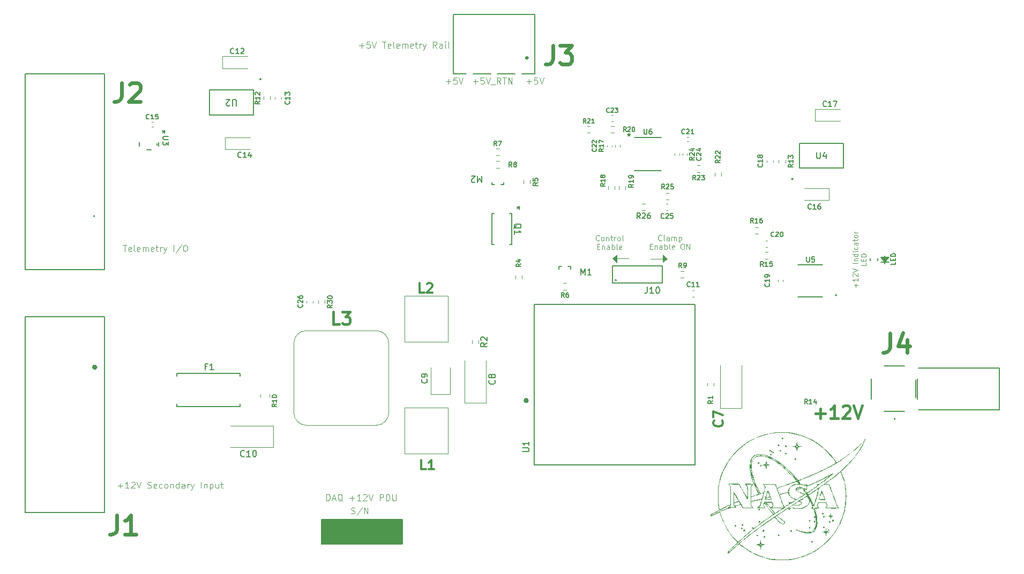
<source format=gbr>
%TF.GenerationSoftware,KiCad,Pcbnew,8.0.6*%
%TF.CreationDate,2025-05-19T10:35:06-04:00*%
%TF.ProjectId,CAEN_NEVIS_DAQ_12V,4341454e-5f4e-4455-9649-535f4441515f,rev?*%
%TF.SameCoordinates,Original*%
%TF.FileFunction,Legend,Top*%
%TF.FilePolarity,Positive*%
%FSLAX46Y46*%
G04 Gerber Fmt 4.6, Leading zero omitted, Abs format (unit mm)*
G04 Created by KiCad (PCBNEW 8.0.6) date 2025-05-19 10:35:06*
%MOMM*%
%LPD*%
G01*
G04 APERTURE LIST*
%ADD10C,0.100000*%
%ADD11C,0.400000*%
%ADD12C,0.150000*%
%ADD13C,0.600000*%
%ADD14C,0.200000*%
%ADD15C,0.300000*%
%ADD16C,0.180000*%
%ADD17C,0.120000*%
%ADD18C,0.152400*%
%ADD19C,0.000000*%
%ADD20C,0.127000*%
G04 APERTURE END LIST*
D10*
X165460000Y-78360000D02*
X164780000Y-77720000D01*
X165460000Y-77160000D01*
X165460000Y-78360000D01*
G36*
X165460000Y-78360000D02*
G01*
X164780000Y-77720000D01*
X165460000Y-77160000D01*
X165460000Y-78360000D01*
G37*
X170830000Y-77740000D02*
X173430000Y-77740000D01*
X167380000Y-77720000D02*
X164780000Y-77720000D01*
X173430000Y-77740000D02*
X172750000Y-78300000D01*
X172750000Y-77100000D01*
X173430000Y-77740000D01*
G36*
X173430000Y-77740000D02*
G01*
X172750000Y-78300000D01*
X172750000Y-77100000D01*
X173430000Y-77740000D01*
G37*
X119603884Y-116012419D02*
X119603884Y-115012419D01*
X119603884Y-115012419D02*
X119841979Y-115012419D01*
X119841979Y-115012419D02*
X119984836Y-115060038D01*
X119984836Y-115060038D02*
X120080074Y-115155276D01*
X120080074Y-115155276D02*
X120127693Y-115250514D01*
X120127693Y-115250514D02*
X120175312Y-115440990D01*
X120175312Y-115440990D02*
X120175312Y-115583847D01*
X120175312Y-115583847D02*
X120127693Y-115774323D01*
X120127693Y-115774323D02*
X120080074Y-115869561D01*
X120080074Y-115869561D02*
X119984836Y-115964800D01*
X119984836Y-115964800D02*
X119841979Y-116012419D01*
X119841979Y-116012419D02*
X119603884Y-116012419D01*
X120556265Y-115726704D02*
X121032455Y-115726704D01*
X120461027Y-116012419D02*
X120794360Y-115012419D01*
X120794360Y-115012419D02*
X121127693Y-116012419D01*
X122127693Y-116107657D02*
X122032455Y-116060038D01*
X122032455Y-116060038D02*
X121937217Y-115964800D01*
X121937217Y-115964800D02*
X121794360Y-115821942D01*
X121794360Y-115821942D02*
X121699122Y-115774323D01*
X121699122Y-115774323D02*
X121603884Y-115774323D01*
X121651503Y-116012419D02*
X121556265Y-115964800D01*
X121556265Y-115964800D02*
X121461027Y-115869561D01*
X121461027Y-115869561D02*
X121413408Y-115679085D01*
X121413408Y-115679085D02*
X121413408Y-115345752D01*
X121413408Y-115345752D02*
X121461027Y-115155276D01*
X121461027Y-115155276D02*
X121556265Y-115060038D01*
X121556265Y-115060038D02*
X121651503Y-115012419D01*
X121651503Y-115012419D02*
X121841979Y-115012419D01*
X121841979Y-115012419D02*
X121937217Y-115060038D01*
X121937217Y-115060038D02*
X122032455Y-115155276D01*
X122032455Y-115155276D02*
X122080074Y-115345752D01*
X122080074Y-115345752D02*
X122080074Y-115679085D01*
X122080074Y-115679085D02*
X122032455Y-115869561D01*
X122032455Y-115869561D02*
X121937217Y-115964800D01*
X121937217Y-115964800D02*
X121841979Y-116012419D01*
X121841979Y-116012419D02*
X121651503Y-116012419D01*
X123270551Y-115631466D02*
X124032456Y-115631466D01*
X123651503Y-116012419D02*
X123651503Y-115250514D01*
X125032455Y-116012419D02*
X124461027Y-116012419D01*
X124746741Y-116012419D02*
X124746741Y-115012419D01*
X124746741Y-115012419D02*
X124651503Y-115155276D01*
X124651503Y-115155276D02*
X124556265Y-115250514D01*
X124556265Y-115250514D02*
X124461027Y-115298133D01*
X125413408Y-115107657D02*
X125461027Y-115060038D01*
X125461027Y-115060038D02*
X125556265Y-115012419D01*
X125556265Y-115012419D02*
X125794360Y-115012419D01*
X125794360Y-115012419D02*
X125889598Y-115060038D01*
X125889598Y-115060038D02*
X125937217Y-115107657D01*
X125937217Y-115107657D02*
X125984836Y-115202895D01*
X125984836Y-115202895D02*
X125984836Y-115298133D01*
X125984836Y-115298133D02*
X125937217Y-115440990D01*
X125937217Y-115440990D02*
X125365789Y-116012419D01*
X125365789Y-116012419D02*
X125984836Y-116012419D01*
X126270551Y-115012419D02*
X126603884Y-116012419D01*
X126603884Y-116012419D02*
X126937217Y-115012419D01*
X128032456Y-116012419D02*
X128032456Y-115012419D01*
X128032456Y-115012419D02*
X128413408Y-115012419D01*
X128413408Y-115012419D02*
X128508646Y-115060038D01*
X128508646Y-115060038D02*
X128556265Y-115107657D01*
X128556265Y-115107657D02*
X128603884Y-115202895D01*
X128603884Y-115202895D02*
X128603884Y-115345752D01*
X128603884Y-115345752D02*
X128556265Y-115440990D01*
X128556265Y-115440990D02*
X128508646Y-115488609D01*
X128508646Y-115488609D02*
X128413408Y-115536228D01*
X128413408Y-115536228D02*
X128032456Y-115536228D01*
X129032456Y-116012419D02*
X129032456Y-115012419D01*
X129032456Y-115012419D02*
X129270551Y-115012419D01*
X129270551Y-115012419D02*
X129413408Y-115060038D01*
X129413408Y-115060038D02*
X129508646Y-115155276D01*
X129508646Y-115155276D02*
X129556265Y-115250514D01*
X129556265Y-115250514D02*
X129603884Y-115440990D01*
X129603884Y-115440990D02*
X129603884Y-115583847D01*
X129603884Y-115583847D02*
X129556265Y-115774323D01*
X129556265Y-115774323D02*
X129508646Y-115869561D01*
X129508646Y-115869561D02*
X129413408Y-115964800D01*
X129413408Y-115964800D02*
X129270551Y-116012419D01*
X129270551Y-116012419D02*
X129032456Y-116012419D01*
X130032456Y-115012419D02*
X130032456Y-115821942D01*
X130032456Y-115821942D02*
X130080075Y-115917180D01*
X130080075Y-115917180D02*
X130127694Y-115964800D01*
X130127694Y-115964800D02*
X130222932Y-116012419D01*
X130222932Y-116012419D02*
X130413408Y-116012419D01*
X130413408Y-116012419D02*
X130508646Y-115964800D01*
X130508646Y-115964800D02*
X130556265Y-115917180D01*
X130556265Y-115917180D02*
X130603884Y-115821942D01*
X130603884Y-115821942D02*
X130603884Y-115012419D01*
X203254178Y-82251904D02*
X203254178Y-81642381D01*
X203558940Y-81947142D02*
X202949416Y-81947142D01*
X203558940Y-80842381D02*
X203558940Y-81299524D01*
X203558940Y-81070952D02*
X202758940Y-81070952D01*
X202758940Y-81070952D02*
X202873225Y-81147143D01*
X202873225Y-81147143D02*
X202949416Y-81223333D01*
X202949416Y-81223333D02*
X202987511Y-81299524D01*
X202835130Y-80537619D02*
X202797035Y-80499523D01*
X202797035Y-80499523D02*
X202758940Y-80423333D01*
X202758940Y-80423333D02*
X202758940Y-80232857D01*
X202758940Y-80232857D02*
X202797035Y-80156666D01*
X202797035Y-80156666D02*
X202835130Y-80118571D01*
X202835130Y-80118571D02*
X202911321Y-80080476D01*
X202911321Y-80080476D02*
X202987511Y-80080476D01*
X202987511Y-80080476D02*
X203101797Y-80118571D01*
X203101797Y-80118571D02*
X203558940Y-80575714D01*
X203558940Y-80575714D02*
X203558940Y-80080476D01*
X202758940Y-79851904D02*
X203558940Y-79585237D01*
X203558940Y-79585237D02*
X202758940Y-79318571D01*
X203558940Y-78442380D02*
X202758940Y-78442380D01*
X203025606Y-78061428D02*
X203558940Y-78061428D01*
X203101797Y-78061428D02*
X203063702Y-78023333D01*
X203063702Y-78023333D02*
X203025606Y-77947143D01*
X203025606Y-77947143D02*
X203025606Y-77832857D01*
X203025606Y-77832857D02*
X203063702Y-77756666D01*
X203063702Y-77756666D02*
X203139892Y-77718571D01*
X203139892Y-77718571D02*
X203558940Y-77718571D01*
X203558940Y-76994761D02*
X202758940Y-76994761D01*
X203520845Y-76994761D02*
X203558940Y-77070952D01*
X203558940Y-77070952D02*
X203558940Y-77223333D01*
X203558940Y-77223333D02*
X203520845Y-77299523D01*
X203520845Y-77299523D02*
X203482749Y-77337618D01*
X203482749Y-77337618D02*
X203406559Y-77375714D01*
X203406559Y-77375714D02*
X203177987Y-77375714D01*
X203177987Y-77375714D02*
X203101797Y-77337618D01*
X203101797Y-77337618D02*
X203063702Y-77299523D01*
X203063702Y-77299523D02*
X203025606Y-77223333D01*
X203025606Y-77223333D02*
X203025606Y-77070952D01*
X203025606Y-77070952D02*
X203063702Y-76994761D01*
X203558940Y-76613808D02*
X203025606Y-76613808D01*
X202758940Y-76613808D02*
X202797035Y-76651904D01*
X202797035Y-76651904D02*
X202835130Y-76613808D01*
X202835130Y-76613808D02*
X202797035Y-76575713D01*
X202797035Y-76575713D02*
X202758940Y-76613808D01*
X202758940Y-76613808D02*
X202835130Y-76613808D01*
X203520845Y-75889999D02*
X203558940Y-75966190D01*
X203558940Y-75966190D02*
X203558940Y-76118571D01*
X203558940Y-76118571D02*
X203520845Y-76194761D01*
X203520845Y-76194761D02*
X203482749Y-76232856D01*
X203482749Y-76232856D02*
X203406559Y-76270952D01*
X203406559Y-76270952D02*
X203177987Y-76270952D01*
X203177987Y-76270952D02*
X203101797Y-76232856D01*
X203101797Y-76232856D02*
X203063702Y-76194761D01*
X203063702Y-76194761D02*
X203025606Y-76118571D01*
X203025606Y-76118571D02*
X203025606Y-75966190D01*
X203025606Y-75966190D02*
X203063702Y-75889999D01*
X203558940Y-75204285D02*
X203139892Y-75204285D01*
X203139892Y-75204285D02*
X203063702Y-75242380D01*
X203063702Y-75242380D02*
X203025606Y-75318571D01*
X203025606Y-75318571D02*
X203025606Y-75470952D01*
X203025606Y-75470952D02*
X203063702Y-75547142D01*
X203520845Y-75204285D02*
X203558940Y-75280476D01*
X203558940Y-75280476D02*
X203558940Y-75470952D01*
X203558940Y-75470952D02*
X203520845Y-75547142D01*
X203520845Y-75547142D02*
X203444654Y-75585238D01*
X203444654Y-75585238D02*
X203368464Y-75585238D01*
X203368464Y-75585238D02*
X203292273Y-75547142D01*
X203292273Y-75547142D02*
X203254178Y-75470952D01*
X203254178Y-75470952D02*
X203254178Y-75280476D01*
X203254178Y-75280476D02*
X203216083Y-75204285D01*
X203025606Y-74937618D02*
X203025606Y-74632856D01*
X202758940Y-74823332D02*
X203444654Y-74823332D01*
X203444654Y-74823332D02*
X203520845Y-74785237D01*
X203520845Y-74785237D02*
X203558940Y-74709047D01*
X203558940Y-74709047D02*
X203558940Y-74632856D01*
X203558940Y-74251904D02*
X203520845Y-74328094D01*
X203520845Y-74328094D02*
X203482749Y-74366189D01*
X203482749Y-74366189D02*
X203406559Y-74404285D01*
X203406559Y-74404285D02*
X203177987Y-74404285D01*
X203177987Y-74404285D02*
X203101797Y-74366189D01*
X203101797Y-74366189D02*
X203063702Y-74328094D01*
X203063702Y-74328094D02*
X203025606Y-74251904D01*
X203025606Y-74251904D02*
X203025606Y-74137618D01*
X203025606Y-74137618D02*
X203063702Y-74061427D01*
X203063702Y-74061427D02*
X203101797Y-74023332D01*
X203101797Y-74023332D02*
X203177987Y-73985237D01*
X203177987Y-73985237D02*
X203406559Y-73985237D01*
X203406559Y-73985237D02*
X203482749Y-74023332D01*
X203482749Y-74023332D02*
X203520845Y-74061427D01*
X203520845Y-74061427D02*
X203558940Y-74137618D01*
X203558940Y-74137618D02*
X203558940Y-74251904D01*
X203558940Y-73642379D02*
X203025606Y-73642379D01*
X203177987Y-73642379D02*
X203101797Y-73604284D01*
X203101797Y-73604284D02*
X203063702Y-73566189D01*
X203063702Y-73566189D02*
X203025606Y-73489998D01*
X203025606Y-73489998D02*
X203025606Y-73413808D01*
X204846895Y-78404285D02*
X204846895Y-78785237D01*
X204846895Y-78785237D02*
X204046895Y-78785237D01*
X204427847Y-78137618D02*
X204427847Y-77870952D01*
X204846895Y-77756666D02*
X204846895Y-78137618D01*
X204846895Y-78137618D02*
X204046895Y-78137618D01*
X204046895Y-78137618D02*
X204046895Y-77756666D01*
X204846895Y-77413808D02*
X204046895Y-77413808D01*
X204046895Y-77413808D02*
X204046895Y-77223332D01*
X204046895Y-77223332D02*
X204084990Y-77109046D01*
X204084990Y-77109046D02*
X204161180Y-77032856D01*
X204161180Y-77032856D02*
X204237371Y-76994761D01*
X204237371Y-76994761D02*
X204389752Y-76956665D01*
X204389752Y-76956665D02*
X204504038Y-76956665D01*
X204504038Y-76956665D02*
X204656419Y-76994761D01*
X204656419Y-76994761D02*
X204732609Y-77032856D01*
X204732609Y-77032856D02*
X204808800Y-77109046D01*
X204808800Y-77109046D02*
X204846895Y-77223332D01*
X204846895Y-77223332D02*
X204846895Y-77413808D01*
X142763884Y-49701466D02*
X143525789Y-49701466D01*
X143144836Y-50082419D02*
X143144836Y-49320514D01*
X144478169Y-49082419D02*
X144001979Y-49082419D01*
X144001979Y-49082419D02*
X143954360Y-49558609D01*
X143954360Y-49558609D02*
X144001979Y-49510990D01*
X144001979Y-49510990D02*
X144097217Y-49463371D01*
X144097217Y-49463371D02*
X144335312Y-49463371D01*
X144335312Y-49463371D02*
X144430550Y-49510990D01*
X144430550Y-49510990D02*
X144478169Y-49558609D01*
X144478169Y-49558609D02*
X144525788Y-49653847D01*
X144525788Y-49653847D02*
X144525788Y-49891942D01*
X144525788Y-49891942D02*
X144478169Y-49987180D01*
X144478169Y-49987180D02*
X144430550Y-50034800D01*
X144430550Y-50034800D02*
X144335312Y-50082419D01*
X144335312Y-50082419D02*
X144097217Y-50082419D01*
X144097217Y-50082419D02*
X144001979Y-50034800D01*
X144001979Y-50034800D02*
X143954360Y-49987180D01*
X144811503Y-49082419D02*
X145144836Y-50082419D01*
X145144836Y-50082419D02*
X145478169Y-49082419D01*
X145573408Y-50177657D02*
X146335312Y-50177657D01*
X147144836Y-50082419D02*
X146811503Y-49606228D01*
X146573408Y-50082419D02*
X146573408Y-49082419D01*
X146573408Y-49082419D02*
X146954360Y-49082419D01*
X146954360Y-49082419D02*
X147049598Y-49130038D01*
X147049598Y-49130038D02*
X147097217Y-49177657D01*
X147097217Y-49177657D02*
X147144836Y-49272895D01*
X147144836Y-49272895D02*
X147144836Y-49415752D01*
X147144836Y-49415752D02*
X147097217Y-49510990D01*
X147097217Y-49510990D02*
X147049598Y-49558609D01*
X147049598Y-49558609D02*
X146954360Y-49606228D01*
X146954360Y-49606228D02*
X146573408Y-49606228D01*
X147430551Y-49082419D02*
X148001979Y-49082419D01*
X147716265Y-50082419D02*
X147716265Y-49082419D01*
X148335313Y-50082419D02*
X148335313Y-49082419D01*
X148335313Y-49082419D02*
X148906741Y-50082419D01*
X148906741Y-50082419D02*
X148906741Y-49082419D01*
X87451027Y-75572419D02*
X88022455Y-75572419D01*
X87736741Y-76572419D02*
X87736741Y-75572419D01*
X88736741Y-76524800D02*
X88641503Y-76572419D01*
X88641503Y-76572419D02*
X88451027Y-76572419D01*
X88451027Y-76572419D02*
X88355789Y-76524800D01*
X88355789Y-76524800D02*
X88308170Y-76429561D01*
X88308170Y-76429561D02*
X88308170Y-76048609D01*
X88308170Y-76048609D02*
X88355789Y-75953371D01*
X88355789Y-75953371D02*
X88451027Y-75905752D01*
X88451027Y-75905752D02*
X88641503Y-75905752D01*
X88641503Y-75905752D02*
X88736741Y-75953371D01*
X88736741Y-75953371D02*
X88784360Y-76048609D01*
X88784360Y-76048609D02*
X88784360Y-76143847D01*
X88784360Y-76143847D02*
X88308170Y-76239085D01*
X89355789Y-76572419D02*
X89260551Y-76524800D01*
X89260551Y-76524800D02*
X89212932Y-76429561D01*
X89212932Y-76429561D02*
X89212932Y-75572419D01*
X90117694Y-76524800D02*
X90022456Y-76572419D01*
X90022456Y-76572419D02*
X89831980Y-76572419D01*
X89831980Y-76572419D02*
X89736742Y-76524800D01*
X89736742Y-76524800D02*
X89689123Y-76429561D01*
X89689123Y-76429561D02*
X89689123Y-76048609D01*
X89689123Y-76048609D02*
X89736742Y-75953371D01*
X89736742Y-75953371D02*
X89831980Y-75905752D01*
X89831980Y-75905752D02*
X90022456Y-75905752D01*
X90022456Y-75905752D02*
X90117694Y-75953371D01*
X90117694Y-75953371D02*
X90165313Y-76048609D01*
X90165313Y-76048609D02*
X90165313Y-76143847D01*
X90165313Y-76143847D02*
X89689123Y-76239085D01*
X90593885Y-76572419D02*
X90593885Y-75905752D01*
X90593885Y-76000990D02*
X90641504Y-75953371D01*
X90641504Y-75953371D02*
X90736742Y-75905752D01*
X90736742Y-75905752D02*
X90879599Y-75905752D01*
X90879599Y-75905752D02*
X90974837Y-75953371D01*
X90974837Y-75953371D02*
X91022456Y-76048609D01*
X91022456Y-76048609D02*
X91022456Y-76572419D01*
X91022456Y-76048609D02*
X91070075Y-75953371D01*
X91070075Y-75953371D02*
X91165313Y-75905752D01*
X91165313Y-75905752D02*
X91308170Y-75905752D01*
X91308170Y-75905752D02*
X91403409Y-75953371D01*
X91403409Y-75953371D02*
X91451028Y-76048609D01*
X91451028Y-76048609D02*
X91451028Y-76572419D01*
X92308170Y-76524800D02*
X92212932Y-76572419D01*
X92212932Y-76572419D02*
X92022456Y-76572419D01*
X92022456Y-76572419D02*
X91927218Y-76524800D01*
X91927218Y-76524800D02*
X91879599Y-76429561D01*
X91879599Y-76429561D02*
X91879599Y-76048609D01*
X91879599Y-76048609D02*
X91927218Y-75953371D01*
X91927218Y-75953371D02*
X92022456Y-75905752D01*
X92022456Y-75905752D02*
X92212932Y-75905752D01*
X92212932Y-75905752D02*
X92308170Y-75953371D01*
X92308170Y-75953371D02*
X92355789Y-76048609D01*
X92355789Y-76048609D02*
X92355789Y-76143847D01*
X92355789Y-76143847D02*
X91879599Y-76239085D01*
X92641504Y-75905752D02*
X93022456Y-75905752D01*
X92784361Y-75572419D02*
X92784361Y-76429561D01*
X92784361Y-76429561D02*
X92831980Y-76524800D01*
X92831980Y-76524800D02*
X92927218Y-76572419D01*
X92927218Y-76572419D02*
X93022456Y-76572419D01*
X93355790Y-76572419D02*
X93355790Y-75905752D01*
X93355790Y-76096228D02*
X93403409Y-76000990D01*
X93403409Y-76000990D02*
X93451028Y-75953371D01*
X93451028Y-75953371D02*
X93546266Y-75905752D01*
X93546266Y-75905752D02*
X93641504Y-75905752D01*
X93879600Y-75905752D02*
X94117695Y-76572419D01*
X94355790Y-75905752D02*
X94117695Y-76572419D01*
X94117695Y-76572419D02*
X94022457Y-76810514D01*
X94022457Y-76810514D02*
X93974838Y-76858133D01*
X93974838Y-76858133D02*
X93879600Y-76905752D01*
X95498648Y-76572419D02*
X95498648Y-75572419D01*
X96689123Y-75524800D02*
X95831981Y-76810514D01*
X97212933Y-75572419D02*
X97403409Y-75572419D01*
X97403409Y-75572419D02*
X97498647Y-75620038D01*
X97498647Y-75620038D02*
X97593885Y-75715276D01*
X97593885Y-75715276D02*
X97641504Y-75905752D01*
X97641504Y-75905752D02*
X97641504Y-76239085D01*
X97641504Y-76239085D02*
X97593885Y-76429561D01*
X97593885Y-76429561D02*
X97498647Y-76524800D01*
X97498647Y-76524800D02*
X97403409Y-76572419D01*
X97403409Y-76572419D02*
X97212933Y-76572419D01*
X97212933Y-76572419D02*
X97117695Y-76524800D01*
X97117695Y-76524800D02*
X97022457Y-76429561D01*
X97022457Y-76429561D02*
X96974838Y-76239085D01*
X96974838Y-76239085D02*
X96974838Y-75905752D01*
X96974838Y-75905752D02*
X97022457Y-75715276D01*
X97022457Y-75715276D02*
X97117695Y-75620038D01*
X97117695Y-75620038D02*
X97212933Y-75572419D01*
X151223884Y-49681466D02*
X151985789Y-49681466D01*
X151604836Y-50062419D02*
X151604836Y-49300514D01*
X152938169Y-49062419D02*
X152461979Y-49062419D01*
X152461979Y-49062419D02*
X152414360Y-49538609D01*
X152414360Y-49538609D02*
X152461979Y-49490990D01*
X152461979Y-49490990D02*
X152557217Y-49443371D01*
X152557217Y-49443371D02*
X152795312Y-49443371D01*
X152795312Y-49443371D02*
X152890550Y-49490990D01*
X152890550Y-49490990D02*
X152938169Y-49538609D01*
X152938169Y-49538609D02*
X152985788Y-49633847D01*
X152985788Y-49633847D02*
X152985788Y-49871942D01*
X152985788Y-49871942D02*
X152938169Y-49967180D01*
X152938169Y-49967180D02*
X152890550Y-50014800D01*
X152890550Y-50014800D02*
X152795312Y-50062419D01*
X152795312Y-50062419D02*
X152557217Y-50062419D01*
X152557217Y-50062419D02*
X152461979Y-50014800D01*
X152461979Y-50014800D02*
X152414360Y-49967180D01*
X153271503Y-49062419D02*
X153604836Y-50062419D01*
X153604836Y-50062419D02*
X153938169Y-49062419D01*
D11*
X196899347Y-102202533D02*
X198423157Y-102202533D01*
X197661252Y-102964438D02*
X197661252Y-101440628D01*
X200423156Y-102964438D02*
X199280299Y-102964438D01*
X199851727Y-102964438D02*
X199851727Y-100964438D01*
X199851727Y-100964438D02*
X199661251Y-101250152D01*
X199661251Y-101250152D02*
X199470775Y-101440628D01*
X199470775Y-101440628D02*
X199280299Y-101535866D01*
X201185061Y-101154914D02*
X201280299Y-101059676D01*
X201280299Y-101059676D02*
X201470775Y-100964438D01*
X201470775Y-100964438D02*
X201946966Y-100964438D01*
X201946966Y-100964438D02*
X202137442Y-101059676D01*
X202137442Y-101059676D02*
X202232680Y-101154914D01*
X202232680Y-101154914D02*
X202327918Y-101345390D01*
X202327918Y-101345390D02*
X202327918Y-101535866D01*
X202327918Y-101535866D02*
X202232680Y-101821580D01*
X202232680Y-101821580D02*
X201089823Y-102964438D01*
X201089823Y-102964438D02*
X202327918Y-102964438D01*
X202899347Y-100964438D02*
X203566013Y-102964438D01*
X203566013Y-102964438D02*
X204232680Y-100964438D01*
D10*
X86623884Y-113671466D02*
X87385789Y-113671466D01*
X87004836Y-114052419D02*
X87004836Y-113290514D01*
X88385788Y-114052419D02*
X87814360Y-114052419D01*
X88100074Y-114052419D02*
X88100074Y-113052419D01*
X88100074Y-113052419D02*
X88004836Y-113195276D01*
X88004836Y-113195276D02*
X87909598Y-113290514D01*
X87909598Y-113290514D02*
X87814360Y-113338133D01*
X88766741Y-113147657D02*
X88814360Y-113100038D01*
X88814360Y-113100038D02*
X88909598Y-113052419D01*
X88909598Y-113052419D02*
X89147693Y-113052419D01*
X89147693Y-113052419D02*
X89242931Y-113100038D01*
X89242931Y-113100038D02*
X89290550Y-113147657D01*
X89290550Y-113147657D02*
X89338169Y-113242895D01*
X89338169Y-113242895D02*
X89338169Y-113338133D01*
X89338169Y-113338133D02*
X89290550Y-113480990D01*
X89290550Y-113480990D02*
X88719122Y-114052419D01*
X88719122Y-114052419D02*
X89338169Y-114052419D01*
X89623884Y-113052419D02*
X89957217Y-114052419D01*
X89957217Y-114052419D02*
X90290550Y-113052419D01*
X91338170Y-114004800D02*
X91481027Y-114052419D01*
X91481027Y-114052419D02*
X91719122Y-114052419D01*
X91719122Y-114052419D02*
X91814360Y-114004800D01*
X91814360Y-114004800D02*
X91861979Y-113957180D01*
X91861979Y-113957180D02*
X91909598Y-113861942D01*
X91909598Y-113861942D02*
X91909598Y-113766704D01*
X91909598Y-113766704D02*
X91861979Y-113671466D01*
X91861979Y-113671466D02*
X91814360Y-113623847D01*
X91814360Y-113623847D02*
X91719122Y-113576228D01*
X91719122Y-113576228D02*
X91528646Y-113528609D01*
X91528646Y-113528609D02*
X91433408Y-113480990D01*
X91433408Y-113480990D02*
X91385789Y-113433371D01*
X91385789Y-113433371D02*
X91338170Y-113338133D01*
X91338170Y-113338133D02*
X91338170Y-113242895D01*
X91338170Y-113242895D02*
X91385789Y-113147657D01*
X91385789Y-113147657D02*
X91433408Y-113100038D01*
X91433408Y-113100038D02*
X91528646Y-113052419D01*
X91528646Y-113052419D02*
X91766741Y-113052419D01*
X91766741Y-113052419D02*
X91909598Y-113100038D01*
X92719122Y-114004800D02*
X92623884Y-114052419D01*
X92623884Y-114052419D02*
X92433408Y-114052419D01*
X92433408Y-114052419D02*
X92338170Y-114004800D01*
X92338170Y-114004800D02*
X92290551Y-113909561D01*
X92290551Y-113909561D02*
X92290551Y-113528609D01*
X92290551Y-113528609D02*
X92338170Y-113433371D01*
X92338170Y-113433371D02*
X92433408Y-113385752D01*
X92433408Y-113385752D02*
X92623884Y-113385752D01*
X92623884Y-113385752D02*
X92719122Y-113433371D01*
X92719122Y-113433371D02*
X92766741Y-113528609D01*
X92766741Y-113528609D02*
X92766741Y-113623847D01*
X92766741Y-113623847D02*
X92290551Y-113719085D01*
X93623884Y-114004800D02*
X93528646Y-114052419D01*
X93528646Y-114052419D02*
X93338170Y-114052419D01*
X93338170Y-114052419D02*
X93242932Y-114004800D01*
X93242932Y-114004800D02*
X93195313Y-113957180D01*
X93195313Y-113957180D02*
X93147694Y-113861942D01*
X93147694Y-113861942D02*
X93147694Y-113576228D01*
X93147694Y-113576228D02*
X93195313Y-113480990D01*
X93195313Y-113480990D02*
X93242932Y-113433371D01*
X93242932Y-113433371D02*
X93338170Y-113385752D01*
X93338170Y-113385752D02*
X93528646Y-113385752D01*
X93528646Y-113385752D02*
X93623884Y-113433371D01*
X94195313Y-114052419D02*
X94100075Y-114004800D01*
X94100075Y-114004800D02*
X94052456Y-113957180D01*
X94052456Y-113957180D02*
X94004837Y-113861942D01*
X94004837Y-113861942D02*
X94004837Y-113576228D01*
X94004837Y-113576228D02*
X94052456Y-113480990D01*
X94052456Y-113480990D02*
X94100075Y-113433371D01*
X94100075Y-113433371D02*
X94195313Y-113385752D01*
X94195313Y-113385752D02*
X94338170Y-113385752D01*
X94338170Y-113385752D02*
X94433408Y-113433371D01*
X94433408Y-113433371D02*
X94481027Y-113480990D01*
X94481027Y-113480990D02*
X94528646Y-113576228D01*
X94528646Y-113576228D02*
X94528646Y-113861942D01*
X94528646Y-113861942D02*
X94481027Y-113957180D01*
X94481027Y-113957180D02*
X94433408Y-114004800D01*
X94433408Y-114004800D02*
X94338170Y-114052419D01*
X94338170Y-114052419D02*
X94195313Y-114052419D01*
X94957218Y-113385752D02*
X94957218Y-114052419D01*
X94957218Y-113480990D02*
X95004837Y-113433371D01*
X95004837Y-113433371D02*
X95100075Y-113385752D01*
X95100075Y-113385752D02*
X95242932Y-113385752D01*
X95242932Y-113385752D02*
X95338170Y-113433371D01*
X95338170Y-113433371D02*
X95385789Y-113528609D01*
X95385789Y-113528609D02*
X95385789Y-114052419D01*
X96290551Y-114052419D02*
X96290551Y-113052419D01*
X96290551Y-114004800D02*
X96195313Y-114052419D01*
X96195313Y-114052419D02*
X96004837Y-114052419D01*
X96004837Y-114052419D02*
X95909599Y-114004800D01*
X95909599Y-114004800D02*
X95861980Y-113957180D01*
X95861980Y-113957180D02*
X95814361Y-113861942D01*
X95814361Y-113861942D02*
X95814361Y-113576228D01*
X95814361Y-113576228D02*
X95861980Y-113480990D01*
X95861980Y-113480990D02*
X95909599Y-113433371D01*
X95909599Y-113433371D02*
X96004837Y-113385752D01*
X96004837Y-113385752D02*
X96195313Y-113385752D01*
X96195313Y-113385752D02*
X96290551Y-113433371D01*
X97195313Y-114052419D02*
X97195313Y-113528609D01*
X97195313Y-113528609D02*
X97147694Y-113433371D01*
X97147694Y-113433371D02*
X97052456Y-113385752D01*
X97052456Y-113385752D02*
X96861980Y-113385752D01*
X96861980Y-113385752D02*
X96766742Y-113433371D01*
X97195313Y-114004800D02*
X97100075Y-114052419D01*
X97100075Y-114052419D02*
X96861980Y-114052419D01*
X96861980Y-114052419D02*
X96766742Y-114004800D01*
X96766742Y-114004800D02*
X96719123Y-113909561D01*
X96719123Y-113909561D02*
X96719123Y-113814323D01*
X96719123Y-113814323D02*
X96766742Y-113719085D01*
X96766742Y-113719085D02*
X96861980Y-113671466D01*
X96861980Y-113671466D02*
X97100075Y-113671466D01*
X97100075Y-113671466D02*
X97195313Y-113623847D01*
X97671504Y-114052419D02*
X97671504Y-113385752D01*
X97671504Y-113576228D02*
X97719123Y-113480990D01*
X97719123Y-113480990D02*
X97766742Y-113433371D01*
X97766742Y-113433371D02*
X97861980Y-113385752D01*
X97861980Y-113385752D02*
X97957218Y-113385752D01*
X98195314Y-113385752D02*
X98433409Y-114052419D01*
X98671504Y-113385752D02*
X98433409Y-114052419D01*
X98433409Y-114052419D02*
X98338171Y-114290514D01*
X98338171Y-114290514D02*
X98290552Y-114338133D01*
X98290552Y-114338133D02*
X98195314Y-114385752D01*
X99814362Y-114052419D02*
X99814362Y-113052419D01*
X100290552Y-113385752D02*
X100290552Y-114052419D01*
X100290552Y-113480990D02*
X100338171Y-113433371D01*
X100338171Y-113433371D02*
X100433409Y-113385752D01*
X100433409Y-113385752D02*
X100576266Y-113385752D01*
X100576266Y-113385752D02*
X100671504Y-113433371D01*
X100671504Y-113433371D02*
X100719123Y-113528609D01*
X100719123Y-113528609D02*
X100719123Y-114052419D01*
X101195314Y-113385752D02*
X101195314Y-114385752D01*
X101195314Y-113433371D02*
X101290552Y-113385752D01*
X101290552Y-113385752D02*
X101481028Y-113385752D01*
X101481028Y-113385752D02*
X101576266Y-113433371D01*
X101576266Y-113433371D02*
X101623885Y-113480990D01*
X101623885Y-113480990D02*
X101671504Y-113576228D01*
X101671504Y-113576228D02*
X101671504Y-113861942D01*
X101671504Y-113861942D02*
X101623885Y-113957180D01*
X101623885Y-113957180D02*
X101576266Y-114004800D01*
X101576266Y-114004800D02*
X101481028Y-114052419D01*
X101481028Y-114052419D02*
X101290552Y-114052419D01*
X101290552Y-114052419D02*
X101195314Y-114004800D01*
X102528647Y-113385752D02*
X102528647Y-114052419D01*
X102100076Y-113385752D02*
X102100076Y-113909561D01*
X102100076Y-113909561D02*
X102147695Y-114004800D01*
X102147695Y-114004800D02*
X102242933Y-114052419D01*
X102242933Y-114052419D02*
X102385790Y-114052419D01*
X102385790Y-114052419D02*
X102481028Y-114004800D01*
X102481028Y-114004800D02*
X102528647Y-113957180D01*
X102861981Y-113385752D02*
X103242933Y-113385752D01*
X103004838Y-113052419D02*
X103004838Y-113909561D01*
X103004838Y-113909561D02*
X103052457Y-114004800D01*
X103052457Y-114004800D02*
X103147695Y-114052419D01*
X103147695Y-114052419D02*
X103242933Y-114052419D01*
X123516265Y-118054800D02*
X123659122Y-118102419D01*
X123659122Y-118102419D02*
X123897217Y-118102419D01*
X123897217Y-118102419D02*
X123992455Y-118054800D01*
X123992455Y-118054800D02*
X124040074Y-118007180D01*
X124040074Y-118007180D02*
X124087693Y-117911942D01*
X124087693Y-117911942D02*
X124087693Y-117816704D01*
X124087693Y-117816704D02*
X124040074Y-117721466D01*
X124040074Y-117721466D02*
X123992455Y-117673847D01*
X123992455Y-117673847D02*
X123897217Y-117626228D01*
X123897217Y-117626228D02*
X123706741Y-117578609D01*
X123706741Y-117578609D02*
X123611503Y-117530990D01*
X123611503Y-117530990D02*
X123563884Y-117483371D01*
X123563884Y-117483371D02*
X123516265Y-117388133D01*
X123516265Y-117388133D02*
X123516265Y-117292895D01*
X123516265Y-117292895D02*
X123563884Y-117197657D01*
X123563884Y-117197657D02*
X123611503Y-117150038D01*
X123611503Y-117150038D02*
X123706741Y-117102419D01*
X123706741Y-117102419D02*
X123944836Y-117102419D01*
X123944836Y-117102419D02*
X124087693Y-117150038D01*
X125230550Y-117054800D02*
X124373408Y-118340514D01*
X125563884Y-118102419D02*
X125563884Y-117102419D01*
X125563884Y-117102419D02*
X126135312Y-118102419D01*
X126135312Y-118102419D02*
X126135312Y-117102419D01*
X124763884Y-44001466D02*
X125525789Y-44001466D01*
X125144836Y-44382419D02*
X125144836Y-43620514D01*
X126478169Y-43382419D02*
X126001979Y-43382419D01*
X126001979Y-43382419D02*
X125954360Y-43858609D01*
X125954360Y-43858609D02*
X126001979Y-43810990D01*
X126001979Y-43810990D02*
X126097217Y-43763371D01*
X126097217Y-43763371D02*
X126335312Y-43763371D01*
X126335312Y-43763371D02*
X126430550Y-43810990D01*
X126430550Y-43810990D02*
X126478169Y-43858609D01*
X126478169Y-43858609D02*
X126525788Y-43953847D01*
X126525788Y-43953847D02*
X126525788Y-44191942D01*
X126525788Y-44191942D02*
X126478169Y-44287180D01*
X126478169Y-44287180D02*
X126430550Y-44334800D01*
X126430550Y-44334800D02*
X126335312Y-44382419D01*
X126335312Y-44382419D02*
X126097217Y-44382419D01*
X126097217Y-44382419D02*
X126001979Y-44334800D01*
X126001979Y-44334800D02*
X125954360Y-44287180D01*
X126811503Y-43382419D02*
X127144836Y-44382419D01*
X127144836Y-44382419D02*
X127478169Y-43382419D01*
X128430551Y-43382419D02*
X129001979Y-43382419D01*
X128716265Y-44382419D02*
X128716265Y-43382419D01*
X129716265Y-44334800D02*
X129621027Y-44382419D01*
X129621027Y-44382419D02*
X129430551Y-44382419D01*
X129430551Y-44382419D02*
X129335313Y-44334800D01*
X129335313Y-44334800D02*
X129287694Y-44239561D01*
X129287694Y-44239561D02*
X129287694Y-43858609D01*
X129287694Y-43858609D02*
X129335313Y-43763371D01*
X129335313Y-43763371D02*
X129430551Y-43715752D01*
X129430551Y-43715752D02*
X129621027Y-43715752D01*
X129621027Y-43715752D02*
X129716265Y-43763371D01*
X129716265Y-43763371D02*
X129763884Y-43858609D01*
X129763884Y-43858609D02*
X129763884Y-43953847D01*
X129763884Y-43953847D02*
X129287694Y-44049085D01*
X130335313Y-44382419D02*
X130240075Y-44334800D01*
X130240075Y-44334800D02*
X130192456Y-44239561D01*
X130192456Y-44239561D02*
X130192456Y-43382419D01*
X131097218Y-44334800D02*
X131001980Y-44382419D01*
X131001980Y-44382419D02*
X130811504Y-44382419D01*
X130811504Y-44382419D02*
X130716266Y-44334800D01*
X130716266Y-44334800D02*
X130668647Y-44239561D01*
X130668647Y-44239561D02*
X130668647Y-43858609D01*
X130668647Y-43858609D02*
X130716266Y-43763371D01*
X130716266Y-43763371D02*
X130811504Y-43715752D01*
X130811504Y-43715752D02*
X131001980Y-43715752D01*
X131001980Y-43715752D02*
X131097218Y-43763371D01*
X131097218Y-43763371D02*
X131144837Y-43858609D01*
X131144837Y-43858609D02*
X131144837Y-43953847D01*
X131144837Y-43953847D02*
X130668647Y-44049085D01*
X131573409Y-44382419D02*
X131573409Y-43715752D01*
X131573409Y-43810990D02*
X131621028Y-43763371D01*
X131621028Y-43763371D02*
X131716266Y-43715752D01*
X131716266Y-43715752D02*
X131859123Y-43715752D01*
X131859123Y-43715752D02*
X131954361Y-43763371D01*
X131954361Y-43763371D02*
X132001980Y-43858609D01*
X132001980Y-43858609D02*
X132001980Y-44382419D01*
X132001980Y-43858609D02*
X132049599Y-43763371D01*
X132049599Y-43763371D02*
X132144837Y-43715752D01*
X132144837Y-43715752D02*
X132287694Y-43715752D01*
X132287694Y-43715752D02*
X132382933Y-43763371D01*
X132382933Y-43763371D02*
X132430552Y-43858609D01*
X132430552Y-43858609D02*
X132430552Y-44382419D01*
X133287694Y-44334800D02*
X133192456Y-44382419D01*
X133192456Y-44382419D02*
X133001980Y-44382419D01*
X133001980Y-44382419D02*
X132906742Y-44334800D01*
X132906742Y-44334800D02*
X132859123Y-44239561D01*
X132859123Y-44239561D02*
X132859123Y-43858609D01*
X132859123Y-43858609D02*
X132906742Y-43763371D01*
X132906742Y-43763371D02*
X133001980Y-43715752D01*
X133001980Y-43715752D02*
X133192456Y-43715752D01*
X133192456Y-43715752D02*
X133287694Y-43763371D01*
X133287694Y-43763371D02*
X133335313Y-43858609D01*
X133335313Y-43858609D02*
X133335313Y-43953847D01*
X133335313Y-43953847D02*
X132859123Y-44049085D01*
X133621028Y-43715752D02*
X134001980Y-43715752D01*
X133763885Y-43382419D02*
X133763885Y-44239561D01*
X133763885Y-44239561D02*
X133811504Y-44334800D01*
X133811504Y-44334800D02*
X133906742Y-44382419D01*
X133906742Y-44382419D02*
X134001980Y-44382419D01*
X134335314Y-44382419D02*
X134335314Y-43715752D01*
X134335314Y-43906228D02*
X134382933Y-43810990D01*
X134382933Y-43810990D02*
X134430552Y-43763371D01*
X134430552Y-43763371D02*
X134525790Y-43715752D01*
X134525790Y-43715752D02*
X134621028Y-43715752D01*
X134859124Y-43715752D02*
X135097219Y-44382419D01*
X135335314Y-43715752D02*
X135097219Y-44382419D01*
X135097219Y-44382419D02*
X135001981Y-44620514D01*
X135001981Y-44620514D02*
X134954362Y-44668133D01*
X134954362Y-44668133D02*
X134859124Y-44715752D01*
X137049600Y-44382419D02*
X136716267Y-43906228D01*
X136478172Y-44382419D02*
X136478172Y-43382419D01*
X136478172Y-43382419D02*
X136859124Y-43382419D01*
X136859124Y-43382419D02*
X136954362Y-43430038D01*
X136954362Y-43430038D02*
X137001981Y-43477657D01*
X137001981Y-43477657D02*
X137049600Y-43572895D01*
X137049600Y-43572895D02*
X137049600Y-43715752D01*
X137049600Y-43715752D02*
X137001981Y-43810990D01*
X137001981Y-43810990D02*
X136954362Y-43858609D01*
X136954362Y-43858609D02*
X136859124Y-43906228D01*
X136859124Y-43906228D02*
X136478172Y-43906228D01*
X137906743Y-44382419D02*
X137906743Y-43858609D01*
X137906743Y-43858609D02*
X137859124Y-43763371D01*
X137859124Y-43763371D02*
X137763886Y-43715752D01*
X137763886Y-43715752D02*
X137573410Y-43715752D01*
X137573410Y-43715752D02*
X137478172Y-43763371D01*
X137906743Y-44334800D02*
X137811505Y-44382419D01*
X137811505Y-44382419D02*
X137573410Y-44382419D01*
X137573410Y-44382419D02*
X137478172Y-44334800D01*
X137478172Y-44334800D02*
X137430553Y-44239561D01*
X137430553Y-44239561D02*
X137430553Y-44144323D01*
X137430553Y-44144323D02*
X137478172Y-44049085D01*
X137478172Y-44049085D02*
X137573410Y-44001466D01*
X137573410Y-44001466D02*
X137811505Y-44001466D01*
X137811505Y-44001466D02*
X137906743Y-43953847D01*
X138382934Y-44382419D02*
X138382934Y-43715752D01*
X138382934Y-43382419D02*
X138335315Y-43430038D01*
X138335315Y-43430038D02*
X138382934Y-43477657D01*
X138382934Y-43477657D02*
X138430553Y-43430038D01*
X138430553Y-43430038D02*
X138382934Y-43382419D01*
X138382934Y-43382419D02*
X138382934Y-43477657D01*
X139001981Y-44382419D02*
X138906743Y-44334800D01*
X138906743Y-44334800D02*
X138859124Y-44239561D01*
X138859124Y-44239561D02*
X138859124Y-43382419D01*
X172564762Y-74771372D02*
X172524286Y-74811849D01*
X172524286Y-74811849D02*
X172402857Y-74852325D01*
X172402857Y-74852325D02*
X172321905Y-74852325D01*
X172321905Y-74852325D02*
X172200476Y-74811849D01*
X172200476Y-74811849D02*
X172119524Y-74730896D01*
X172119524Y-74730896D02*
X172079047Y-74649944D01*
X172079047Y-74649944D02*
X172038571Y-74488039D01*
X172038571Y-74488039D02*
X172038571Y-74366610D01*
X172038571Y-74366610D02*
X172079047Y-74204706D01*
X172079047Y-74204706D02*
X172119524Y-74123753D01*
X172119524Y-74123753D02*
X172200476Y-74042801D01*
X172200476Y-74042801D02*
X172321905Y-74002325D01*
X172321905Y-74002325D02*
X172402857Y-74002325D01*
X172402857Y-74002325D02*
X172524286Y-74042801D01*
X172524286Y-74042801D02*
X172564762Y-74083277D01*
X173050476Y-74852325D02*
X172969524Y-74811849D01*
X172969524Y-74811849D02*
X172929047Y-74730896D01*
X172929047Y-74730896D02*
X172929047Y-74002325D01*
X173738571Y-74852325D02*
X173738571Y-74407087D01*
X173738571Y-74407087D02*
X173698095Y-74326134D01*
X173698095Y-74326134D02*
X173617143Y-74285658D01*
X173617143Y-74285658D02*
X173455238Y-74285658D01*
X173455238Y-74285658D02*
X173374285Y-74326134D01*
X173738571Y-74811849D02*
X173657619Y-74852325D01*
X173657619Y-74852325D02*
X173455238Y-74852325D01*
X173455238Y-74852325D02*
X173374285Y-74811849D01*
X173374285Y-74811849D02*
X173333809Y-74730896D01*
X173333809Y-74730896D02*
X173333809Y-74649944D01*
X173333809Y-74649944D02*
X173374285Y-74568991D01*
X173374285Y-74568991D02*
X173455238Y-74528515D01*
X173455238Y-74528515D02*
X173657619Y-74528515D01*
X173657619Y-74528515D02*
X173738571Y-74488039D01*
X174143333Y-74852325D02*
X174143333Y-74285658D01*
X174143333Y-74366610D02*
X174183810Y-74326134D01*
X174183810Y-74326134D02*
X174264762Y-74285658D01*
X174264762Y-74285658D02*
X174386191Y-74285658D01*
X174386191Y-74285658D02*
X174467143Y-74326134D01*
X174467143Y-74326134D02*
X174507619Y-74407087D01*
X174507619Y-74407087D02*
X174507619Y-74852325D01*
X174507619Y-74407087D02*
X174548095Y-74326134D01*
X174548095Y-74326134D02*
X174629048Y-74285658D01*
X174629048Y-74285658D02*
X174750476Y-74285658D01*
X174750476Y-74285658D02*
X174831429Y-74326134D01*
X174831429Y-74326134D02*
X174871905Y-74407087D01*
X174871905Y-74407087D02*
X174871905Y-74852325D01*
X175276666Y-74285658D02*
X175276666Y-75135658D01*
X175276666Y-74326134D02*
X175357619Y-74285658D01*
X175357619Y-74285658D02*
X175519524Y-74285658D01*
X175519524Y-74285658D02*
X175600476Y-74326134D01*
X175600476Y-74326134D02*
X175640952Y-74366610D01*
X175640952Y-74366610D02*
X175681428Y-74447563D01*
X175681428Y-74447563D02*
X175681428Y-74690420D01*
X175681428Y-74690420D02*
X175640952Y-74771372D01*
X175640952Y-74771372D02*
X175600476Y-74811849D01*
X175600476Y-74811849D02*
X175519524Y-74852325D01*
X175519524Y-74852325D02*
X175357619Y-74852325D01*
X175357619Y-74852325D02*
X175276666Y-74811849D01*
X170723094Y-75775539D02*
X171006428Y-75775539D01*
X171127856Y-76220777D02*
X170723094Y-76220777D01*
X170723094Y-76220777D02*
X170723094Y-75370777D01*
X170723094Y-75370777D02*
X171127856Y-75370777D01*
X171492142Y-75654110D02*
X171492142Y-76220777D01*
X171492142Y-75735062D02*
X171532619Y-75694586D01*
X171532619Y-75694586D02*
X171613571Y-75654110D01*
X171613571Y-75654110D02*
X171735000Y-75654110D01*
X171735000Y-75654110D02*
X171815952Y-75694586D01*
X171815952Y-75694586D02*
X171856428Y-75775539D01*
X171856428Y-75775539D02*
X171856428Y-76220777D01*
X172625476Y-76220777D02*
X172625476Y-75775539D01*
X172625476Y-75775539D02*
X172585000Y-75694586D01*
X172585000Y-75694586D02*
X172504048Y-75654110D01*
X172504048Y-75654110D02*
X172342143Y-75654110D01*
X172342143Y-75654110D02*
X172261190Y-75694586D01*
X172625476Y-76180301D02*
X172544524Y-76220777D01*
X172544524Y-76220777D02*
X172342143Y-76220777D01*
X172342143Y-76220777D02*
X172261190Y-76180301D01*
X172261190Y-76180301D02*
X172220714Y-76099348D01*
X172220714Y-76099348D02*
X172220714Y-76018396D01*
X172220714Y-76018396D02*
X172261190Y-75937443D01*
X172261190Y-75937443D02*
X172342143Y-75896967D01*
X172342143Y-75896967D02*
X172544524Y-75896967D01*
X172544524Y-75896967D02*
X172625476Y-75856491D01*
X173030238Y-76220777D02*
X173030238Y-75370777D01*
X173030238Y-75694586D02*
X173111191Y-75654110D01*
X173111191Y-75654110D02*
X173273096Y-75654110D01*
X173273096Y-75654110D02*
X173354048Y-75694586D01*
X173354048Y-75694586D02*
X173394524Y-75735062D01*
X173394524Y-75735062D02*
X173435000Y-75816015D01*
X173435000Y-75816015D02*
X173435000Y-76058872D01*
X173435000Y-76058872D02*
X173394524Y-76139824D01*
X173394524Y-76139824D02*
X173354048Y-76180301D01*
X173354048Y-76180301D02*
X173273096Y-76220777D01*
X173273096Y-76220777D02*
X173111191Y-76220777D01*
X173111191Y-76220777D02*
X173030238Y-76180301D01*
X173920715Y-76220777D02*
X173839763Y-76180301D01*
X173839763Y-76180301D02*
X173799286Y-76099348D01*
X173799286Y-76099348D02*
X173799286Y-75370777D01*
X174568334Y-76180301D02*
X174487382Y-76220777D01*
X174487382Y-76220777D02*
X174325477Y-76220777D01*
X174325477Y-76220777D02*
X174244524Y-76180301D01*
X174244524Y-76180301D02*
X174204048Y-76099348D01*
X174204048Y-76099348D02*
X174204048Y-75775539D01*
X174204048Y-75775539D02*
X174244524Y-75694586D01*
X174244524Y-75694586D02*
X174325477Y-75654110D01*
X174325477Y-75654110D02*
X174487382Y-75654110D01*
X174487382Y-75654110D02*
X174568334Y-75694586D01*
X174568334Y-75694586D02*
X174608810Y-75775539D01*
X174608810Y-75775539D02*
X174608810Y-75856491D01*
X174608810Y-75856491D02*
X174204048Y-75937443D01*
X175782619Y-75370777D02*
X175944524Y-75370777D01*
X175944524Y-75370777D02*
X176025476Y-75411253D01*
X176025476Y-75411253D02*
X176106429Y-75492205D01*
X176106429Y-75492205D02*
X176146905Y-75654110D01*
X176146905Y-75654110D02*
X176146905Y-75937443D01*
X176146905Y-75937443D02*
X176106429Y-76099348D01*
X176106429Y-76099348D02*
X176025476Y-76180301D01*
X176025476Y-76180301D02*
X175944524Y-76220777D01*
X175944524Y-76220777D02*
X175782619Y-76220777D01*
X175782619Y-76220777D02*
X175701667Y-76180301D01*
X175701667Y-76180301D02*
X175620714Y-76099348D01*
X175620714Y-76099348D02*
X175580238Y-75937443D01*
X175580238Y-75937443D02*
X175580238Y-75654110D01*
X175580238Y-75654110D02*
X175620714Y-75492205D01*
X175620714Y-75492205D02*
X175701667Y-75411253D01*
X175701667Y-75411253D02*
X175782619Y-75370777D01*
X176511190Y-76220777D02*
X176511190Y-75370777D01*
X176511190Y-75370777D02*
X176996905Y-76220777D01*
X176996905Y-76220777D02*
X176996905Y-75370777D01*
X162690952Y-74801372D02*
X162650476Y-74841849D01*
X162650476Y-74841849D02*
X162529047Y-74882325D01*
X162529047Y-74882325D02*
X162448095Y-74882325D01*
X162448095Y-74882325D02*
X162326666Y-74841849D01*
X162326666Y-74841849D02*
X162245714Y-74760896D01*
X162245714Y-74760896D02*
X162205237Y-74679944D01*
X162205237Y-74679944D02*
X162164761Y-74518039D01*
X162164761Y-74518039D02*
X162164761Y-74396610D01*
X162164761Y-74396610D02*
X162205237Y-74234706D01*
X162205237Y-74234706D02*
X162245714Y-74153753D01*
X162245714Y-74153753D02*
X162326666Y-74072801D01*
X162326666Y-74072801D02*
X162448095Y-74032325D01*
X162448095Y-74032325D02*
X162529047Y-74032325D01*
X162529047Y-74032325D02*
X162650476Y-74072801D01*
X162650476Y-74072801D02*
X162690952Y-74113277D01*
X163176666Y-74882325D02*
X163095714Y-74841849D01*
X163095714Y-74841849D02*
X163055237Y-74801372D01*
X163055237Y-74801372D02*
X163014761Y-74720420D01*
X163014761Y-74720420D02*
X163014761Y-74477563D01*
X163014761Y-74477563D02*
X163055237Y-74396610D01*
X163055237Y-74396610D02*
X163095714Y-74356134D01*
X163095714Y-74356134D02*
X163176666Y-74315658D01*
X163176666Y-74315658D02*
X163298095Y-74315658D01*
X163298095Y-74315658D02*
X163379047Y-74356134D01*
X163379047Y-74356134D02*
X163419523Y-74396610D01*
X163419523Y-74396610D02*
X163459999Y-74477563D01*
X163459999Y-74477563D02*
X163459999Y-74720420D01*
X163459999Y-74720420D02*
X163419523Y-74801372D01*
X163419523Y-74801372D02*
X163379047Y-74841849D01*
X163379047Y-74841849D02*
X163298095Y-74882325D01*
X163298095Y-74882325D02*
X163176666Y-74882325D01*
X163824285Y-74315658D02*
X163824285Y-74882325D01*
X163824285Y-74396610D02*
X163864762Y-74356134D01*
X163864762Y-74356134D02*
X163945714Y-74315658D01*
X163945714Y-74315658D02*
X164067143Y-74315658D01*
X164067143Y-74315658D02*
X164148095Y-74356134D01*
X164148095Y-74356134D02*
X164188571Y-74437087D01*
X164188571Y-74437087D02*
X164188571Y-74882325D01*
X164471905Y-74315658D02*
X164795714Y-74315658D01*
X164593333Y-74032325D02*
X164593333Y-74760896D01*
X164593333Y-74760896D02*
X164633810Y-74841849D01*
X164633810Y-74841849D02*
X164714762Y-74882325D01*
X164714762Y-74882325D02*
X164795714Y-74882325D01*
X165079047Y-74882325D02*
X165079047Y-74315658D01*
X165079047Y-74477563D02*
X165119524Y-74396610D01*
X165119524Y-74396610D02*
X165160000Y-74356134D01*
X165160000Y-74356134D02*
X165240952Y-74315658D01*
X165240952Y-74315658D02*
X165321905Y-74315658D01*
X165726666Y-74882325D02*
X165645714Y-74841849D01*
X165645714Y-74841849D02*
X165605237Y-74801372D01*
X165605237Y-74801372D02*
X165564761Y-74720420D01*
X165564761Y-74720420D02*
X165564761Y-74477563D01*
X165564761Y-74477563D02*
X165605237Y-74396610D01*
X165605237Y-74396610D02*
X165645714Y-74356134D01*
X165645714Y-74356134D02*
X165726666Y-74315658D01*
X165726666Y-74315658D02*
X165848095Y-74315658D01*
X165848095Y-74315658D02*
X165929047Y-74356134D01*
X165929047Y-74356134D02*
X165969523Y-74396610D01*
X165969523Y-74396610D02*
X166009999Y-74477563D01*
X166009999Y-74477563D02*
X166009999Y-74720420D01*
X166009999Y-74720420D02*
X165969523Y-74801372D01*
X165969523Y-74801372D02*
X165929047Y-74841849D01*
X165929047Y-74841849D02*
X165848095Y-74882325D01*
X165848095Y-74882325D02*
X165726666Y-74882325D01*
X166495714Y-74882325D02*
X166414762Y-74841849D01*
X166414762Y-74841849D02*
X166374285Y-74760896D01*
X166374285Y-74760896D02*
X166374285Y-74032325D01*
X162387380Y-75805539D02*
X162670714Y-75805539D01*
X162792142Y-76250777D02*
X162387380Y-76250777D01*
X162387380Y-76250777D02*
X162387380Y-75400777D01*
X162387380Y-75400777D02*
X162792142Y-75400777D01*
X163156428Y-75684110D02*
X163156428Y-76250777D01*
X163156428Y-75765062D02*
X163196905Y-75724586D01*
X163196905Y-75724586D02*
X163277857Y-75684110D01*
X163277857Y-75684110D02*
X163399286Y-75684110D01*
X163399286Y-75684110D02*
X163480238Y-75724586D01*
X163480238Y-75724586D02*
X163520714Y-75805539D01*
X163520714Y-75805539D02*
X163520714Y-76250777D01*
X164289762Y-76250777D02*
X164289762Y-75805539D01*
X164289762Y-75805539D02*
X164249286Y-75724586D01*
X164249286Y-75724586D02*
X164168334Y-75684110D01*
X164168334Y-75684110D02*
X164006429Y-75684110D01*
X164006429Y-75684110D02*
X163925476Y-75724586D01*
X164289762Y-76210301D02*
X164208810Y-76250777D01*
X164208810Y-76250777D02*
X164006429Y-76250777D01*
X164006429Y-76250777D02*
X163925476Y-76210301D01*
X163925476Y-76210301D02*
X163885000Y-76129348D01*
X163885000Y-76129348D02*
X163885000Y-76048396D01*
X163885000Y-76048396D02*
X163925476Y-75967443D01*
X163925476Y-75967443D02*
X164006429Y-75926967D01*
X164006429Y-75926967D02*
X164208810Y-75926967D01*
X164208810Y-75926967D02*
X164289762Y-75886491D01*
X164694524Y-76250777D02*
X164694524Y-75400777D01*
X164694524Y-75724586D02*
X164775477Y-75684110D01*
X164775477Y-75684110D02*
X164937382Y-75684110D01*
X164937382Y-75684110D02*
X165018334Y-75724586D01*
X165018334Y-75724586D02*
X165058810Y-75765062D01*
X165058810Y-75765062D02*
X165099286Y-75846015D01*
X165099286Y-75846015D02*
X165099286Y-76088872D01*
X165099286Y-76088872D02*
X165058810Y-76169824D01*
X165058810Y-76169824D02*
X165018334Y-76210301D01*
X165018334Y-76210301D02*
X164937382Y-76250777D01*
X164937382Y-76250777D02*
X164775477Y-76250777D01*
X164775477Y-76250777D02*
X164694524Y-76210301D01*
X165585001Y-76250777D02*
X165504049Y-76210301D01*
X165504049Y-76210301D02*
X165463572Y-76129348D01*
X165463572Y-76129348D02*
X165463572Y-75400777D01*
X166232620Y-76210301D02*
X166151668Y-76250777D01*
X166151668Y-76250777D02*
X165989763Y-76250777D01*
X165989763Y-76250777D02*
X165908810Y-76210301D01*
X165908810Y-76210301D02*
X165868334Y-76129348D01*
X165868334Y-76129348D02*
X165868334Y-75805539D01*
X165868334Y-75805539D02*
X165908810Y-75724586D01*
X165908810Y-75724586D02*
X165989763Y-75684110D01*
X165989763Y-75684110D02*
X166151668Y-75684110D01*
X166151668Y-75684110D02*
X166232620Y-75724586D01*
X166232620Y-75724586D02*
X166273096Y-75805539D01*
X166273096Y-75805539D02*
X166273096Y-75886491D01*
X166273096Y-75886491D02*
X165868334Y-75967443D01*
X138493884Y-49681466D02*
X139255789Y-49681466D01*
X138874836Y-50062419D02*
X138874836Y-49300514D01*
X140208169Y-49062419D02*
X139731979Y-49062419D01*
X139731979Y-49062419D02*
X139684360Y-49538609D01*
X139684360Y-49538609D02*
X139731979Y-49490990D01*
X139731979Y-49490990D02*
X139827217Y-49443371D01*
X139827217Y-49443371D02*
X140065312Y-49443371D01*
X140065312Y-49443371D02*
X140160550Y-49490990D01*
X140160550Y-49490990D02*
X140208169Y-49538609D01*
X140208169Y-49538609D02*
X140255788Y-49633847D01*
X140255788Y-49633847D02*
X140255788Y-49871942D01*
X140255788Y-49871942D02*
X140208169Y-49967180D01*
X140208169Y-49967180D02*
X140160550Y-50014800D01*
X140160550Y-50014800D02*
X140065312Y-50062419D01*
X140065312Y-50062419D02*
X139827217Y-50062419D01*
X139827217Y-50062419D02*
X139731979Y-50014800D01*
X139731979Y-50014800D02*
X139684360Y-49967180D01*
X140541503Y-49062419D02*
X140874836Y-50062419D01*
X140874836Y-50062419D02*
X141208169Y-49062419D01*
D12*
X144994819Y-91046666D02*
X144518628Y-91379999D01*
X144994819Y-91618094D02*
X143994819Y-91618094D01*
X143994819Y-91618094D02*
X143994819Y-91237142D01*
X143994819Y-91237142D02*
X144042438Y-91141904D01*
X144042438Y-91141904D02*
X144090057Y-91094285D01*
X144090057Y-91094285D02*
X144185295Y-91046666D01*
X144185295Y-91046666D02*
X144328152Y-91046666D01*
X144328152Y-91046666D02*
X144423390Y-91094285D01*
X144423390Y-91094285D02*
X144471009Y-91141904D01*
X144471009Y-91141904D02*
X144518628Y-91237142D01*
X144518628Y-91237142D02*
X144518628Y-91618094D01*
X144090057Y-90665713D02*
X144042438Y-90618094D01*
X144042438Y-90618094D02*
X143994819Y-90522856D01*
X143994819Y-90522856D02*
X143994819Y-90284761D01*
X143994819Y-90284761D02*
X144042438Y-90189523D01*
X144042438Y-90189523D02*
X144090057Y-90141904D01*
X144090057Y-90141904D02*
X144185295Y-90094285D01*
X144185295Y-90094285D02*
X144280533Y-90094285D01*
X144280533Y-90094285D02*
X144423390Y-90141904D01*
X144423390Y-90141904D02*
X144994819Y-90713332D01*
X144994819Y-90713332D02*
X144994819Y-90094285D01*
X106123571Y-61644474D02*
X106083095Y-61684951D01*
X106083095Y-61684951D02*
X105961666Y-61725427D01*
X105961666Y-61725427D02*
X105880714Y-61725427D01*
X105880714Y-61725427D02*
X105759285Y-61684951D01*
X105759285Y-61684951D02*
X105678333Y-61603998D01*
X105678333Y-61603998D02*
X105637856Y-61523046D01*
X105637856Y-61523046D02*
X105597380Y-61361141D01*
X105597380Y-61361141D02*
X105597380Y-61239712D01*
X105597380Y-61239712D02*
X105637856Y-61077808D01*
X105637856Y-61077808D02*
X105678333Y-60996855D01*
X105678333Y-60996855D02*
X105759285Y-60915903D01*
X105759285Y-60915903D02*
X105880714Y-60875427D01*
X105880714Y-60875427D02*
X105961666Y-60875427D01*
X105961666Y-60875427D02*
X106083095Y-60915903D01*
X106083095Y-60915903D02*
X106123571Y-60956379D01*
X106933095Y-61725427D02*
X106447380Y-61725427D01*
X106690237Y-61725427D02*
X106690237Y-60875427D01*
X106690237Y-60875427D02*
X106609285Y-60996855D01*
X106609285Y-60996855D02*
X106528333Y-61077808D01*
X106528333Y-61077808D02*
X106447380Y-61118284D01*
X107661666Y-61158760D02*
X107661666Y-61725427D01*
X107459285Y-60834951D02*
X107256904Y-61442093D01*
X107256904Y-61442093D02*
X107783095Y-61442093D01*
X197068095Y-60884819D02*
X197068095Y-61694342D01*
X197068095Y-61694342D02*
X197115714Y-61789580D01*
X197115714Y-61789580D02*
X197163333Y-61837200D01*
X197163333Y-61837200D02*
X197258571Y-61884819D01*
X197258571Y-61884819D02*
X197449047Y-61884819D01*
X197449047Y-61884819D02*
X197544285Y-61837200D01*
X197544285Y-61837200D02*
X197591904Y-61789580D01*
X197591904Y-61789580D02*
X197639523Y-61694342D01*
X197639523Y-61694342D02*
X197639523Y-60884819D01*
X198544285Y-61218152D02*
X198544285Y-61884819D01*
X198306190Y-60837200D02*
X198068095Y-61551485D01*
X198068095Y-61551485D02*
X198687142Y-61551485D01*
X177907856Y-65279164D02*
X177657856Y-64922021D01*
X177479285Y-65279164D02*
X177479285Y-64529164D01*
X177479285Y-64529164D02*
X177764999Y-64529164D01*
X177764999Y-64529164D02*
X177836428Y-64564878D01*
X177836428Y-64564878D02*
X177872142Y-64600592D01*
X177872142Y-64600592D02*
X177907856Y-64672021D01*
X177907856Y-64672021D02*
X177907856Y-64779164D01*
X177907856Y-64779164D02*
X177872142Y-64850592D01*
X177872142Y-64850592D02*
X177836428Y-64886307D01*
X177836428Y-64886307D02*
X177764999Y-64922021D01*
X177764999Y-64922021D02*
X177479285Y-64922021D01*
X178193571Y-64600592D02*
X178229285Y-64564878D01*
X178229285Y-64564878D02*
X178300714Y-64529164D01*
X178300714Y-64529164D02*
X178479285Y-64529164D01*
X178479285Y-64529164D02*
X178550714Y-64564878D01*
X178550714Y-64564878D02*
X178586428Y-64600592D01*
X178586428Y-64600592D02*
X178622142Y-64672021D01*
X178622142Y-64672021D02*
X178622142Y-64743450D01*
X178622142Y-64743450D02*
X178586428Y-64850592D01*
X178586428Y-64850592D02*
X178157856Y-65279164D01*
X178157856Y-65279164D02*
X178622142Y-65279164D01*
X178872142Y-64529164D02*
X179336428Y-64529164D01*
X179336428Y-64529164D02*
X179086428Y-64814878D01*
X179086428Y-64814878D02*
X179193571Y-64814878D01*
X179193571Y-64814878D02*
X179265000Y-64850592D01*
X179265000Y-64850592D02*
X179300714Y-64886307D01*
X179300714Y-64886307D02*
X179336428Y-64957735D01*
X179336428Y-64957735D02*
X179336428Y-65136307D01*
X179336428Y-65136307D02*
X179300714Y-65207735D01*
X179300714Y-65207735D02*
X179265000Y-65243450D01*
X179265000Y-65243450D02*
X179193571Y-65279164D01*
X179193571Y-65279164D02*
X178979285Y-65279164D01*
X178979285Y-65279164D02*
X178907857Y-65243450D01*
X178907857Y-65243450D02*
X178872142Y-65207735D01*
X169183571Y-71365427D02*
X168900237Y-70960665D01*
X168697856Y-71365427D02*
X168697856Y-70515427D01*
X168697856Y-70515427D02*
X169021666Y-70515427D01*
X169021666Y-70515427D02*
X169102618Y-70555903D01*
X169102618Y-70555903D02*
X169143095Y-70596379D01*
X169143095Y-70596379D02*
X169183571Y-70677331D01*
X169183571Y-70677331D02*
X169183571Y-70798760D01*
X169183571Y-70798760D02*
X169143095Y-70879712D01*
X169143095Y-70879712D02*
X169102618Y-70920189D01*
X169102618Y-70920189D02*
X169021666Y-70960665D01*
X169021666Y-70960665D02*
X168697856Y-70960665D01*
X169507380Y-70596379D02*
X169547856Y-70555903D01*
X169547856Y-70555903D02*
X169628809Y-70515427D01*
X169628809Y-70515427D02*
X169831190Y-70515427D01*
X169831190Y-70515427D02*
X169912142Y-70555903D01*
X169912142Y-70555903D02*
X169952618Y-70596379D01*
X169952618Y-70596379D02*
X169993095Y-70677331D01*
X169993095Y-70677331D02*
X169993095Y-70758284D01*
X169993095Y-70758284D02*
X169952618Y-70879712D01*
X169952618Y-70879712D02*
X169466904Y-71365427D01*
X169466904Y-71365427D02*
X169993095Y-71365427D01*
X170721666Y-70515427D02*
X170559761Y-70515427D01*
X170559761Y-70515427D02*
X170478809Y-70555903D01*
X170478809Y-70555903D02*
X170438333Y-70596379D01*
X170438333Y-70596379D02*
X170357380Y-70717808D01*
X170357380Y-70717808D02*
X170316904Y-70879712D01*
X170316904Y-70879712D02*
X170316904Y-71203522D01*
X170316904Y-71203522D02*
X170357380Y-71284474D01*
X170357380Y-71284474D02*
X170397857Y-71324951D01*
X170397857Y-71324951D02*
X170478809Y-71365427D01*
X170478809Y-71365427D02*
X170640714Y-71365427D01*
X170640714Y-71365427D02*
X170721666Y-71324951D01*
X170721666Y-71324951D02*
X170762142Y-71284474D01*
X170762142Y-71284474D02*
X170802619Y-71203522D01*
X170802619Y-71203522D02*
X170802619Y-71001141D01*
X170802619Y-71001141D02*
X170762142Y-70920189D01*
X170762142Y-70920189D02*
X170721666Y-70879712D01*
X170721666Y-70879712D02*
X170640714Y-70839236D01*
X170640714Y-70839236D02*
X170478809Y-70839236D01*
X170478809Y-70839236D02*
X170397857Y-70879712D01*
X170397857Y-70879712D02*
X170357380Y-70920189D01*
X170357380Y-70920189D02*
X170316904Y-71001141D01*
X148914999Y-63219164D02*
X148664999Y-62862021D01*
X148486428Y-63219164D02*
X148486428Y-62469164D01*
X148486428Y-62469164D02*
X148772142Y-62469164D01*
X148772142Y-62469164D02*
X148843571Y-62504878D01*
X148843571Y-62504878D02*
X148879285Y-62540592D01*
X148879285Y-62540592D02*
X148914999Y-62612021D01*
X148914999Y-62612021D02*
X148914999Y-62719164D01*
X148914999Y-62719164D02*
X148879285Y-62790592D01*
X148879285Y-62790592D02*
X148843571Y-62826307D01*
X148843571Y-62826307D02*
X148772142Y-62862021D01*
X148772142Y-62862021D02*
X148486428Y-62862021D01*
X149343571Y-62790592D02*
X149272142Y-62754878D01*
X149272142Y-62754878D02*
X149236428Y-62719164D01*
X149236428Y-62719164D02*
X149200714Y-62647735D01*
X149200714Y-62647735D02*
X149200714Y-62612021D01*
X149200714Y-62612021D02*
X149236428Y-62540592D01*
X149236428Y-62540592D02*
X149272142Y-62504878D01*
X149272142Y-62504878D02*
X149343571Y-62469164D01*
X149343571Y-62469164D02*
X149486428Y-62469164D01*
X149486428Y-62469164D02*
X149557857Y-62504878D01*
X149557857Y-62504878D02*
X149593571Y-62540592D01*
X149593571Y-62540592D02*
X149629285Y-62612021D01*
X149629285Y-62612021D02*
X149629285Y-62647735D01*
X149629285Y-62647735D02*
X149593571Y-62719164D01*
X149593571Y-62719164D02*
X149557857Y-62754878D01*
X149557857Y-62754878D02*
X149486428Y-62790592D01*
X149486428Y-62790592D02*
X149343571Y-62790592D01*
X149343571Y-62790592D02*
X149272142Y-62826307D01*
X149272142Y-62826307D02*
X149236428Y-62862021D01*
X149236428Y-62862021D02*
X149200714Y-62933450D01*
X149200714Y-62933450D02*
X149200714Y-63076307D01*
X149200714Y-63076307D02*
X149236428Y-63147735D01*
X149236428Y-63147735D02*
X149272142Y-63183450D01*
X149272142Y-63183450D02*
X149343571Y-63219164D01*
X149343571Y-63219164D02*
X149486428Y-63219164D01*
X149486428Y-63219164D02*
X149557857Y-63183450D01*
X149557857Y-63183450D02*
X149593571Y-63147735D01*
X149593571Y-63147735D02*
X149629285Y-63076307D01*
X149629285Y-63076307D02*
X149629285Y-62933450D01*
X149629285Y-62933450D02*
X149593571Y-62862021D01*
X149593571Y-62862021D02*
X149557857Y-62826307D01*
X149557857Y-62826307D02*
X149486428Y-62790592D01*
X104954571Y-45214474D02*
X104914095Y-45254951D01*
X104914095Y-45254951D02*
X104792666Y-45295427D01*
X104792666Y-45295427D02*
X104711714Y-45295427D01*
X104711714Y-45295427D02*
X104590285Y-45254951D01*
X104590285Y-45254951D02*
X104509333Y-45173998D01*
X104509333Y-45173998D02*
X104468856Y-45093046D01*
X104468856Y-45093046D02*
X104428380Y-44931141D01*
X104428380Y-44931141D02*
X104428380Y-44809712D01*
X104428380Y-44809712D02*
X104468856Y-44647808D01*
X104468856Y-44647808D02*
X104509333Y-44566855D01*
X104509333Y-44566855D02*
X104590285Y-44485903D01*
X104590285Y-44485903D02*
X104711714Y-44445427D01*
X104711714Y-44445427D02*
X104792666Y-44445427D01*
X104792666Y-44445427D02*
X104914095Y-44485903D01*
X104914095Y-44485903D02*
X104954571Y-44526379D01*
X105764095Y-45295427D02*
X105278380Y-45295427D01*
X105521237Y-45295427D02*
X105521237Y-44445427D01*
X105521237Y-44445427D02*
X105440285Y-44566855D01*
X105440285Y-44566855D02*
X105359333Y-44647808D01*
X105359333Y-44647808D02*
X105278380Y-44688284D01*
X106087904Y-44526379D02*
X106128380Y-44485903D01*
X106128380Y-44485903D02*
X106209333Y-44445427D01*
X106209333Y-44445427D02*
X106411714Y-44445427D01*
X106411714Y-44445427D02*
X106492666Y-44485903D01*
X106492666Y-44485903D02*
X106533142Y-44526379D01*
X106533142Y-44526379D02*
X106573619Y-44607331D01*
X106573619Y-44607331D02*
X106573619Y-44688284D01*
X106573619Y-44688284D02*
X106533142Y-44809712D01*
X106533142Y-44809712D02*
X106047428Y-45295427D01*
X106047428Y-45295427D02*
X106573619Y-45295427D01*
D13*
X86500000Y-118356657D02*
X86500000Y-120499514D01*
X86500000Y-120499514D02*
X86357143Y-120928085D01*
X86357143Y-120928085D02*
X86071429Y-121213800D01*
X86071429Y-121213800D02*
X85642857Y-121356657D01*
X85642857Y-121356657D02*
X85357143Y-121356657D01*
X89500000Y-121356657D02*
X87785714Y-121356657D01*
X88642857Y-121356657D02*
X88642857Y-118356657D01*
X88642857Y-118356657D02*
X88357143Y-118785228D01*
X88357143Y-118785228D02*
X88071428Y-119070942D01*
X88071428Y-119070942D02*
X87785714Y-119213800D01*
D12*
X146169580Y-96986666D02*
X146217200Y-97034285D01*
X146217200Y-97034285D02*
X146264819Y-97177142D01*
X146264819Y-97177142D02*
X146264819Y-97272380D01*
X146264819Y-97272380D02*
X146217200Y-97415237D01*
X146217200Y-97415237D02*
X146121961Y-97510475D01*
X146121961Y-97510475D02*
X146026723Y-97558094D01*
X146026723Y-97558094D02*
X145836247Y-97605713D01*
X145836247Y-97605713D02*
X145693390Y-97605713D01*
X145693390Y-97605713D02*
X145502914Y-97558094D01*
X145502914Y-97558094D02*
X145407676Y-97510475D01*
X145407676Y-97510475D02*
X145312438Y-97415237D01*
X145312438Y-97415237D02*
X145264819Y-97272380D01*
X145264819Y-97272380D02*
X145264819Y-97177142D01*
X145264819Y-97177142D02*
X145312438Y-97034285D01*
X145312438Y-97034285D02*
X145360057Y-96986666D01*
X145693390Y-96415237D02*
X145645771Y-96510475D01*
X145645771Y-96510475D02*
X145598152Y-96558094D01*
X145598152Y-96558094D02*
X145502914Y-96605713D01*
X145502914Y-96605713D02*
X145455295Y-96605713D01*
X145455295Y-96605713D02*
X145360057Y-96558094D01*
X145360057Y-96558094D02*
X145312438Y-96510475D01*
X145312438Y-96510475D02*
X145264819Y-96415237D01*
X145264819Y-96415237D02*
X145264819Y-96224761D01*
X145264819Y-96224761D02*
X145312438Y-96129523D01*
X145312438Y-96129523D02*
X145360057Y-96081904D01*
X145360057Y-96081904D02*
X145455295Y-96034285D01*
X145455295Y-96034285D02*
X145502914Y-96034285D01*
X145502914Y-96034285D02*
X145598152Y-96081904D01*
X145598152Y-96081904D02*
X145645771Y-96129523D01*
X145645771Y-96129523D02*
X145693390Y-96224761D01*
X145693390Y-96224761D02*
X145693390Y-96415237D01*
X145693390Y-96415237D02*
X145741009Y-96510475D01*
X145741009Y-96510475D02*
X145788628Y-96558094D01*
X145788628Y-96558094D02*
X145883866Y-96605713D01*
X145883866Y-96605713D02*
X146074342Y-96605713D01*
X146074342Y-96605713D02*
X146169580Y-96558094D01*
X146169580Y-96558094D02*
X146217200Y-96510475D01*
X146217200Y-96510475D02*
X146264819Y-96415237D01*
X146264819Y-96415237D02*
X146264819Y-96224761D01*
X146264819Y-96224761D02*
X146217200Y-96129523D01*
X146217200Y-96129523D02*
X146169580Y-96081904D01*
X146169580Y-96081904D02*
X146074342Y-96034285D01*
X146074342Y-96034285D02*
X145883866Y-96034285D01*
X145883866Y-96034285D02*
X145788628Y-96081904D01*
X145788628Y-96081904D02*
X145741009Y-96129523D01*
X145741009Y-96129523D02*
X145693390Y-96224761D01*
X175734999Y-79159164D02*
X175484999Y-78802021D01*
X175306428Y-79159164D02*
X175306428Y-78409164D01*
X175306428Y-78409164D02*
X175592142Y-78409164D01*
X175592142Y-78409164D02*
X175663571Y-78444878D01*
X175663571Y-78444878D02*
X175699285Y-78480592D01*
X175699285Y-78480592D02*
X175734999Y-78552021D01*
X175734999Y-78552021D02*
X175734999Y-78659164D01*
X175734999Y-78659164D02*
X175699285Y-78730592D01*
X175699285Y-78730592D02*
X175663571Y-78766307D01*
X175663571Y-78766307D02*
X175592142Y-78802021D01*
X175592142Y-78802021D02*
X175306428Y-78802021D01*
X176092142Y-79159164D02*
X176234999Y-79159164D01*
X176234999Y-79159164D02*
X176306428Y-79123450D01*
X176306428Y-79123450D02*
X176342142Y-79087735D01*
X176342142Y-79087735D02*
X176413571Y-78980592D01*
X176413571Y-78980592D02*
X176449285Y-78837735D01*
X176449285Y-78837735D02*
X176449285Y-78552021D01*
X176449285Y-78552021D02*
X176413571Y-78480592D01*
X176413571Y-78480592D02*
X176377857Y-78444878D01*
X176377857Y-78444878D02*
X176306428Y-78409164D01*
X176306428Y-78409164D02*
X176163571Y-78409164D01*
X176163571Y-78409164D02*
X176092142Y-78444878D01*
X176092142Y-78444878D02*
X176056428Y-78480592D01*
X176056428Y-78480592D02*
X176020714Y-78552021D01*
X176020714Y-78552021D02*
X176020714Y-78730592D01*
X176020714Y-78730592D02*
X176056428Y-78802021D01*
X176056428Y-78802021D02*
X176092142Y-78837735D01*
X176092142Y-78837735D02*
X176163571Y-78873450D01*
X176163571Y-78873450D02*
X176306428Y-78873450D01*
X176306428Y-78873450D02*
X176377857Y-78837735D01*
X176377857Y-78837735D02*
X176413571Y-78802021D01*
X176413571Y-78802021D02*
X176449285Y-78730592D01*
X163626033Y-65830000D02*
X163292700Y-66063333D01*
X163626033Y-66230000D02*
X162926033Y-66230000D01*
X162926033Y-66230000D02*
X162926033Y-65963333D01*
X162926033Y-65963333D02*
X162959366Y-65896667D01*
X162959366Y-65896667D02*
X162992700Y-65863333D01*
X162992700Y-65863333D02*
X163059366Y-65830000D01*
X163059366Y-65830000D02*
X163159366Y-65830000D01*
X163159366Y-65830000D02*
X163226033Y-65863333D01*
X163226033Y-65863333D02*
X163259366Y-65896667D01*
X163259366Y-65896667D02*
X163292700Y-65963333D01*
X163292700Y-65963333D02*
X163292700Y-66230000D01*
X163626033Y-65163333D02*
X163626033Y-65563333D01*
X163626033Y-65363333D02*
X162926033Y-65363333D01*
X162926033Y-65363333D02*
X163026033Y-65430000D01*
X163026033Y-65430000D02*
X163092700Y-65496667D01*
X163092700Y-65496667D02*
X163126033Y-65563333D01*
X163226033Y-64763333D02*
X163192700Y-64830000D01*
X163192700Y-64830000D02*
X163159366Y-64863333D01*
X163159366Y-64863333D02*
X163092700Y-64896666D01*
X163092700Y-64896666D02*
X163059366Y-64896666D01*
X163059366Y-64896666D02*
X162992700Y-64863333D01*
X162992700Y-64863333D02*
X162959366Y-64830000D01*
X162959366Y-64830000D02*
X162926033Y-64763333D01*
X162926033Y-64763333D02*
X162926033Y-64630000D01*
X162926033Y-64630000D02*
X162959366Y-64563333D01*
X162959366Y-64563333D02*
X162992700Y-64530000D01*
X162992700Y-64530000D02*
X163059366Y-64496666D01*
X163059366Y-64496666D02*
X163092700Y-64496666D01*
X163092700Y-64496666D02*
X163159366Y-64530000D01*
X163159366Y-64530000D02*
X163192700Y-64563333D01*
X163192700Y-64563333D02*
X163226033Y-64630000D01*
X163226033Y-64630000D02*
X163226033Y-64763333D01*
X163226033Y-64763333D02*
X163259366Y-64830000D01*
X163259366Y-64830000D02*
X163292700Y-64863333D01*
X163292700Y-64863333D02*
X163359366Y-64896666D01*
X163359366Y-64896666D02*
X163492700Y-64896666D01*
X163492700Y-64896666D02*
X163559366Y-64863333D01*
X163559366Y-64863333D02*
X163592700Y-64830000D01*
X163592700Y-64830000D02*
X163626033Y-64763333D01*
X163626033Y-64763333D02*
X163626033Y-64630000D01*
X163626033Y-64630000D02*
X163592700Y-64563333D01*
X163592700Y-64563333D02*
X163559366Y-64530000D01*
X163559366Y-64530000D02*
X163492700Y-64496666D01*
X163492700Y-64496666D02*
X163359366Y-64496666D01*
X163359366Y-64496666D02*
X163292700Y-64530000D01*
X163292700Y-64530000D02*
X163259366Y-64563333D01*
X163259366Y-64563333D02*
X163226033Y-64630000D01*
X188637856Y-78949164D02*
X188387856Y-78592021D01*
X188209285Y-78949164D02*
X188209285Y-78199164D01*
X188209285Y-78199164D02*
X188494999Y-78199164D01*
X188494999Y-78199164D02*
X188566428Y-78234878D01*
X188566428Y-78234878D02*
X188602142Y-78270592D01*
X188602142Y-78270592D02*
X188637856Y-78342021D01*
X188637856Y-78342021D02*
X188637856Y-78449164D01*
X188637856Y-78449164D02*
X188602142Y-78520592D01*
X188602142Y-78520592D02*
X188566428Y-78556307D01*
X188566428Y-78556307D02*
X188494999Y-78592021D01*
X188494999Y-78592021D02*
X188209285Y-78592021D01*
X189352142Y-78949164D02*
X188923571Y-78949164D01*
X189137856Y-78949164D02*
X189137856Y-78199164D01*
X189137856Y-78199164D02*
X189066428Y-78306307D01*
X189066428Y-78306307D02*
X188994999Y-78377735D01*
X188994999Y-78377735D02*
X188923571Y-78413450D01*
X190030714Y-78199164D02*
X189673571Y-78199164D01*
X189673571Y-78199164D02*
X189637857Y-78556307D01*
X189637857Y-78556307D02*
X189673571Y-78520592D01*
X189673571Y-78520592D02*
X189745000Y-78484878D01*
X189745000Y-78484878D02*
X189923571Y-78484878D01*
X189923571Y-78484878D02*
X189995000Y-78520592D01*
X189995000Y-78520592D02*
X190030714Y-78556307D01*
X190030714Y-78556307D02*
X190066428Y-78627735D01*
X190066428Y-78627735D02*
X190066428Y-78806307D01*
X190066428Y-78806307D02*
X190030714Y-78877735D01*
X190030714Y-78877735D02*
X189995000Y-78913450D01*
X189995000Y-78913450D02*
X189923571Y-78949164D01*
X189923571Y-78949164D02*
X189745000Y-78949164D01*
X189745000Y-78949164D02*
X189673571Y-78913450D01*
X189673571Y-78913450D02*
X189637857Y-78877735D01*
X113726235Y-52812143D02*
X113761950Y-52847857D01*
X113761950Y-52847857D02*
X113797664Y-52955000D01*
X113797664Y-52955000D02*
X113797664Y-53026428D01*
X113797664Y-53026428D02*
X113761950Y-53133571D01*
X113761950Y-53133571D02*
X113690521Y-53205000D01*
X113690521Y-53205000D02*
X113619092Y-53240714D01*
X113619092Y-53240714D02*
X113476235Y-53276428D01*
X113476235Y-53276428D02*
X113369092Y-53276428D01*
X113369092Y-53276428D02*
X113226235Y-53240714D01*
X113226235Y-53240714D02*
X113154807Y-53205000D01*
X113154807Y-53205000D02*
X113083378Y-53133571D01*
X113083378Y-53133571D02*
X113047664Y-53026428D01*
X113047664Y-53026428D02*
X113047664Y-52955000D01*
X113047664Y-52955000D02*
X113083378Y-52847857D01*
X113083378Y-52847857D02*
X113119092Y-52812143D01*
X113797664Y-52097857D02*
X113797664Y-52526428D01*
X113797664Y-52312143D02*
X113047664Y-52312143D01*
X113047664Y-52312143D02*
X113154807Y-52383571D01*
X113154807Y-52383571D02*
X113226235Y-52455000D01*
X113226235Y-52455000D02*
X113261950Y-52526428D01*
X113047664Y-51847857D02*
X113047664Y-51383571D01*
X113047664Y-51383571D02*
X113333378Y-51633571D01*
X113333378Y-51633571D02*
X113333378Y-51526428D01*
X113333378Y-51526428D02*
X113369092Y-51455000D01*
X113369092Y-51455000D02*
X113404807Y-51419285D01*
X113404807Y-51419285D02*
X113476235Y-51383571D01*
X113476235Y-51383571D02*
X113654807Y-51383571D01*
X113654807Y-51383571D02*
X113726235Y-51419285D01*
X113726235Y-51419285D02*
X113761950Y-51455000D01*
X113761950Y-51455000D02*
X113797664Y-51526428D01*
X113797664Y-51526428D02*
X113797664Y-51740714D01*
X113797664Y-51740714D02*
X113761950Y-51812142D01*
X113761950Y-51812142D02*
X113726235Y-51847857D01*
X160596199Y-56261033D02*
X160362866Y-55927700D01*
X160196199Y-56261033D02*
X160196199Y-55561033D01*
X160196199Y-55561033D02*
X160462866Y-55561033D01*
X160462866Y-55561033D02*
X160529533Y-55594366D01*
X160529533Y-55594366D02*
X160562866Y-55627700D01*
X160562866Y-55627700D02*
X160596199Y-55694366D01*
X160596199Y-55694366D02*
X160596199Y-55794366D01*
X160596199Y-55794366D02*
X160562866Y-55861033D01*
X160562866Y-55861033D02*
X160529533Y-55894366D01*
X160529533Y-55894366D02*
X160462866Y-55927700D01*
X160462866Y-55927700D02*
X160196199Y-55927700D01*
X160862866Y-55627700D02*
X160896199Y-55594366D01*
X160896199Y-55594366D02*
X160962866Y-55561033D01*
X160962866Y-55561033D02*
X161129533Y-55561033D01*
X161129533Y-55561033D02*
X161196199Y-55594366D01*
X161196199Y-55594366D02*
X161229533Y-55627700D01*
X161229533Y-55627700D02*
X161262866Y-55694366D01*
X161262866Y-55694366D02*
X161262866Y-55761033D01*
X161262866Y-55761033D02*
X161229533Y-55861033D01*
X161229533Y-55861033D02*
X160829533Y-56261033D01*
X160829533Y-56261033D02*
X161262866Y-56261033D01*
X161929533Y-56261033D02*
X161529533Y-56261033D01*
X161729533Y-56261033D02*
X161729533Y-55561033D01*
X161729533Y-55561033D02*
X161662866Y-55661033D01*
X161662866Y-55661033D02*
X161596200Y-55727700D01*
X161596200Y-55727700D02*
X161529533Y-55761033D01*
X190317856Y-74177735D02*
X190282142Y-74213450D01*
X190282142Y-74213450D02*
X190174999Y-74249164D01*
X190174999Y-74249164D02*
X190103571Y-74249164D01*
X190103571Y-74249164D02*
X189996428Y-74213450D01*
X189996428Y-74213450D02*
X189924999Y-74142021D01*
X189924999Y-74142021D02*
X189889285Y-74070592D01*
X189889285Y-74070592D02*
X189853571Y-73927735D01*
X189853571Y-73927735D02*
X189853571Y-73820592D01*
X189853571Y-73820592D02*
X189889285Y-73677735D01*
X189889285Y-73677735D02*
X189924999Y-73606307D01*
X189924999Y-73606307D02*
X189996428Y-73534878D01*
X189996428Y-73534878D02*
X190103571Y-73499164D01*
X190103571Y-73499164D02*
X190174999Y-73499164D01*
X190174999Y-73499164D02*
X190282142Y-73534878D01*
X190282142Y-73534878D02*
X190317856Y-73570592D01*
X190603571Y-73570592D02*
X190639285Y-73534878D01*
X190639285Y-73534878D02*
X190710714Y-73499164D01*
X190710714Y-73499164D02*
X190889285Y-73499164D01*
X190889285Y-73499164D02*
X190960714Y-73534878D01*
X190960714Y-73534878D02*
X190996428Y-73570592D01*
X190996428Y-73570592D02*
X191032142Y-73642021D01*
X191032142Y-73642021D02*
X191032142Y-73713450D01*
X191032142Y-73713450D02*
X190996428Y-73820592D01*
X190996428Y-73820592D02*
X190567856Y-74249164D01*
X190567856Y-74249164D02*
X191032142Y-74249164D01*
X191496428Y-73499164D02*
X191567857Y-73499164D01*
X191567857Y-73499164D02*
X191639285Y-73534878D01*
X191639285Y-73534878D02*
X191675000Y-73570592D01*
X191675000Y-73570592D02*
X191710714Y-73642021D01*
X191710714Y-73642021D02*
X191746428Y-73784878D01*
X191746428Y-73784878D02*
X191746428Y-73963450D01*
X191746428Y-73963450D02*
X191710714Y-74106307D01*
X191710714Y-74106307D02*
X191675000Y-74177735D01*
X191675000Y-74177735D02*
X191639285Y-74213450D01*
X191639285Y-74213450D02*
X191567857Y-74249164D01*
X191567857Y-74249164D02*
X191496428Y-74249164D01*
X191496428Y-74249164D02*
X191425000Y-74213450D01*
X191425000Y-74213450D02*
X191389285Y-74177735D01*
X191389285Y-74177735D02*
X191353571Y-74106307D01*
X191353571Y-74106307D02*
X191317857Y-73963450D01*
X191317857Y-73963450D02*
X191317857Y-73784878D01*
X191317857Y-73784878D02*
X191353571Y-73642021D01*
X191353571Y-73642021D02*
X191389285Y-73570592D01*
X191389285Y-73570592D02*
X191425000Y-73534878D01*
X191425000Y-73534878D02*
X191496428Y-73499164D01*
D14*
X170300476Y-82212219D02*
X170300476Y-82926504D01*
X170300476Y-82926504D02*
X170252857Y-83069361D01*
X170252857Y-83069361D02*
X170157619Y-83164600D01*
X170157619Y-83164600D02*
X170014762Y-83212219D01*
X170014762Y-83212219D02*
X169919524Y-83212219D01*
X171300476Y-83212219D02*
X170729048Y-83212219D01*
X171014762Y-83212219D02*
X171014762Y-82212219D01*
X171014762Y-82212219D02*
X170919524Y-82355076D01*
X170919524Y-82355076D02*
X170824286Y-82450314D01*
X170824286Y-82450314D02*
X170729048Y-82497933D01*
X171919524Y-82212219D02*
X172014762Y-82212219D01*
X172014762Y-82212219D02*
X172110000Y-82259838D01*
X172110000Y-82259838D02*
X172157619Y-82307457D01*
X172157619Y-82307457D02*
X172205238Y-82402695D01*
X172205238Y-82402695D02*
X172252857Y-82593171D01*
X172252857Y-82593171D02*
X172252857Y-82831266D01*
X172252857Y-82831266D02*
X172205238Y-83021742D01*
X172205238Y-83021742D02*
X172157619Y-83116980D01*
X172157619Y-83116980D02*
X172110000Y-83164600D01*
X172110000Y-83164600D02*
X172014762Y-83212219D01*
X172014762Y-83212219D02*
X171919524Y-83212219D01*
X171919524Y-83212219D02*
X171824286Y-83164600D01*
X171824286Y-83164600D02*
X171776667Y-83116980D01*
X171776667Y-83116980D02*
X171729048Y-83021742D01*
X171729048Y-83021742D02*
X171681429Y-82831266D01*
X171681429Y-82831266D02*
X171681429Y-82593171D01*
X171681429Y-82593171D02*
X171729048Y-82402695D01*
X171729048Y-82402695D02*
X171776667Y-82307457D01*
X171776667Y-82307457D02*
X171824286Y-82259838D01*
X171824286Y-82259838D02*
X171919524Y-82212219D01*
D12*
X94624572Y-58382380D02*
X93936477Y-58382380D01*
X93936477Y-58382380D02*
X93855525Y-58422857D01*
X93855525Y-58422857D02*
X93815049Y-58463333D01*
X93815049Y-58463333D02*
X93774572Y-58544285D01*
X93774572Y-58544285D02*
X93774572Y-58706190D01*
X93774572Y-58706190D02*
X93815049Y-58787142D01*
X93815049Y-58787142D02*
X93855525Y-58827619D01*
X93855525Y-58827619D02*
X93936477Y-58868095D01*
X93936477Y-58868095D02*
X94624572Y-58868095D01*
X94624572Y-59191904D02*
X94624572Y-59718095D01*
X94624572Y-59718095D02*
X94300763Y-59434761D01*
X94300763Y-59434761D02*
X94300763Y-59556190D01*
X94300763Y-59556190D02*
X94260287Y-59637142D01*
X94260287Y-59637142D02*
X94219810Y-59677618D01*
X94219810Y-59677618D02*
X94138858Y-59718095D01*
X94138858Y-59718095D02*
X93936477Y-59718095D01*
X93936477Y-59718095D02*
X93855525Y-59677618D01*
X93855525Y-59677618D02*
X93815049Y-59637142D01*
X93815049Y-59637142D02*
X93774572Y-59556190D01*
X93774572Y-59556190D02*
X93774572Y-59313333D01*
X93774572Y-59313333D02*
X93815049Y-59232380D01*
X93815049Y-59232380D02*
X93855525Y-59191904D01*
X94135180Y-57630000D02*
X93897085Y-57630000D01*
X93992323Y-57391905D02*
X93897085Y-57630000D01*
X93897085Y-57630000D02*
X93992323Y-57868095D01*
X93706609Y-57487143D02*
X93897085Y-57630000D01*
X93897085Y-57630000D02*
X93706609Y-57772857D01*
X187067856Y-72059164D02*
X186817856Y-71702021D01*
X186639285Y-72059164D02*
X186639285Y-71309164D01*
X186639285Y-71309164D02*
X186924999Y-71309164D01*
X186924999Y-71309164D02*
X186996428Y-71344878D01*
X186996428Y-71344878D02*
X187032142Y-71380592D01*
X187032142Y-71380592D02*
X187067856Y-71452021D01*
X187067856Y-71452021D02*
X187067856Y-71559164D01*
X187067856Y-71559164D02*
X187032142Y-71630592D01*
X187032142Y-71630592D02*
X186996428Y-71666307D01*
X186996428Y-71666307D02*
X186924999Y-71702021D01*
X186924999Y-71702021D02*
X186639285Y-71702021D01*
X187782142Y-72059164D02*
X187353571Y-72059164D01*
X187567856Y-72059164D02*
X187567856Y-71309164D01*
X187567856Y-71309164D02*
X187496428Y-71416307D01*
X187496428Y-71416307D02*
X187424999Y-71487735D01*
X187424999Y-71487735D02*
X187353571Y-71523450D01*
X188425000Y-71309164D02*
X188282142Y-71309164D01*
X188282142Y-71309164D02*
X188210714Y-71344878D01*
X188210714Y-71344878D02*
X188175000Y-71380592D01*
X188175000Y-71380592D02*
X188103571Y-71487735D01*
X188103571Y-71487735D02*
X188067857Y-71630592D01*
X188067857Y-71630592D02*
X188067857Y-71916307D01*
X188067857Y-71916307D02*
X188103571Y-71987735D01*
X188103571Y-71987735D02*
X188139285Y-72023450D01*
X188139285Y-72023450D02*
X188210714Y-72059164D01*
X188210714Y-72059164D02*
X188353571Y-72059164D01*
X188353571Y-72059164D02*
X188425000Y-72023450D01*
X188425000Y-72023450D02*
X188460714Y-71987735D01*
X188460714Y-71987735D02*
X188496428Y-71916307D01*
X188496428Y-71916307D02*
X188496428Y-71737735D01*
X188496428Y-71737735D02*
X188460714Y-71666307D01*
X188460714Y-71666307D02*
X188425000Y-71630592D01*
X188425000Y-71630592D02*
X188353571Y-71594878D01*
X188353571Y-71594878D02*
X188210714Y-71594878D01*
X188210714Y-71594878D02*
X188139285Y-71630592D01*
X188139285Y-71630592D02*
X188103571Y-71666307D01*
X188103571Y-71666307D02*
X188067857Y-71737735D01*
X100746666Y-94811009D02*
X100413333Y-94811009D01*
X100413333Y-95334819D02*
X100413333Y-94334819D01*
X100413333Y-94334819D02*
X100889523Y-94334819D01*
X101794285Y-95334819D02*
X101222857Y-95334819D01*
X101508571Y-95334819D02*
X101508571Y-94334819D01*
X101508571Y-94334819D02*
X101413333Y-94477676D01*
X101413333Y-94477676D02*
X101318095Y-94572914D01*
X101318095Y-94572914D02*
X101222857Y-94620533D01*
D13*
X208660000Y-89576657D02*
X208660000Y-91719514D01*
X208660000Y-91719514D02*
X208517143Y-92148085D01*
X208517143Y-92148085D02*
X208231429Y-92433800D01*
X208231429Y-92433800D02*
X207802857Y-92576657D01*
X207802857Y-92576657D02*
X207517143Y-92576657D01*
X211374286Y-90576657D02*
X211374286Y-92576657D01*
X210660000Y-89433800D02*
X209945714Y-91576657D01*
X209945714Y-91576657D02*
X211802857Y-91576657D01*
D12*
X196187114Y-69808604D02*
X196149018Y-69846700D01*
X196149018Y-69846700D02*
X196034733Y-69884795D01*
X196034733Y-69884795D02*
X195958542Y-69884795D01*
X195958542Y-69884795D02*
X195844256Y-69846700D01*
X195844256Y-69846700D02*
X195768066Y-69770509D01*
X195768066Y-69770509D02*
X195729971Y-69694319D01*
X195729971Y-69694319D02*
X195691875Y-69541938D01*
X195691875Y-69541938D02*
X195691875Y-69427652D01*
X195691875Y-69427652D02*
X195729971Y-69275271D01*
X195729971Y-69275271D02*
X195768066Y-69199080D01*
X195768066Y-69199080D02*
X195844256Y-69122890D01*
X195844256Y-69122890D02*
X195958542Y-69084795D01*
X195958542Y-69084795D02*
X196034733Y-69084795D01*
X196034733Y-69084795D02*
X196149018Y-69122890D01*
X196149018Y-69122890D02*
X196187114Y-69160985D01*
X196949018Y-69884795D02*
X196491875Y-69884795D01*
X196720447Y-69884795D02*
X196720447Y-69084795D01*
X196720447Y-69084795D02*
X196644256Y-69199080D01*
X196644256Y-69199080D02*
X196568066Y-69275271D01*
X196568066Y-69275271D02*
X196491875Y-69313366D01*
X197634733Y-69084795D02*
X197482352Y-69084795D01*
X197482352Y-69084795D02*
X197406161Y-69122890D01*
X197406161Y-69122890D02*
X197368066Y-69160985D01*
X197368066Y-69160985D02*
X197291876Y-69275271D01*
X197291876Y-69275271D02*
X197253780Y-69427652D01*
X197253780Y-69427652D02*
X197253780Y-69732414D01*
X197253780Y-69732414D02*
X197291876Y-69808604D01*
X197291876Y-69808604D02*
X197329971Y-69846700D01*
X197329971Y-69846700D02*
X197406161Y-69884795D01*
X197406161Y-69884795D02*
X197558542Y-69884795D01*
X197558542Y-69884795D02*
X197634733Y-69846700D01*
X197634733Y-69846700D02*
X197672828Y-69808604D01*
X197672828Y-69808604D02*
X197710923Y-69732414D01*
X197710923Y-69732414D02*
X197710923Y-69541938D01*
X197710923Y-69541938D02*
X197672828Y-69465747D01*
X197672828Y-69465747D02*
X197634733Y-69427652D01*
X197634733Y-69427652D02*
X197558542Y-69389557D01*
X197558542Y-69389557D02*
X197406161Y-69389557D01*
X197406161Y-69389557D02*
X197329971Y-69427652D01*
X197329971Y-69427652D02*
X197291876Y-69465747D01*
X197291876Y-69465747D02*
X197253780Y-69541938D01*
X144167524Y-64669180D02*
X144167524Y-65669180D01*
X144167524Y-65669180D02*
X143834191Y-64954895D01*
X143834191Y-64954895D02*
X143500858Y-65669180D01*
X143500858Y-65669180D02*
X143500858Y-64669180D01*
X143072286Y-65573942D02*
X143024667Y-65621561D01*
X143024667Y-65621561D02*
X142929429Y-65669180D01*
X142929429Y-65669180D02*
X142691334Y-65669180D01*
X142691334Y-65669180D02*
X142596096Y-65621561D01*
X142596096Y-65621561D02*
X142548477Y-65573942D01*
X142548477Y-65573942D02*
X142500858Y-65478704D01*
X142500858Y-65478704D02*
X142500858Y-65383466D01*
X142500858Y-65383466D02*
X142548477Y-65240609D01*
X142548477Y-65240609D02*
X143119905Y-64669180D01*
X143119905Y-64669180D02*
X142500858Y-64669180D01*
X173007856Y-66709164D02*
X172757856Y-66352021D01*
X172579285Y-66709164D02*
X172579285Y-65959164D01*
X172579285Y-65959164D02*
X172864999Y-65959164D01*
X172864999Y-65959164D02*
X172936428Y-65994878D01*
X172936428Y-65994878D02*
X172972142Y-66030592D01*
X172972142Y-66030592D02*
X173007856Y-66102021D01*
X173007856Y-66102021D02*
X173007856Y-66209164D01*
X173007856Y-66209164D02*
X172972142Y-66280592D01*
X172972142Y-66280592D02*
X172936428Y-66316307D01*
X172936428Y-66316307D02*
X172864999Y-66352021D01*
X172864999Y-66352021D02*
X172579285Y-66352021D01*
X173293571Y-66030592D02*
X173329285Y-65994878D01*
X173329285Y-65994878D02*
X173400714Y-65959164D01*
X173400714Y-65959164D02*
X173579285Y-65959164D01*
X173579285Y-65959164D02*
X173650714Y-65994878D01*
X173650714Y-65994878D02*
X173686428Y-66030592D01*
X173686428Y-66030592D02*
X173722142Y-66102021D01*
X173722142Y-66102021D02*
X173722142Y-66173450D01*
X173722142Y-66173450D02*
X173686428Y-66280592D01*
X173686428Y-66280592D02*
X173257856Y-66709164D01*
X173257856Y-66709164D02*
X173722142Y-66709164D01*
X174400714Y-65959164D02*
X174043571Y-65959164D01*
X174043571Y-65959164D02*
X174007857Y-66316307D01*
X174007857Y-66316307D02*
X174043571Y-66280592D01*
X174043571Y-66280592D02*
X174115000Y-66244878D01*
X174115000Y-66244878D02*
X174293571Y-66244878D01*
X174293571Y-66244878D02*
X174365000Y-66280592D01*
X174365000Y-66280592D02*
X174400714Y-66316307D01*
X174400714Y-66316307D02*
X174436428Y-66387735D01*
X174436428Y-66387735D02*
X174436428Y-66566307D01*
X174436428Y-66566307D02*
X174400714Y-66637735D01*
X174400714Y-66637735D02*
X174365000Y-66673450D01*
X174365000Y-66673450D02*
X174293571Y-66709164D01*
X174293571Y-66709164D02*
X174115000Y-66709164D01*
X174115000Y-66709164D02*
X174043571Y-66673450D01*
X174043571Y-66673450D02*
X174007857Y-66637735D01*
X120529164Y-85032143D02*
X120172021Y-85282143D01*
X120529164Y-85460714D02*
X119779164Y-85460714D01*
X119779164Y-85460714D02*
X119779164Y-85175000D01*
X119779164Y-85175000D02*
X119814878Y-85103571D01*
X119814878Y-85103571D02*
X119850592Y-85067857D01*
X119850592Y-85067857D02*
X119922021Y-85032143D01*
X119922021Y-85032143D02*
X120029164Y-85032143D01*
X120029164Y-85032143D02*
X120100592Y-85067857D01*
X120100592Y-85067857D02*
X120136307Y-85103571D01*
X120136307Y-85103571D02*
X120172021Y-85175000D01*
X120172021Y-85175000D02*
X120172021Y-85460714D01*
X119779164Y-84782143D02*
X119779164Y-84317857D01*
X119779164Y-84317857D02*
X120064878Y-84567857D01*
X120064878Y-84567857D02*
X120064878Y-84460714D01*
X120064878Y-84460714D02*
X120100592Y-84389286D01*
X120100592Y-84389286D02*
X120136307Y-84353571D01*
X120136307Y-84353571D02*
X120207735Y-84317857D01*
X120207735Y-84317857D02*
X120386307Y-84317857D01*
X120386307Y-84317857D02*
X120457735Y-84353571D01*
X120457735Y-84353571D02*
X120493450Y-84389286D01*
X120493450Y-84389286D02*
X120529164Y-84460714D01*
X120529164Y-84460714D02*
X120529164Y-84675000D01*
X120529164Y-84675000D02*
X120493450Y-84746428D01*
X120493450Y-84746428D02*
X120457735Y-84782143D01*
X119779164Y-83853571D02*
X119779164Y-83782142D01*
X119779164Y-83782142D02*
X119814878Y-83710714D01*
X119814878Y-83710714D02*
X119850592Y-83675000D01*
X119850592Y-83675000D02*
X119922021Y-83639285D01*
X119922021Y-83639285D02*
X120064878Y-83603571D01*
X120064878Y-83603571D02*
X120243450Y-83603571D01*
X120243450Y-83603571D02*
X120386307Y-83639285D01*
X120386307Y-83639285D02*
X120457735Y-83675000D01*
X120457735Y-83675000D02*
X120493450Y-83710714D01*
X120493450Y-83710714D02*
X120529164Y-83782142D01*
X120529164Y-83782142D02*
X120529164Y-83853571D01*
X120529164Y-83853571D02*
X120493450Y-83925000D01*
X120493450Y-83925000D02*
X120457735Y-83960714D01*
X120457735Y-83960714D02*
X120386307Y-83996428D01*
X120386307Y-83996428D02*
X120243450Y-84032142D01*
X120243450Y-84032142D02*
X120064878Y-84032142D01*
X120064878Y-84032142D02*
X119922021Y-83996428D01*
X119922021Y-83996428D02*
X119850592Y-83960714D01*
X119850592Y-83960714D02*
X119814878Y-83925000D01*
X119814878Y-83925000D02*
X119779164Y-83853571D01*
X164306199Y-54504366D02*
X164272866Y-54537700D01*
X164272866Y-54537700D02*
X164172866Y-54571033D01*
X164172866Y-54571033D02*
X164106199Y-54571033D01*
X164106199Y-54571033D02*
X164006199Y-54537700D01*
X164006199Y-54537700D02*
X163939533Y-54471033D01*
X163939533Y-54471033D02*
X163906199Y-54404366D01*
X163906199Y-54404366D02*
X163872866Y-54271033D01*
X163872866Y-54271033D02*
X163872866Y-54171033D01*
X163872866Y-54171033D02*
X163906199Y-54037700D01*
X163906199Y-54037700D02*
X163939533Y-53971033D01*
X163939533Y-53971033D02*
X164006199Y-53904366D01*
X164006199Y-53904366D02*
X164106199Y-53871033D01*
X164106199Y-53871033D02*
X164172866Y-53871033D01*
X164172866Y-53871033D02*
X164272866Y-53904366D01*
X164272866Y-53904366D02*
X164306199Y-53937700D01*
X164572866Y-53937700D02*
X164606199Y-53904366D01*
X164606199Y-53904366D02*
X164672866Y-53871033D01*
X164672866Y-53871033D02*
X164839533Y-53871033D01*
X164839533Y-53871033D02*
X164906199Y-53904366D01*
X164906199Y-53904366D02*
X164939533Y-53937700D01*
X164939533Y-53937700D02*
X164972866Y-54004366D01*
X164972866Y-54004366D02*
X164972866Y-54071033D01*
X164972866Y-54071033D02*
X164939533Y-54171033D01*
X164939533Y-54171033D02*
X164539533Y-54571033D01*
X164539533Y-54571033D02*
X164972866Y-54571033D01*
X165206200Y-53871033D02*
X165639533Y-53871033D01*
X165639533Y-53871033D02*
X165406200Y-54137700D01*
X165406200Y-54137700D02*
X165506200Y-54137700D01*
X165506200Y-54137700D02*
X165572866Y-54171033D01*
X165572866Y-54171033D02*
X165606200Y-54204366D01*
X165606200Y-54204366D02*
X165639533Y-54271033D01*
X165639533Y-54271033D02*
X165639533Y-54437700D01*
X165639533Y-54437700D02*
X165606200Y-54504366D01*
X165606200Y-54504366D02*
X165572866Y-54537700D01*
X165572866Y-54537700D02*
X165506200Y-54571033D01*
X165506200Y-54571033D02*
X165306200Y-54571033D01*
X165306200Y-54571033D02*
X165239533Y-54537700D01*
X165239533Y-54537700D02*
X165206200Y-54504366D01*
X188439135Y-62739643D02*
X188474850Y-62775357D01*
X188474850Y-62775357D02*
X188510564Y-62882500D01*
X188510564Y-62882500D02*
X188510564Y-62953928D01*
X188510564Y-62953928D02*
X188474850Y-63061071D01*
X188474850Y-63061071D02*
X188403421Y-63132500D01*
X188403421Y-63132500D02*
X188331992Y-63168214D01*
X188331992Y-63168214D02*
X188189135Y-63203928D01*
X188189135Y-63203928D02*
X188081992Y-63203928D01*
X188081992Y-63203928D02*
X187939135Y-63168214D01*
X187939135Y-63168214D02*
X187867707Y-63132500D01*
X187867707Y-63132500D02*
X187796278Y-63061071D01*
X187796278Y-63061071D02*
X187760564Y-62953928D01*
X187760564Y-62953928D02*
X187760564Y-62882500D01*
X187760564Y-62882500D02*
X187796278Y-62775357D01*
X187796278Y-62775357D02*
X187831992Y-62739643D01*
X188510564Y-62025357D02*
X188510564Y-62453928D01*
X188510564Y-62239643D02*
X187760564Y-62239643D01*
X187760564Y-62239643D02*
X187867707Y-62311071D01*
X187867707Y-62311071D02*
X187939135Y-62382500D01*
X187939135Y-62382500D02*
X187974850Y-62453928D01*
X188081992Y-61596785D02*
X188046278Y-61668214D01*
X188046278Y-61668214D02*
X188010564Y-61703928D01*
X188010564Y-61703928D02*
X187939135Y-61739642D01*
X187939135Y-61739642D02*
X187903421Y-61739642D01*
X187903421Y-61739642D02*
X187831992Y-61703928D01*
X187831992Y-61703928D02*
X187796278Y-61668214D01*
X187796278Y-61668214D02*
X187760564Y-61596785D01*
X187760564Y-61596785D02*
X187760564Y-61453928D01*
X187760564Y-61453928D02*
X187796278Y-61382500D01*
X187796278Y-61382500D02*
X187831992Y-61346785D01*
X187831992Y-61346785D02*
X187903421Y-61311071D01*
X187903421Y-61311071D02*
X187939135Y-61311071D01*
X187939135Y-61311071D02*
X188010564Y-61346785D01*
X188010564Y-61346785D02*
X188046278Y-61382500D01*
X188046278Y-61382500D02*
X188081992Y-61453928D01*
X188081992Y-61453928D02*
X188081992Y-61596785D01*
X188081992Y-61596785D02*
X188117707Y-61668214D01*
X188117707Y-61668214D02*
X188153421Y-61703928D01*
X188153421Y-61703928D02*
X188224850Y-61739642D01*
X188224850Y-61739642D02*
X188367707Y-61739642D01*
X188367707Y-61739642D02*
X188439135Y-61703928D01*
X188439135Y-61703928D02*
X188474850Y-61668214D01*
X188474850Y-61668214D02*
X188510564Y-61596785D01*
X188510564Y-61596785D02*
X188510564Y-61453928D01*
X188510564Y-61453928D02*
X188474850Y-61382500D01*
X188474850Y-61382500D02*
X188439135Y-61346785D01*
X188439135Y-61346785D02*
X188367707Y-61311071D01*
X188367707Y-61311071D02*
X188224850Y-61311071D01*
X188224850Y-61311071D02*
X188153421Y-61346785D01*
X188153421Y-61346785D02*
X188117707Y-61382500D01*
X188117707Y-61382500D02*
X188081992Y-61453928D01*
X146534999Y-59859164D02*
X146284999Y-59502021D01*
X146106428Y-59859164D02*
X146106428Y-59109164D01*
X146106428Y-59109164D02*
X146392142Y-59109164D01*
X146392142Y-59109164D02*
X146463571Y-59144878D01*
X146463571Y-59144878D02*
X146499285Y-59180592D01*
X146499285Y-59180592D02*
X146534999Y-59252021D01*
X146534999Y-59252021D02*
X146534999Y-59359164D01*
X146534999Y-59359164D02*
X146499285Y-59430592D01*
X146499285Y-59430592D02*
X146463571Y-59466307D01*
X146463571Y-59466307D02*
X146392142Y-59502021D01*
X146392142Y-59502021D02*
X146106428Y-59502021D01*
X146784999Y-59109164D02*
X147284999Y-59109164D01*
X147284999Y-59109164D02*
X146963571Y-59859164D01*
X195607856Y-100719164D02*
X195357856Y-100362021D01*
X195179285Y-100719164D02*
X195179285Y-99969164D01*
X195179285Y-99969164D02*
X195464999Y-99969164D01*
X195464999Y-99969164D02*
X195536428Y-100004878D01*
X195536428Y-100004878D02*
X195572142Y-100040592D01*
X195572142Y-100040592D02*
X195607856Y-100112021D01*
X195607856Y-100112021D02*
X195607856Y-100219164D01*
X195607856Y-100219164D02*
X195572142Y-100290592D01*
X195572142Y-100290592D02*
X195536428Y-100326307D01*
X195536428Y-100326307D02*
X195464999Y-100362021D01*
X195464999Y-100362021D02*
X195179285Y-100362021D01*
X196322142Y-100719164D02*
X195893571Y-100719164D01*
X196107856Y-100719164D02*
X196107856Y-99969164D01*
X196107856Y-99969164D02*
X196036428Y-100076307D01*
X196036428Y-100076307D02*
X195964999Y-100147735D01*
X195964999Y-100147735D02*
X195893571Y-100183450D01*
X196965000Y-100219164D02*
X196965000Y-100719164D01*
X196786428Y-99933450D02*
X196607857Y-100469164D01*
X196607857Y-100469164D02*
X197072142Y-100469164D01*
X198604971Y-53566974D02*
X198564495Y-53607451D01*
X198564495Y-53607451D02*
X198443066Y-53647927D01*
X198443066Y-53647927D02*
X198362114Y-53647927D01*
X198362114Y-53647927D02*
X198240685Y-53607451D01*
X198240685Y-53607451D02*
X198159733Y-53526498D01*
X198159733Y-53526498D02*
X198119256Y-53445546D01*
X198119256Y-53445546D02*
X198078780Y-53283641D01*
X198078780Y-53283641D02*
X198078780Y-53162212D01*
X198078780Y-53162212D02*
X198119256Y-53000308D01*
X198119256Y-53000308D02*
X198159733Y-52919355D01*
X198159733Y-52919355D02*
X198240685Y-52838403D01*
X198240685Y-52838403D02*
X198362114Y-52797927D01*
X198362114Y-52797927D02*
X198443066Y-52797927D01*
X198443066Y-52797927D02*
X198564495Y-52838403D01*
X198564495Y-52838403D02*
X198604971Y-52878879D01*
X199414495Y-53647927D02*
X198928780Y-53647927D01*
X199171637Y-53647927D02*
X199171637Y-52797927D01*
X199171637Y-52797927D02*
X199090685Y-52919355D01*
X199090685Y-52919355D02*
X199009733Y-53000308D01*
X199009733Y-53000308D02*
X198928780Y-53040784D01*
X199697828Y-52797927D02*
X200264495Y-52797927D01*
X200264495Y-52797927D02*
X199900209Y-53647927D01*
X149249942Y-72944761D02*
X149297561Y-72849523D01*
X149297561Y-72849523D02*
X149392800Y-72754285D01*
X149392800Y-72754285D02*
X149535657Y-72611428D01*
X149535657Y-72611428D02*
X149583276Y-72516190D01*
X149583276Y-72516190D02*
X149583276Y-72420952D01*
X149345180Y-72468571D02*
X149392800Y-72373333D01*
X149392800Y-72373333D02*
X149488038Y-72278095D01*
X149488038Y-72278095D02*
X149678514Y-72230476D01*
X149678514Y-72230476D02*
X150011847Y-72230476D01*
X150011847Y-72230476D02*
X150202323Y-72278095D01*
X150202323Y-72278095D02*
X150297561Y-72373333D01*
X150297561Y-72373333D02*
X150345180Y-72468571D01*
X150345180Y-72468571D02*
X150345180Y-72659047D01*
X150345180Y-72659047D02*
X150297561Y-72754285D01*
X150297561Y-72754285D02*
X150202323Y-72849523D01*
X150202323Y-72849523D02*
X150011847Y-72897142D01*
X150011847Y-72897142D02*
X149678514Y-72897142D01*
X149678514Y-72897142D02*
X149488038Y-72849523D01*
X149488038Y-72849523D02*
X149392800Y-72754285D01*
X149392800Y-72754285D02*
X149345180Y-72659047D01*
X149345180Y-72659047D02*
X149345180Y-72468571D01*
X149345180Y-73849523D02*
X149345180Y-73278095D01*
X149345180Y-73563809D02*
X150345180Y-73563809D01*
X150345180Y-73563809D02*
X150202323Y-73468571D01*
X150202323Y-73468571D02*
X150107085Y-73373333D01*
X150107085Y-73373333D02*
X150059466Y-73278095D01*
X150181980Y-69661800D02*
X149943885Y-69661800D01*
X150039123Y-69423705D02*
X149943885Y-69661800D01*
X149943885Y-69661800D02*
X150039123Y-69899895D01*
X149753409Y-69518943D02*
X149943885Y-69661800D01*
X149943885Y-69661800D02*
X149753409Y-69804657D01*
X180649164Y-100185000D02*
X180292021Y-100435000D01*
X180649164Y-100613571D02*
X179899164Y-100613571D01*
X179899164Y-100613571D02*
X179899164Y-100327857D01*
X179899164Y-100327857D02*
X179934878Y-100256428D01*
X179934878Y-100256428D02*
X179970592Y-100220714D01*
X179970592Y-100220714D02*
X180042021Y-100185000D01*
X180042021Y-100185000D02*
X180149164Y-100185000D01*
X180149164Y-100185000D02*
X180220592Y-100220714D01*
X180220592Y-100220714D02*
X180256307Y-100256428D01*
X180256307Y-100256428D02*
X180292021Y-100327857D01*
X180292021Y-100327857D02*
X180292021Y-100613571D01*
X180649164Y-99470714D02*
X180649164Y-99899285D01*
X180649164Y-99685000D02*
X179899164Y-99685000D01*
X179899164Y-99685000D02*
X180006307Y-99756428D01*
X180006307Y-99756428D02*
X180077735Y-99827857D01*
X180077735Y-99827857D02*
X180113450Y-99899285D01*
X189537735Y-81672143D02*
X189573450Y-81707857D01*
X189573450Y-81707857D02*
X189609164Y-81815000D01*
X189609164Y-81815000D02*
X189609164Y-81886428D01*
X189609164Y-81886428D02*
X189573450Y-81993571D01*
X189573450Y-81993571D02*
X189502021Y-82065000D01*
X189502021Y-82065000D02*
X189430592Y-82100714D01*
X189430592Y-82100714D02*
X189287735Y-82136428D01*
X189287735Y-82136428D02*
X189180592Y-82136428D01*
X189180592Y-82136428D02*
X189037735Y-82100714D01*
X189037735Y-82100714D02*
X188966307Y-82065000D01*
X188966307Y-82065000D02*
X188894878Y-81993571D01*
X188894878Y-81993571D02*
X188859164Y-81886428D01*
X188859164Y-81886428D02*
X188859164Y-81815000D01*
X188859164Y-81815000D02*
X188894878Y-81707857D01*
X188894878Y-81707857D02*
X188930592Y-81672143D01*
X189609164Y-80957857D02*
X189609164Y-81386428D01*
X189609164Y-81172143D02*
X188859164Y-81172143D01*
X188859164Y-81172143D02*
X188966307Y-81243571D01*
X188966307Y-81243571D02*
X189037735Y-81315000D01*
X189037735Y-81315000D02*
X189073450Y-81386428D01*
X189609164Y-80600714D02*
X189609164Y-80457857D01*
X189609164Y-80457857D02*
X189573450Y-80386428D01*
X189573450Y-80386428D02*
X189537735Y-80350714D01*
X189537735Y-80350714D02*
X189430592Y-80279285D01*
X189430592Y-80279285D02*
X189287735Y-80243571D01*
X189287735Y-80243571D02*
X189002021Y-80243571D01*
X189002021Y-80243571D02*
X188930592Y-80279285D01*
X188930592Y-80279285D02*
X188894878Y-80315000D01*
X188894878Y-80315000D02*
X188859164Y-80386428D01*
X188859164Y-80386428D02*
X188859164Y-80529285D01*
X188859164Y-80529285D02*
X188894878Y-80600714D01*
X188894878Y-80600714D02*
X188930592Y-80636428D01*
X188930592Y-80636428D02*
X189002021Y-80672142D01*
X189002021Y-80672142D02*
X189180592Y-80672142D01*
X189180592Y-80672142D02*
X189252021Y-80636428D01*
X189252021Y-80636428D02*
X189287735Y-80600714D01*
X189287735Y-80600714D02*
X189323450Y-80529285D01*
X189323450Y-80529285D02*
X189323450Y-80386428D01*
X189323450Y-80386428D02*
X189287735Y-80315000D01*
X189287735Y-80315000D02*
X189252021Y-80279285D01*
X189252021Y-80279285D02*
X189180592Y-80243571D01*
X111749164Y-100742143D02*
X111392021Y-100992143D01*
X111749164Y-101170714D02*
X110999164Y-101170714D01*
X110999164Y-101170714D02*
X110999164Y-100885000D01*
X110999164Y-100885000D02*
X111034878Y-100813571D01*
X111034878Y-100813571D02*
X111070592Y-100777857D01*
X111070592Y-100777857D02*
X111142021Y-100742143D01*
X111142021Y-100742143D02*
X111249164Y-100742143D01*
X111249164Y-100742143D02*
X111320592Y-100777857D01*
X111320592Y-100777857D02*
X111356307Y-100813571D01*
X111356307Y-100813571D02*
X111392021Y-100885000D01*
X111392021Y-100885000D02*
X111392021Y-101170714D01*
X111749164Y-100027857D02*
X111749164Y-100456428D01*
X111749164Y-100242143D02*
X110999164Y-100242143D01*
X110999164Y-100242143D02*
X111106307Y-100313571D01*
X111106307Y-100313571D02*
X111177735Y-100385000D01*
X111177735Y-100385000D02*
X111213450Y-100456428D01*
X110999164Y-99563571D02*
X110999164Y-99492142D01*
X110999164Y-99492142D02*
X111034878Y-99420714D01*
X111034878Y-99420714D02*
X111070592Y-99385000D01*
X111070592Y-99385000D02*
X111142021Y-99349285D01*
X111142021Y-99349285D02*
X111284878Y-99313571D01*
X111284878Y-99313571D02*
X111463450Y-99313571D01*
X111463450Y-99313571D02*
X111606307Y-99349285D01*
X111606307Y-99349285D02*
X111677735Y-99385000D01*
X111677735Y-99385000D02*
X111713450Y-99420714D01*
X111713450Y-99420714D02*
X111749164Y-99492142D01*
X111749164Y-99492142D02*
X111749164Y-99563571D01*
X111749164Y-99563571D02*
X111713450Y-99635000D01*
X111713450Y-99635000D02*
X111677735Y-99670714D01*
X111677735Y-99670714D02*
X111606307Y-99706428D01*
X111606307Y-99706428D02*
X111463450Y-99742142D01*
X111463450Y-99742142D02*
X111284878Y-99742142D01*
X111284878Y-99742142D02*
X111142021Y-99706428D01*
X111142021Y-99706428D02*
X111070592Y-99670714D01*
X111070592Y-99670714D02*
X111034878Y-99635000D01*
X111034878Y-99635000D02*
X110999164Y-99563571D01*
X105330404Y-53535180D02*
X105330404Y-52725657D01*
X105330404Y-52725657D02*
X105282785Y-52630419D01*
X105282785Y-52630419D02*
X105235166Y-52582800D01*
X105235166Y-52582800D02*
X105139928Y-52535180D01*
X105139928Y-52535180D02*
X104949452Y-52535180D01*
X104949452Y-52535180D02*
X104854214Y-52582800D01*
X104854214Y-52582800D02*
X104806595Y-52630419D01*
X104806595Y-52630419D02*
X104758976Y-52725657D01*
X104758976Y-52725657D02*
X104758976Y-53535180D01*
X104330404Y-53439942D02*
X104282785Y-53487561D01*
X104282785Y-53487561D02*
X104187547Y-53535180D01*
X104187547Y-53535180D02*
X103949452Y-53535180D01*
X103949452Y-53535180D02*
X103854214Y-53487561D01*
X103854214Y-53487561D02*
X103806595Y-53439942D01*
X103806595Y-53439942D02*
X103758976Y-53344704D01*
X103758976Y-53344704D02*
X103758976Y-53249466D01*
X103758976Y-53249466D02*
X103806595Y-53106609D01*
X103806595Y-53106609D02*
X104378023Y-52535180D01*
X104378023Y-52535180D02*
X103758976Y-52535180D01*
X176217856Y-57917735D02*
X176182142Y-57953450D01*
X176182142Y-57953450D02*
X176074999Y-57989164D01*
X176074999Y-57989164D02*
X176003571Y-57989164D01*
X176003571Y-57989164D02*
X175896428Y-57953450D01*
X175896428Y-57953450D02*
X175824999Y-57882021D01*
X175824999Y-57882021D02*
X175789285Y-57810592D01*
X175789285Y-57810592D02*
X175753571Y-57667735D01*
X175753571Y-57667735D02*
X175753571Y-57560592D01*
X175753571Y-57560592D02*
X175789285Y-57417735D01*
X175789285Y-57417735D02*
X175824999Y-57346307D01*
X175824999Y-57346307D02*
X175896428Y-57274878D01*
X175896428Y-57274878D02*
X176003571Y-57239164D01*
X176003571Y-57239164D02*
X176074999Y-57239164D01*
X176074999Y-57239164D02*
X176182142Y-57274878D01*
X176182142Y-57274878D02*
X176217856Y-57310592D01*
X176503571Y-57310592D02*
X176539285Y-57274878D01*
X176539285Y-57274878D02*
X176610714Y-57239164D01*
X176610714Y-57239164D02*
X176789285Y-57239164D01*
X176789285Y-57239164D02*
X176860714Y-57274878D01*
X176860714Y-57274878D02*
X176896428Y-57310592D01*
X176896428Y-57310592D02*
X176932142Y-57382021D01*
X176932142Y-57382021D02*
X176932142Y-57453450D01*
X176932142Y-57453450D02*
X176896428Y-57560592D01*
X176896428Y-57560592D02*
X176467856Y-57989164D01*
X176467856Y-57989164D02*
X176932142Y-57989164D01*
X177646428Y-57989164D02*
X177217857Y-57989164D01*
X177432142Y-57989164D02*
X177432142Y-57239164D01*
X177432142Y-57239164D02*
X177360714Y-57346307D01*
X177360714Y-57346307D02*
X177289285Y-57417735D01*
X177289285Y-57417735D02*
X177217857Y-57453450D01*
X177057856Y-82087735D02*
X177022142Y-82123450D01*
X177022142Y-82123450D02*
X176914999Y-82159164D01*
X176914999Y-82159164D02*
X176843571Y-82159164D01*
X176843571Y-82159164D02*
X176736428Y-82123450D01*
X176736428Y-82123450D02*
X176664999Y-82052021D01*
X176664999Y-82052021D02*
X176629285Y-81980592D01*
X176629285Y-81980592D02*
X176593571Y-81837735D01*
X176593571Y-81837735D02*
X176593571Y-81730592D01*
X176593571Y-81730592D02*
X176629285Y-81587735D01*
X176629285Y-81587735D02*
X176664999Y-81516307D01*
X176664999Y-81516307D02*
X176736428Y-81444878D01*
X176736428Y-81444878D02*
X176843571Y-81409164D01*
X176843571Y-81409164D02*
X176914999Y-81409164D01*
X176914999Y-81409164D02*
X177022142Y-81444878D01*
X177022142Y-81444878D02*
X177057856Y-81480592D01*
X177772142Y-82159164D02*
X177343571Y-82159164D01*
X177557856Y-82159164D02*
X177557856Y-81409164D01*
X177557856Y-81409164D02*
X177486428Y-81516307D01*
X177486428Y-81516307D02*
X177414999Y-81587735D01*
X177414999Y-81587735D02*
X177343571Y-81623450D01*
X178486428Y-82159164D02*
X178057857Y-82159164D01*
X178272142Y-82159164D02*
X178272142Y-81409164D01*
X178272142Y-81409164D02*
X178200714Y-81516307D01*
X178200714Y-81516307D02*
X178129285Y-81587735D01*
X178129285Y-81587735D02*
X178057857Y-81623450D01*
X178737735Y-61692143D02*
X178773450Y-61727857D01*
X178773450Y-61727857D02*
X178809164Y-61835000D01*
X178809164Y-61835000D02*
X178809164Y-61906428D01*
X178809164Y-61906428D02*
X178773450Y-62013571D01*
X178773450Y-62013571D02*
X178702021Y-62085000D01*
X178702021Y-62085000D02*
X178630592Y-62120714D01*
X178630592Y-62120714D02*
X178487735Y-62156428D01*
X178487735Y-62156428D02*
X178380592Y-62156428D01*
X178380592Y-62156428D02*
X178237735Y-62120714D01*
X178237735Y-62120714D02*
X178166307Y-62085000D01*
X178166307Y-62085000D02*
X178094878Y-62013571D01*
X178094878Y-62013571D02*
X178059164Y-61906428D01*
X178059164Y-61906428D02*
X178059164Y-61835000D01*
X178059164Y-61835000D02*
X178094878Y-61727857D01*
X178094878Y-61727857D02*
X178130592Y-61692143D01*
X178130592Y-61406428D02*
X178094878Y-61370714D01*
X178094878Y-61370714D02*
X178059164Y-61299286D01*
X178059164Y-61299286D02*
X178059164Y-61120714D01*
X178059164Y-61120714D02*
X178094878Y-61049286D01*
X178094878Y-61049286D02*
X178130592Y-61013571D01*
X178130592Y-61013571D02*
X178202021Y-60977857D01*
X178202021Y-60977857D02*
X178273450Y-60977857D01*
X178273450Y-60977857D02*
X178380592Y-61013571D01*
X178380592Y-61013571D02*
X178809164Y-61442143D01*
X178809164Y-61442143D02*
X178809164Y-60977857D01*
X178309164Y-60335000D02*
X178809164Y-60335000D01*
X178023450Y-60513571D02*
X178559164Y-60692142D01*
X178559164Y-60692142D02*
X178559164Y-60227857D01*
X195470476Y-77462295D02*
X195470476Y-78109914D01*
X195470476Y-78109914D02*
X195508571Y-78186104D01*
X195508571Y-78186104D02*
X195546666Y-78224200D01*
X195546666Y-78224200D02*
X195622857Y-78262295D01*
X195622857Y-78262295D02*
X195775238Y-78262295D01*
X195775238Y-78262295D02*
X195851428Y-78224200D01*
X195851428Y-78224200D02*
X195889523Y-78186104D01*
X195889523Y-78186104D02*
X195927619Y-78109914D01*
X195927619Y-78109914D02*
X195927619Y-77462295D01*
X196689523Y-77462295D02*
X196308571Y-77462295D01*
X196308571Y-77462295D02*
X196270475Y-77843247D01*
X196270475Y-77843247D02*
X196308571Y-77805152D01*
X196308571Y-77805152D02*
X196384761Y-77767057D01*
X196384761Y-77767057D02*
X196575237Y-77767057D01*
X196575237Y-77767057D02*
X196651428Y-77805152D01*
X196651428Y-77805152D02*
X196689523Y-77843247D01*
X196689523Y-77843247D02*
X196727618Y-77919438D01*
X196727618Y-77919438D02*
X196727618Y-78109914D01*
X196727618Y-78109914D02*
X196689523Y-78186104D01*
X196689523Y-78186104D02*
X196651428Y-78224200D01*
X196651428Y-78224200D02*
X196575237Y-78262295D01*
X196575237Y-78262295D02*
X196384761Y-78262295D01*
X196384761Y-78262295D02*
X196308571Y-78224200D01*
X196308571Y-78224200D02*
X196270475Y-78186104D01*
X168119164Y-65962143D02*
X167762021Y-66212143D01*
X168119164Y-66390714D02*
X167369164Y-66390714D01*
X167369164Y-66390714D02*
X167369164Y-66105000D01*
X167369164Y-66105000D02*
X167404878Y-66033571D01*
X167404878Y-66033571D02*
X167440592Y-65997857D01*
X167440592Y-65997857D02*
X167512021Y-65962143D01*
X167512021Y-65962143D02*
X167619164Y-65962143D01*
X167619164Y-65962143D02*
X167690592Y-65997857D01*
X167690592Y-65997857D02*
X167726307Y-66033571D01*
X167726307Y-66033571D02*
X167762021Y-66105000D01*
X167762021Y-66105000D02*
X167762021Y-66390714D01*
X168119164Y-65247857D02*
X168119164Y-65676428D01*
X168119164Y-65462143D02*
X167369164Y-65462143D01*
X167369164Y-65462143D02*
X167476307Y-65533571D01*
X167476307Y-65533571D02*
X167547735Y-65605000D01*
X167547735Y-65605000D02*
X167583450Y-65676428D01*
X168119164Y-64890714D02*
X168119164Y-64747857D01*
X168119164Y-64747857D02*
X168083450Y-64676428D01*
X168083450Y-64676428D02*
X168047735Y-64640714D01*
X168047735Y-64640714D02*
X167940592Y-64569285D01*
X167940592Y-64569285D02*
X167797735Y-64533571D01*
X167797735Y-64533571D02*
X167512021Y-64533571D01*
X167512021Y-64533571D02*
X167440592Y-64569285D01*
X167440592Y-64569285D02*
X167404878Y-64605000D01*
X167404878Y-64605000D02*
X167369164Y-64676428D01*
X167369164Y-64676428D02*
X167369164Y-64819285D01*
X167369164Y-64819285D02*
X167404878Y-64890714D01*
X167404878Y-64890714D02*
X167440592Y-64926428D01*
X167440592Y-64926428D02*
X167512021Y-64962142D01*
X167512021Y-64962142D02*
X167690592Y-64962142D01*
X167690592Y-64962142D02*
X167762021Y-64926428D01*
X167762021Y-64926428D02*
X167797735Y-64890714D01*
X167797735Y-64890714D02*
X167833450Y-64819285D01*
X167833450Y-64819285D02*
X167833450Y-64676428D01*
X167833450Y-64676428D02*
X167797735Y-64605000D01*
X167797735Y-64605000D02*
X167762021Y-64569285D01*
X167762021Y-64569285D02*
X167690592Y-64533571D01*
D15*
X182115471Y-103369999D02*
X182186900Y-103441427D01*
X182186900Y-103441427D02*
X182258328Y-103655713D01*
X182258328Y-103655713D02*
X182258328Y-103798570D01*
X182258328Y-103798570D02*
X182186900Y-104012856D01*
X182186900Y-104012856D02*
X182044042Y-104155713D01*
X182044042Y-104155713D02*
X181901185Y-104227142D01*
X181901185Y-104227142D02*
X181615471Y-104298570D01*
X181615471Y-104298570D02*
X181401185Y-104298570D01*
X181401185Y-104298570D02*
X181115471Y-104227142D01*
X181115471Y-104227142D02*
X180972614Y-104155713D01*
X180972614Y-104155713D02*
X180829757Y-104012856D01*
X180829757Y-104012856D02*
X180758328Y-103798570D01*
X180758328Y-103798570D02*
X180758328Y-103655713D01*
X180758328Y-103655713D02*
X180829757Y-103441427D01*
X180829757Y-103441427D02*
X180901185Y-103369999D01*
X180758328Y-102869999D02*
X180758328Y-101869999D01*
X180758328Y-101869999D02*
X182258328Y-102512856D01*
D12*
X172937856Y-71267735D02*
X172902142Y-71303450D01*
X172902142Y-71303450D02*
X172794999Y-71339164D01*
X172794999Y-71339164D02*
X172723571Y-71339164D01*
X172723571Y-71339164D02*
X172616428Y-71303450D01*
X172616428Y-71303450D02*
X172544999Y-71232021D01*
X172544999Y-71232021D02*
X172509285Y-71160592D01*
X172509285Y-71160592D02*
X172473571Y-71017735D01*
X172473571Y-71017735D02*
X172473571Y-70910592D01*
X172473571Y-70910592D02*
X172509285Y-70767735D01*
X172509285Y-70767735D02*
X172544999Y-70696307D01*
X172544999Y-70696307D02*
X172616428Y-70624878D01*
X172616428Y-70624878D02*
X172723571Y-70589164D01*
X172723571Y-70589164D02*
X172794999Y-70589164D01*
X172794999Y-70589164D02*
X172902142Y-70624878D01*
X172902142Y-70624878D02*
X172937856Y-70660592D01*
X173223571Y-70660592D02*
X173259285Y-70624878D01*
X173259285Y-70624878D02*
X173330714Y-70589164D01*
X173330714Y-70589164D02*
X173509285Y-70589164D01*
X173509285Y-70589164D02*
X173580714Y-70624878D01*
X173580714Y-70624878D02*
X173616428Y-70660592D01*
X173616428Y-70660592D02*
X173652142Y-70732021D01*
X173652142Y-70732021D02*
X173652142Y-70803450D01*
X173652142Y-70803450D02*
X173616428Y-70910592D01*
X173616428Y-70910592D02*
X173187856Y-71339164D01*
X173187856Y-71339164D02*
X173652142Y-71339164D01*
X174330714Y-70589164D02*
X173973571Y-70589164D01*
X173973571Y-70589164D02*
X173937857Y-70946307D01*
X173937857Y-70946307D02*
X173973571Y-70910592D01*
X173973571Y-70910592D02*
X174045000Y-70874878D01*
X174045000Y-70874878D02*
X174223571Y-70874878D01*
X174223571Y-70874878D02*
X174295000Y-70910592D01*
X174295000Y-70910592D02*
X174330714Y-70946307D01*
X174330714Y-70946307D02*
X174366428Y-71017735D01*
X174366428Y-71017735D02*
X174366428Y-71196307D01*
X174366428Y-71196307D02*
X174330714Y-71267735D01*
X174330714Y-71267735D02*
X174295000Y-71303450D01*
X174295000Y-71303450D02*
X174223571Y-71339164D01*
X174223571Y-71339164D02*
X174045000Y-71339164D01*
X174045000Y-71339164D02*
X173973571Y-71303450D01*
X173973571Y-71303450D02*
X173937857Y-71267735D01*
X193360564Y-62804643D02*
X193003421Y-63054643D01*
X193360564Y-63233214D02*
X192610564Y-63233214D01*
X192610564Y-63233214D02*
X192610564Y-62947500D01*
X192610564Y-62947500D02*
X192646278Y-62876071D01*
X192646278Y-62876071D02*
X192681992Y-62840357D01*
X192681992Y-62840357D02*
X192753421Y-62804643D01*
X192753421Y-62804643D02*
X192860564Y-62804643D01*
X192860564Y-62804643D02*
X192931992Y-62840357D01*
X192931992Y-62840357D02*
X192967707Y-62876071D01*
X192967707Y-62876071D02*
X193003421Y-62947500D01*
X193003421Y-62947500D02*
X193003421Y-63233214D01*
X193360564Y-62090357D02*
X193360564Y-62518928D01*
X193360564Y-62304643D02*
X192610564Y-62304643D01*
X192610564Y-62304643D02*
X192717707Y-62376071D01*
X192717707Y-62376071D02*
X192789135Y-62447500D01*
X192789135Y-62447500D02*
X192824850Y-62518928D01*
X192610564Y-61840357D02*
X192610564Y-61376071D01*
X192610564Y-61376071D02*
X192896278Y-61626071D01*
X192896278Y-61626071D02*
X192896278Y-61518928D01*
X192896278Y-61518928D02*
X192931992Y-61447500D01*
X192931992Y-61447500D02*
X192967707Y-61411785D01*
X192967707Y-61411785D02*
X193039135Y-61376071D01*
X193039135Y-61376071D02*
X193217707Y-61376071D01*
X193217707Y-61376071D02*
X193289135Y-61411785D01*
X193289135Y-61411785D02*
X193324850Y-61447500D01*
X193324850Y-61447500D02*
X193360564Y-61518928D01*
X193360564Y-61518928D02*
X193360564Y-61733214D01*
X193360564Y-61733214D02*
X193324850Y-61804642D01*
X193324850Y-61804642D02*
X193289135Y-61840357D01*
X169790476Y-57222295D02*
X169790476Y-57869914D01*
X169790476Y-57869914D02*
X169828571Y-57946104D01*
X169828571Y-57946104D02*
X169866666Y-57984200D01*
X169866666Y-57984200D02*
X169942857Y-58022295D01*
X169942857Y-58022295D02*
X170095238Y-58022295D01*
X170095238Y-58022295D02*
X170171428Y-57984200D01*
X170171428Y-57984200D02*
X170209523Y-57946104D01*
X170209523Y-57946104D02*
X170247619Y-57869914D01*
X170247619Y-57869914D02*
X170247619Y-57222295D01*
X170971428Y-57222295D02*
X170819047Y-57222295D01*
X170819047Y-57222295D02*
X170742856Y-57260390D01*
X170742856Y-57260390D02*
X170704761Y-57298485D01*
X170704761Y-57298485D02*
X170628571Y-57412771D01*
X170628571Y-57412771D02*
X170590475Y-57565152D01*
X170590475Y-57565152D02*
X170590475Y-57869914D01*
X170590475Y-57869914D02*
X170628571Y-57946104D01*
X170628571Y-57946104D02*
X170666666Y-57984200D01*
X170666666Y-57984200D02*
X170742856Y-58022295D01*
X170742856Y-58022295D02*
X170895237Y-58022295D01*
X170895237Y-58022295D02*
X170971428Y-57984200D01*
X170971428Y-57984200D02*
X171009523Y-57946104D01*
X171009523Y-57946104D02*
X171047618Y-57869914D01*
X171047618Y-57869914D02*
X171047618Y-57679438D01*
X171047618Y-57679438D02*
X171009523Y-57603247D01*
X171009523Y-57603247D02*
X170971428Y-57565152D01*
X170971428Y-57565152D02*
X170895237Y-57527057D01*
X170895237Y-57527057D02*
X170742856Y-57527057D01*
X170742856Y-57527057D02*
X170666666Y-57565152D01*
X170666666Y-57565152D02*
X170628571Y-57603247D01*
X170628571Y-57603247D02*
X170590475Y-57679438D01*
X167400000Y-57904819D02*
X167400000Y-58142914D01*
X167161905Y-58047676D02*
X167400000Y-58142914D01*
X167400000Y-58142914D02*
X167638095Y-58047676D01*
X167257143Y-58333390D02*
X167400000Y-58142914D01*
X167400000Y-58142914D02*
X167542857Y-58333390D01*
X159782476Y-80305819D02*
X159782476Y-79305819D01*
X159782476Y-79305819D02*
X160115809Y-80020104D01*
X160115809Y-80020104D02*
X160449142Y-79305819D01*
X160449142Y-79305819D02*
X160449142Y-80305819D01*
X161449142Y-80305819D02*
X160877714Y-80305819D01*
X161163428Y-80305819D02*
X161163428Y-79305819D01*
X161163428Y-79305819D02*
X161068190Y-79448676D01*
X161068190Y-79448676D02*
X160972952Y-79543914D01*
X160972952Y-79543914D02*
X160877714Y-79591533D01*
X157164999Y-83829164D02*
X156914999Y-83472021D01*
X156736428Y-83829164D02*
X156736428Y-83079164D01*
X156736428Y-83079164D02*
X157022142Y-83079164D01*
X157022142Y-83079164D02*
X157093571Y-83114878D01*
X157093571Y-83114878D02*
X157129285Y-83150592D01*
X157129285Y-83150592D02*
X157164999Y-83222021D01*
X157164999Y-83222021D02*
X157164999Y-83329164D01*
X157164999Y-83329164D02*
X157129285Y-83400592D01*
X157129285Y-83400592D02*
X157093571Y-83436307D01*
X157093571Y-83436307D02*
X157022142Y-83472021D01*
X157022142Y-83472021D02*
X156736428Y-83472021D01*
X157807857Y-83079164D02*
X157664999Y-83079164D01*
X157664999Y-83079164D02*
X157593571Y-83114878D01*
X157593571Y-83114878D02*
X157557857Y-83150592D01*
X157557857Y-83150592D02*
X157486428Y-83257735D01*
X157486428Y-83257735D02*
X157450714Y-83400592D01*
X157450714Y-83400592D02*
X157450714Y-83686307D01*
X157450714Y-83686307D02*
X157486428Y-83757735D01*
X157486428Y-83757735D02*
X157522142Y-83793450D01*
X157522142Y-83793450D02*
X157593571Y-83829164D01*
X157593571Y-83829164D02*
X157736428Y-83829164D01*
X157736428Y-83829164D02*
X157807857Y-83793450D01*
X157807857Y-83793450D02*
X157843571Y-83757735D01*
X157843571Y-83757735D02*
X157879285Y-83686307D01*
X157879285Y-83686307D02*
X157879285Y-83507735D01*
X157879285Y-83507735D02*
X157843571Y-83436307D01*
X157843571Y-83436307D02*
X157807857Y-83400592D01*
X157807857Y-83400592D02*
X157736428Y-83364878D01*
X157736428Y-83364878D02*
X157593571Y-83364878D01*
X157593571Y-83364878D02*
X157522142Y-83400592D01*
X157522142Y-83400592D02*
X157486428Y-83436307D01*
X157486428Y-83436307D02*
X157450714Y-83507735D01*
X150602379Y-108271600D02*
X151414554Y-108271600D01*
X151414554Y-108271600D02*
X151510104Y-108223825D01*
X151510104Y-108223825D02*
X151557880Y-108176050D01*
X151557880Y-108176050D02*
X151605655Y-108080500D01*
X151605655Y-108080500D02*
X151605655Y-107889400D01*
X151605655Y-107889400D02*
X151557880Y-107793850D01*
X151557880Y-107793850D02*
X151510104Y-107746075D01*
X151510104Y-107746075D02*
X151414554Y-107698300D01*
X151414554Y-107698300D02*
X150602379Y-107698300D01*
X151605655Y-106695024D02*
X151605655Y-107268324D01*
X151605655Y-106981674D02*
X150602379Y-106981674D01*
X150602379Y-106981674D02*
X150745704Y-107077224D01*
X150745704Y-107077224D02*
X150841254Y-107172774D01*
X150841254Y-107172774D02*
X150889029Y-107268324D01*
D15*
X135050000Y-83078328D02*
X134335714Y-83078328D01*
X134335714Y-83078328D02*
X134335714Y-81578328D01*
X135478572Y-81721185D02*
X135550000Y-81649757D01*
X135550000Y-81649757D02*
X135692858Y-81578328D01*
X135692858Y-81578328D02*
X136050000Y-81578328D01*
X136050000Y-81578328D02*
X136192858Y-81649757D01*
X136192858Y-81649757D02*
X136264286Y-81721185D01*
X136264286Y-81721185D02*
X136335715Y-81864042D01*
X136335715Y-81864042D02*
X136335715Y-82006900D01*
X136335715Y-82006900D02*
X136264286Y-82221185D01*
X136264286Y-82221185D02*
X135407143Y-83078328D01*
X135407143Y-83078328D02*
X136335715Y-83078328D01*
D12*
X150319164Y-78545000D02*
X149962021Y-78795000D01*
X150319164Y-78973571D02*
X149569164Y-78973571D01*
X149569164Y-78973571D02*
X149569164Y-78687857D01*
X149569164Y-78687857D02*
X149604878Y-78616428D01*
X149604878Y-78616428D02*
X149640592Y-78580714D01*
X149640592Y-78580714D02*
X149712021Y-78545000D01*
X149712021Y-78545000D02*
X149819164Y-78545000D01*
X149819164Y-78545000D02*
X149890592Y-78580714D01*
X149890592Y-78580714D02*
X149926307Y-78616428D01*
X149926307Y-78616428D02*
X149962021Y-78687857D01*
X149962021Y-78687857D02*
X149962021Y-78973571D01*
X149819164Y-77902143D02*
X150319164Y-77902143D01*
X149533450Y-78080714D02*
X150069164Y-78259285D01*
X150069164Y-78259285D02*
X150069164Y-77795000D01*
X162195566Y-60325000D02*
X162228900Y-60358333D01*
X162228900Y-60358333D02*
X162262233Y-60458333D01*
X162262233Y-60458333D02*
X162262233Y-60525000D01*
X162262233Y-60525000D02*
X162228900Y-60625000D01*
X162228900Y-60625000D02*
X162162233Y-60691667D01*
X162162233Y-60691667D02*
X162095566Y-60725000D01*
X162095566Y-60725000D02*
X161962233Y-60758333D01*
X161962233Y-60758333D02*
X161862233Y-60758333D01*
X161862233Y-60758333D02*
X161728900Y-60725000D01*
X161728900Y-60725000D02*
X161662233Y-60691667D01*
X161662233Y-60691667D02*
X161595566Y-60625000D01*
X161595566Y-60625000D02*
X161562233Y-60525000D01*
X161562233Y-60525000D02*
X161562233Y-60458333D01*
X161562233Y-60458333D02*
X161595566Y-60358333D01*
X161595566Y-60358333D02*
X161628900Y-60325000D01*
X161628900Y-60058333D02*
X161595566Y-60025000D01*
X161595566Y-60025000D02*
X161562233Y-59958333D01*
X161562233Y-59958333D02*
X161562233Y-59791667D01*
X161562233Y-59791667D02*
X161595566Y-59725000D01*
X161595566Y-59725000D02*
X161628900Y-59691667D01*
X161628900Y-59691667D02*
X161695566Y-59658333D01*
X161695566Y-59658333D02*
X161762233Y-59658333D01*
X161762233Y-59658333D02*
X161862233Y-59691667D01*
X161862233Y-59691667D02*
X162262233Y-60091667D01*
X162262233Y-60091667D02*
X162262233Y-59658333D01*
X161628900Y-59391666D02*
X161595566Y-59358333D01*
X161595566Y-59358333D02*
X161562233Y-59291666D01*
X161562233Y-59291666D02*
X161562233Y-59125000D01*
X161562233Y-59125000D02*
X161595566Y-59058333D01*
X161595566Y-59058333D02*
X161628900Y-59025000D01*
X161628900Y-59025000D02*
X161695566Y-58991666D01*
X161695566Y-58991666D02*
X161762233Y-58991666D01*
X161762233Y-58991666D02*
X161862233Y-59025000D01*
X161862233Y-59025000D02*
X162262233Y-59425000D01*
X162262233Y-59425000D02*
X162262233Y-58991666D01*
X106624642Y-108979580D02*
X106577023Y-109027200D01*
X106577023Y-109027200D02*
X106434166Y-109074819D01*
X106434166Y-109074819D02*
X106338928Y-109074819D01*
X106338928Y-109074819D02*
X106196071Y-109027200D01*
X106196071Y-109027200D02*
X106100833Y-108931961D01*
X106100833Y-108931961D02*
X106053214Y-108836723D01*
X106053214Y-108836723D02*
X106005595Y-108646247D01*
X106005595Y-108646247D02*
X106005595Y-108503390D01*
X106005595Y-108503390D02*
X106053214Y-108312914D01*
X106053214Y-108312914D02*
X106100833Y-108217676D01*
X106100833Y-108217676D02*
X106196071Y-108122438D01*
X106196071Y-108122438D02*
X106338928Y-108074819D01*
X106338928Y-108074819D02*
X106434166Y-108074819D01*
X106434166Y-108074819D02*
X106577023Y-108122438D01*
X106577023Y-108122438D02*
X106624642Y-108170057D01*
X107577023Y-109074819D02*
X107005595Y-109074819D01*
X107291309Y-109074819D02*
X107291309Y-108074819D01*
X107291309Y-108074819D02*
X107196071Y-108217676D01*
X107196071Y-108217676D02*
X107100833Y-108312914D01*
X107100833Y-108312914D02*
X107005595Y-108360533D01*
X108196071Y-108074819D02*
X108291309Y-108074819D01*
X108291309Y-108074819D02*
X108386547Y-108122438D01*
X108386547Y-108122438D02*
X108434166Y-108170057D01*
X108434166Y-108170057D02*
X108481785Y-108265295D01*
X108481785Y-108265295D02*
X108529404Y-108455771D01*
X108529404Y-108455771D02*
X108529404Y-108693866D01*
X108529404Y-108693866D02*
X108481785Y-108884342D01*
X108481785Y-108884342D02*
X108434166Y-108979580D01*
X108434166Y-108979580D02*
X108386547Y-109027200D01*
X108386547Y-109027200D02*
X108291309Y-109074819D01*
X108291309Y-109074819D02*
X108196071Y-109074819D01*
X108196071Y-109074819D02*
X108100833Y-109027200D01*
X108100833Y-109027200D02*
X108053214Y-108979580D01*
X108053214Y-108979580D02*
X108005595Y-108884342D01*
X108005595Y-108884342D02*
X107957976Y-108693866D01*
X107957976Y-108693866D02*
X107957976Y-108455771D01*
X107957976Y-108455771D02*
X108005595Y-108265295D01*
X108005595Y-108265295D02*
X108053214Y-108170057D01*
X108053214Y-108170057D02*
X108100833Y-108122438D01*
X108100833Y-108122438D02*
X108196071Y-108074819D01*
X166966199Y-57601033D02*
X166732866Y-57267700D01*
X166566199Y-57601033D02*
X166566199Y-56901033D01*
X166566199Y-56901033D02*
X166832866Y-56901033D01*
X166832866Y-56901033D02*
X166899533Y-56934366D01*
X166899533Y-56934366D02*
X166932866Y-56967700D01*
X166932866Y-56967700D02*
X166966199Y-57034366D01*
X166966199Y-57034366D02*
X166966199Y-57134366D01*
X166966199Y-57134366D02*
X166932866Y-57201033D01*
X166932866Y-57201033D02*
X166899533Y-57234366D01*
X166899533Y-57234366D02*
X166832866Y-57267700D01*
X166832866Y-57267700D02*
X166566199Y-57267700D01*
X167232866Y-56967700D02*
X167266199Y-56934366D01*
X167266199Y-56934366D02*
X167332866Y-56901033D01*
X167332866Y-56901033D02*
X167499533Y-56901033D01*
X167499533Y-56901033D02*
X167566199Y-56934366D01*
X167566199Y-56934366D02*
X167599533Y-56967700D01*
X167599533Y-56967700D02*
X167632866Y-57034366D01*
X167632866Y-57034366D02*
X167632866Y-57101033D01*
X167632866Y-57101033D02*
X167599533Y-57201033D01*
X167599533Y-57201033D02*
X167199533Y-57601033D01*
X167199533Y-57601033D02*
X167632866Y-57601033D01*
X168066200Y-56901033D02*
X168132866Y-56901033D01*
X168132866Y-56901033D02*
X168199533Y-56934366D01*
X168199533Y-56934366D02*
X168232866Y-56967700D01*
X168232866Y-56967700D02*
X168266200Y-57034366D01*
X168266200Y-57034366D02*
X168299533Y-57167700D01*
X168299533Y-57167700D02*
X168299533Y-57334366D01*
X168299533Y-57334366D02*
X168266200Y-57467700D01*
X168266200Y-57467700D02*
X168232866Y-57534366D01*
X168232866Y-57534366D02*
X168199533Y-57567700D01*
X168199533Y-57567700D02*
X168132866Y-57601033D01*
X168132866Y-57601033D02*
X168066200Y-57601033D01*
X168066200Y-57601033D02*
X167999533Y-57567700D01*
X167999533Y-57567700D02*
X167966200Y-57534366D01*
X167966200Y-57534366D02*
X167932866Y-57467700D01*
X167932866Y-57467700D02*
X167899533Y-57334366D01*
X167899533Y-57334366D02*
X167899533Y-57167700D01*
X167899533Y-57167700D02*
X167932866Y-57034366D01*
X167932866Y-57034366D02*
X167966200Y-56967700D01*
X167966200Y-56967700D02*
X167999533Y-56934366D01*
X167999533Y-56934366D02*
X168066200Y-56901033D01*
X115752735Y-85002143D02*
X115788450Y-85037857D01*
X115788450Y-85037857D02*
X115824164Y-85145000D01*
X115824164Y-85145000D02*
X115824164Y-85216428D01*
X115824164Y-85216428D02*
X115788450Y-85323571D01*
X115788450Y-85323571D02*
X115717021Y-85395000D01*
X115717021Y-85395000D02*
X115645592Y-85430714D01*
X115645592Y-85430714D02*
X115502735Y-85466428D01*
X115502735Y-85466428D02*
X115395592Y-85466428D01*
X115395592Y-85466428D02*
X115252735Y-85430714D01*
X115252735Y-85430714D02*
X115181307Y-85395000D01*
X115181307Y-85395000D02*
X115109878Y-85323571D01*
X115109878Y-85323571D02*
X115074164Y-85216428D01*
X115074164Y-85216428D02*
X115074164Y-85145000D01*
X115074164Y-85145000D02*
X115109878Y-85037857D01*
X115109878Y-85037857D02*
X115145592Y-85002143D01*
X115145592Y-84716428D02*
X115109878Y-84680714D01*
X115109878Y-84680714D02*
X115074164Y-84609286D01*
X115074164Y-84609286D02*
X115074164Y-84430714D01*
X115074164Y-84430714D02*
X115109878Y-84359286D01*
X115109878Y-84359286D02*
X115145592Y-84323571D01*
X115145592Y-84323571D02*
X115217021Y-84287857D01*
X115217021Y-84287857D02*
X115288450Y-84287857D01*
X115288450Y-84287857D02*
X115395592Y-84323571D01*
X115395592Y-84323571D02*
X115824164Y-84752143D01*
X115824164Y-84752143D02*
X115824164Y-84287857D01*
X115074164Y-83645000D02*
X115074164Y-83787857D01*
X115074164Y-83787857D02*
X115109878Y-83859285D01*
X115109878Y-83859285D02*
X115145592Y-83895000D01*
X115145592Y-83895000D02*
X115252735Y-83966428D01*
X115252735Y-83966428D02*
X115395592Y-84002142D01*
X115395592Y-84002142D02*
X115681307Y-84002142D01*
X115681307Y-84002142D02*
X115752735Y-83966428D01*
X115752735Y-83966428D02*
X115788450Y-83930714D01*
X115788450Y-83930714D02*
X115824164Y-83859285D01*
X115824164Y-83859285D02*
X115824164Y-83716428D01*
X115824164Y-83716428D02*
X115788450Y-83645000D01*
X115788450Y-83645000D02*
X115752735Y-83609285D01*
X115752735Y-83609285D02*
X115681307Y-83573571D01*
X115681307Y-83573571D02*
X115502735Y-83573571D01*
X115502735Y-83573571D02*
X115431307Y-83609285D01*
X115431307Y-83609285D02*
X115395592Y-83645000D01*
X115395592Y-83645000D02*
X115359878Y-83716428D01*
X115359878Y-83716428D02*
X115359878Y-83859285D01*
X115359878Y-83859285D02*
X115395592Y-83930714D01*
X115395592Y-83930714D02*
X115431307Y-83966428D01*
X115431307Y-83966428D02*
X115502735Y-84002142D01*
X177729164Y-61672143D02*
X177372021Y-61922143D01*
X177729164Y-62100714D02*
X176979164Y-62100714D01*
X176979164Y-62100714D02*
X176979164Y-61815000D01*
X176979164Y-61815000D02*
X177014878Y-61743571D01*
X177014878Y-61743571D02*
X177050592Y-61707857D01*
X177050592Y-61707857D02*
X177122021Y-61672143D01*
X177122021Y-61672143D02*
X177229164Y-61672143D01*
X177229164Y-61672143D02*
X177300592Y-61707857D01*
X177300592Y-61707857D02*
X177336307Y-61743571D01*
X177336307Y-61743571D02*
X177372021Y-61815000D01*
X177372021Y-61815000D02*
X177372021Y-62100714D01*
X177050592Y-61386428D02*
X177014878Y-61350714D01*
X177014878Y-61350714D02*
X176979164Y-61279286D01*
X176979164Y-61279286D02*
X176979164Y-61100714D01*
X176979164Y-61100714D02*
X177014878Y-61029286D01*
X177014878Y-61029286D02*
X177050592Y-60993571D01*
X177050592Y-60993571D02*
X177122021Y-60957857D01*
X177122021Y-60957857D02*
X177193450Y-60957857D01*
X177193450Y-60957857D02*
X177300592Y-60993571D01*
X177300592Y-60993571D02*
X177729164Y-61422143D01*
X177729164Y-61422143D02*
X177729164Y-60957857D01*
X177229164Y-60315000D02*
X177729164Y-60315000D01*
X176943450Y-60493571D02*
X177479164Y-60672142D01*
X177479164Y-60672142D02*
X177479164Y-60207857D01*
D13*
X87226750Y-49876657D02*
X87226750Y-52019514D01*
X87226750Y-52019514D02*
X87083893Y-52448085D01*
X87083893Y-52448085D02*
X86798179Y-52733800D01*
X86798179Y-52733800D02*
X86369607Y-52876657D01*
X86369607Y-52876657D02*
X86083893Y-52876657D01*
X88512464Y-50162371D02*
X88655321Y-50019514D01*
X88655321Y-50019514D02*
X88941036Y-49876657D01*
X88941036Y-49876657D02*
X89655321Y-49876657D01*
X89655321Y-49876657D02*
X89941036Y-50019514D01*
X89941036Y-50019514D02*
X90083893Y-50162371D01*
X90083893Y-50162371D02*
X90226750Y-50448085D01*
X90226750Y-50448085D02*
X90226750Y-50733800D01*
X90226750Y-50733800D02*
X90083893Y-51162371D01*
X90083893Y-51162371D02*
X88369607Y-52876657D01*
X88369607Y-52876657D02*
X90226750Y-52876657D01*
D12*
X109097664Y-52792143D02*
X108740521Y-53042143D01*
X109097664Y-53220714D02*
X108347664Y-53220714D01*
X108347664Y-53220714D02*
X108347664Y-52935000D01*
X108347664Y-52935000D02*
X108383378Y-52863571D01*
X108383378Y-52863571D02*
X108419092Y-52827857D01*
X108419092Y-52827857D02*
X108490521Y-52792143D01*
X108490521Y-52792143D02*
X108597664Y-52792143D01*
X108597664Y-52792143D02*
X108669092Y-52827857D01*
X108669092Y-52827857D02*
X108704807Y-52863571D01*
X108704807Y-52863571D02*
X108740521Y-52935000D01*
X108740521Y-52935000D02*
X108740521Y-53220714D01*
X109097664Y-52077857D02*
X109097664Y-52506428D01*
X109097664Y-52292143D02*
X108347664Y-52292143D01*
X108347664Y-52292143D02*
X108454807Y-52363571D01*
X108454807Y-52363571D02*
X108526235Y-52435000D01*
X108526235Y-52435000D02*
X108561950Y-52506428D01*
X108419092Y-51792142D02*
X108383378Y-51756428D01*
X108383378Y-51756428D02*
X108347664Y-51685000D01*
X108347664Y-51685000D02*
X108347664Y-51506428D01*
X108347664Y-51506428D02*
X108383378Y-51435000D01*
X108383378Y-51435000D02*
X108419092Y-51399285D01*
X108419092Y-51399285D02*
X108490521Y-51363571D01*
X108490521Y-51363571D02*
X108561950Y-51363571D01*
X108561950Y-51363571D02*
X108669092Y-51399285D01*
X108669092Y-51399285D02*
X109097664Y-51827857D01*
X109097664Y-51827857D02*
X109097664Y-51363571D01*
X163392233Y-60325000D02*
X163058900Y-60558333D01*
X163392233Y-60725000D02*
X162692233Y-60725000D01*
X162692233Y-60725000D02*
X162692233Y-60458333D01*
X162692233Y-60458333D02*
X162725566Y-60391667D01*
X162725566Y-60391667D02*
X162758900Y-60358333D01*
X162758900Y-60358333D02*
X162825566Y-60325000D01*
X162825566Y-60325000D02*
X162925566Y-60325000D01*
X162925566Y-60325000D02*
X162992233Y-60358333D01*
X162992233Y-60358333D02*
X163025566Y-60391667D01*
X163025566Y-60391667D02*
X163058900Y-60458333D01*
X163058900Y-60458333D02*
X163058900Y-60725000D01*
X163392233Y-59658333D02*
X163392233Y-60058333D01*
X163392233Y-59858333D02*
X162692233Y-59858333D01*
X162692233Y-59858333D02*
X162792233Y-59925000D01*
X162792233Y-59925000D02*
X162858900Y-59991667D01*
X162858900Y-59991667D02*
X162892233Y-60058333D01*
X162692233Y-59425000D02*
X162692233Y-58958333D01*
X162692233Y-58958333D02*
X163392233Y-59258333D01*
D15*
X135310000Y-111088328D02*
X134595714Y-111088328D01*
X134595714Y-111088328D02*
X134595714Y-109588328D01*
X136595715Y-111088328D02*
X135738572Y-111088328D01*
X136167143Y-111088328D02*
X136167143Y-109588328D01*
X136167143Y-109588328D02*
X136024286Y-109802614D01*
X136024286Y-109802614D02*
X135881429Y-109945471D01*
X135881429Y-109945471D02*
X135738572Y-110016900D01*
D16*
X135431282Y-96829999D02*
X135474140Y-96872856D01*
X135474140Y-96872856D02*
X135516997Y-97001428D01*
X135516997Y-97001428D02*
X135516997Y-97087142D01*
X135516997Y-97087142D02*
X135474140Y-97215713D01*
X135474140Y-97215713D02*
X135388425Y-97301428D01*
X135388425Y-97301428D02*
X135302711Y-97344285D01*
X135302711Y-97344285D02*
X135131282Y-97387142D01*
X135131282Y-97387142D02*
X135002711Y-97387142D01*
X135002711Y-97387142D02*
X134831282Y-97344285D01*
X134831282Y-97344285D02*
X134745568Y-97301428D01*
X134745568Y-97301428D02*
X134659854Y-97215713D01*
X134659854Y-97215713D02*
X134616997Y-97087142D01*
X134616997Y-97087142D02*
X134616997Y-97001428D01*
X134616997Y-97001428D02*
X134659854Y-96872856D01*
X134659854Y-96872856D02*
X134702711Y-96829999D01*
X135516997Y-96401428D02*
X135516997Y-96229999D01*
X135516997Y-96229999D02*
X135474140Y-96144285D01*
X135474140Y-96144285D02*
X135431282Y-96101428D01*
X135431282Y-96101428D02*
X135302711Y-96015713D01*
X135302711Y-96015713D02*
X135131282Y-95972856D01*
X135131282Y-95972856D02*
X134788425Y-95972856D01*
X134788425Y-95972856D02*
X134702711Y-96015713D01*
X134702711Y-96015713D02*
X134659854Y-96058571D01*
X134659854Y-96058571D02*
X134616997Y-96144285D01*
X134616997Y-96144285D02*
X134616997Y-96315713D01*
X134616997Y-96315713D02*
X134659854Y-96401428D01*
X134659854Y-96401428D02*
X134702711Y-96444285D01*
X134702711Y-96444285D02*
X134788425Y-96487142D01*
X134788425Y-96487142D02*
X135002711Y-96487142D01*
X135002711Y-96487142D02*
X135088425Y-96444285D01*
X135088425Y-96444285D02*
X135131282Y-96401428D01*
X135131282Y-96401428D02*
X135174140Y-96315713D01*
X135174140Y-96315713D02*
X135174140Y-96144285D01*
X135174140Y-96144285D02*
X135131282Y-96058571D01*
X135131282Y-96058571D02*
X135088425Y-96015713D01*
X135088425Y-96015713D02*
X135002711Y-95972856D01*
D11*
X121616666Y-88114438D02*
X120664285Y-88114438D01*
X120664285Y-88114438D02*
X120664285Y-86114438D01*
X122092857Y-86114438D02*
X123330952Y-86114438D01*
X123330952Y-86114438D02*
X122664285Y-86876342D01*
X122664285Y-86876342D02*
X122950000Y-86876342D01*
X122950000Y-86876342D02*
X123140476Y-86971580D01*
X123140476Y-86971580D02*
X123235714Y-87066819D01*
X123235714Y-87066819D02*
X123330952Y-87257295D01*
X123330952Y-87257295D02*
X123330952Y-87733485D01*
X123330952Y-87733485D02*
X123235714Y-87923961D01*
X123235714Y-87923961D02*
X123140476Y-88019200D01*
X123140476Y-88019200D02*
X122950000Y-88114438D01*
X122950000Y-88114438D02*
X122378571Y-88114438D01*
X122378571Y-88114438D02*
X122188095Y-88019200D01*
X122188095Y-88019200D02*
X122092857Y-87923961D01*
D12*
X91577856Y-55557735D02*
X91542142Y-55593450D01*
X91542142Y-55593450D02*
X91434999Y-55629164D01*
X91434999Y-55629164D02*
X91363571Y-55629164D01*
X91363571Y-55629164D02*
X91256428Y-55593450D01*
X91256428Y-55593450D02*
X91184999Y-55522021D01*
X91184999Y-55522021D02*
X91149285Y-55450592D01*
X91149285Y-55450592D02*
X91113571Y-55307735D01*
X91113571Y-55307735D02*
X91113571Y-55200592D01*
X91113571Y-55200592D02*
X91149285Y-55057735D01*
X91149285Y-55057735D02*
X91184999Y-54986307D01*
X91184999Y-54986307D02*
X91256428Y-54914878D01*
X91256428Y-54914878D02*
X91363571Y-54879164D01*
X91363571Y-54879164D02*
X91434999Y-54879164D01*
X91434999Y-54879164D02*
X91542142Y-54914878D01*
X91542142Y-54914878D02*
X91577856Y-54950592D01*
X92292142Y-55629164D02*
X91863571Y-55629164D01*
X92077856Y-55629164D02*
X92077856Y-54879164D01*
X92077856Y-54879164D02*
X92006428Y-54986307D01*
X92006428Y-54986307D02*
X91934999Y-55057735D01*
X91934999Y-55057735D02*
X91863571Y-55093450D01*
X92970714Y-54879164D02*
X92613571Y-54879164D01*
X92613571Y-54879164D02*
X92577857Y-55236307D01*
X92577857Y-55236307D02*
X92613571Y-55200592D01*
X92613571Y-55200592D02*
X92685000Y-55164878D01*
X92685000Y-55164878D02*
X92863571Y-55164878D01*
X92863571Y-55164878D02*
X92935000Y-55200592D01*
X92935000Y-55200592D02*
X92970714Y-55236307D01*
X92970714Y-55236307D02*
X93006428Y-55307735D01*
X93006428Y-55307735D02*
X93006428Y-55486307D01*
X93006428Y-55486307D02*
X92970714Y-55557735D01*
X92970714Y-55557735D02*
X92935000Y-55593450D01*
X92935000Y-55593450D02*
X92863571Y-55629164D01*
X92863571Y-55629164D02*
X92685000Y-55629164D01*
X92685000Y-55629164D02*
X92613571Y-55593450D01*
X92613571Y-55593450D02*
X92577857Y-55557735D01*
D13*
X155370000Y-43976657D02*
X155370000Y-46119514D01*
X155370000Y-46119514D02*
X155227143Y-46548085D01*
X155227143Y-46548085D02*
X154941429Y-46833800D01*
X154941429Y-46833800D02*
X154512857Y-46976657D01*
X154512857Y-46976657D02*
X154227143Y-46976657D01*
X156512857Y-43976657D02*
X158370000Y-43976657D01*
X158370000Y-43976657D02*
X157370000Y-45119514D01*
X157370000Y-45119514D02*
X157798571Y-45119514D01*
X157798571Y-45119514D02*
X158084286Y-45262371D01*
X158084286Y-45262371D02*
X158227143Y-45405228D01*
X158227143Y-45405228D02*
X158370000Y-45690942D01*
X158370000Y-45690942D02*
X158370000Y-46405228D01*
X158370000Y-46405228D02*
X158227143Y-46690942D01*
X158227143Y-46690942D02*
X158084286Y-46833800D01*
X158084286Y-46833800D02*
X157798571Y-46976657D01*
X157798571Y-46976657D02*
X156941428Y-46976657D01*
X156941428Y-46976657D02*
X156655714Y-46833800D01*
X156655714Y-46833800D02*
X156512857Y-46690942D01*
D12*
X209529164Y-78292142D02*
X209529164Y-78649285D01*
X209529164Y-78649285D02*
X208779164Y-78649285D01*
X209136307Y-78042142D02*
X209136307Y-77792142D01*
X209529164Y-77684999D02*
X209529164Y-78042142D01*
X209529164Y-78042142D02*
X208779164Y-78042142D01*
X208779164Y-78042142D02*
X208779164Y-77684999D01*
X209529164Y-77363571D02*
X208779164Y-77363571D01*
X208779164Y-77363571D02*
X208779164Y-77185000D01*
X208779164Y-77185000D02*
X208814878Y-77077857D01*
X208814878Y-77077857D02*
X208886307Y-77006428D01*
X208886307Y-77006428D02*
X208957735Y-76970714D01*
X208957735Y-76970714D02*
X209100592Y-76935000D01*
X209100592Y-76935000D02*
X209207735Y-76935000D01*
X209207735Y-76935000D02*
X209350592Y-76970714D01*
X209350592Y-76970714D02*
X209422021Y-77006428D01*
X209422021Y-77006428D02*
X209493450Y-77077857D01*
X209493450Y-77077857D02*
X209529164Y-77185000D01*
X209529164Y-77185000D02*
X209529164Y-77363571D01*
X181829164Y-62122143D02*
X181472021Y-62372143D01*
X181829164Y-62550714D02*
X181079164Y-62550714D01*
X181079164Y-62550714D02*
X181079164Y-62265000D01*
X181079164Y-62265000D02*
X181114878Y-62193571D01*
X181114878Y-62193571D02*
X181150592Y-62157857D01*
X181150592Y-62157857D02*
X181222021Y-62122143D01*
X181222021Y-62122143D02*
X181329164Y-62122143D01*
X181329164Y-62122143D02*
X181400592Y-62157857D01*
X181400592Y-62157857D02*
X181436307Y-62193571D01*
X181436307Y-62193571D02*
X181472021Y-62265000D01*
X181472021Y-62265000D02*
X181472021Y-62550714D01*
X181150592Y-61836428D02*
X181114878Y-61800714D01*
X181114878Y-61800714D02*
X181079164Y-61729286D01*
X181079164Y-61729286D02*
X181079164Y-61550714D01*
X181079164Y-61550714D02*
X181114878Y-61479286D01*
X181114878Y-61479286D02*
X181150592Y-61443571D01*
X181150592Y-61443571D02*
X181222021Y-61407857D01*
X181222021Y-61407857D02*
X181293450Y-61407857D01*
X181293450Y-61407857D02*
X181400592Y-61443571D01*
X181400592Y-61443571D02*
X181829164Y-61872143D01*
X181829164Y-61872143D02*
X181829164Y-61407857D01*
X181150592Y-61122142D02*
X181114878Y-61086428D01*
X181114878Y-61086428D02*
X181079164Y-61015000D01*
X181079164Y-61015000D02*
X181079164Y-60836428D01*
X181079164Y-60836428D02*
X181114878Y-60765000D01*
X181114878Y-60765000D02*
X181150592Y-60729285D01*
X181150592Y-60729285D02*
X181222021Y-60693571D01*
X181222021Y-60693571D02*
X181293450Y-60693571D01*
X181293450Y-60693571D02*
X181400592Y-60729285D01*
X181400592Y-60729285D02*
X181829164Y-61157857D01*
X181829164Y-61157857D02*
X181829164Y-60693571D01*
X152999164Y-65705000D02*
X152642021Y-65955000D01*
X152999164Y-66133571D02*
X152249164Y-66133571D01*
X152249164Y-66133571D02*
X152249164Y-65847857D01*
X152249164Y-65847857D02*
X152284878Y-65776428D01*
X152284878Y-65776428D02*
X152320592Y-65740714D01*
X152320592Y-65740714D02*
X152392021Y-65705000D01*
X152392021Y-65705000D02*
X152499164Y-65705000D01*
X152499164Y-65705000D02*
X152570592Y-65740714D01*
X152570592Y-65740714D02*
X152606307Y-65776428D01*
X152606307Y-65776428D02*
X152642021Y-65847857D01*
X152642021Y-65847857D02*
X152642021Y-66133571D01*
X152249164Y-65026428D02*
X152249164Y-65383571D01*
X152249164Y-65383571D02*
X152606307Y-65419285D01*
X152606307Y-65419285D02*
X152570592Y-65383571D01*
X152570592Y-65383571D02*
X152534878Y-65312143D01*
X152534878Y-65312143D02*
X152534878Y-65133571D01*
X152534878Y-65133571D02*
X152570592Y-65062143D01*
X152570592Y-65062143D02*
X152606307Y-65026428D01*
X152606307Y-65026428D02*
X152677735Y-64990714D01*
X152677735Y-64990714D02*
X152856307Y-64990714D01*
X152856307Y-64990714D02*
X152927735Y-65026428D01*
X152927735Y-65026428D02*
X152963450Y-65062143D01*
X152963450Y-65062143D02*
X152999164Y-65133571D01*
X152999164Y-65133571D02*
X152999164Y-65312143D01*
X152999164Y-65312143D02*
X152963450Y-65383571D01*
X152963450Y-65383571D02*
X152927735Y-65419285D01*
D17*
%TO.C,R2*%
X142587500Y-90642742D02*
X142587500Y-91117258D01*
X143632500Y-90642742D02*
X143632500Y-91117258D01*
%TO.C,C14*%
X103620000Y-58575000D02*
X103620000Y-60445000D01*
X103620000Y-60445000D02*
X107530000Y-60445000D01*
X107530000Y-58575000D02*
X103620000Y-58575000D01*
D18*
%TO.C,U4*%
X194350200Y-59448800D02*
X194350200Y-63411200D01*
X194350200Y-63411200D02*
X201309800Y-63411200D01*
X201309800Y-59448800D02*
X194350200Y-59448800D01*
X201309800Y-63411200D02*
X201309800Y-59448800D01*
X193334200Y-65074900D02*
G75*
G02*
X193080200Y-65074900I-127000J0D01*
G01*
X193080200Y-65074900D02*
G75*
G02*
X193334200Y-65074900I127000J0D01*
G01*
D17*
%TO.C,R23*%
X178627258Y-62987500D02*
X178152742Y-62987500D01*
X178627258Y-64032500D02*
X178152742Y-64032500D01*
%TO.C,R26*%
X169967258Y-69027500D02*
X169492742Y-69027500D01*
X169967258Y-70072500D02*
X169492742Y-70072500D01*
%TO.C,R8*%
X146897258Y-62317500D02*
X146422742Y-62317500D01*
X146897258Y-63362500D02*
X146422742Y-63362500D01*
%TO.C,C12*%
X103191000Y-45725000D02*
X103191000Y-47595000D01*
X103191000Y-47595000D02*
X107101000Y-47595000D01*
X107101000Y-45725000D02*
X103191000Y-45725000D01*
D14*
%TO.C,J1*%
X72000000Y-86910000D02*
X84500000Y-86910000D01*
X72000000Y-117910000D02*
X72000000Y-86910000D01*
X84500000Y-86910000D02*
X84500000Y-117910000D01*
X84500000Y-117910000D02*
X72000000Y-117910000D01*
D11*
X83200000Y-94910000D02*
G75*
G02*
X82800000Y-94910000I-200000J0D01*
G01*
X82800000Y-94910000D02*
G75*
G02*
X83200000Y-94910000I200000J0D01*
G01*
D17*
%TO.C,C8*%
X141410000Y-93820000D02*
X141410000Y-100580000D01*
X141410000Y-100580000D02*
X144830000Y-100580000D01*
X144830000Y-100580000D02*
X144830000Y-93820000D01*
%TO.C,R9*%
X176067258Y-79717500D02*
X175592742Y-79717500D01*
X176067258Y-80762500D02*
X175592742Y-80762500D01*
%TO.C,R18*%
X164103700Y-66742258D02*
X164103700Y-66267742D01*
X165148700Y-66742258D02*
X165148700Y-66267742D01*
%TO.C,R15*%
X189377258Y-76697500D02*
X188902742Y-76697500D01*
X189377258Y-77742500D02*
X188902742Y-77742500D01*
%TO.C,C13*%
X111438500Y-52470580D02*
X111438500Y-52189420D01*
X112458500Y-52470580D02*
X112458500Y-52189420D01*
%TO.C,R21*%
X161273458Y-56782500D02*
X160798942Y-56782500D01*
X161273458Y-57827500D02*
X160798942Y-57827500D01*
%TO.C,C20*%
X189290580Y-74860000D02*
X189009420Y-74860000D01*
X189290580Y-75880000D02*
X189009420Y-75880000D01*
D14*
%TO.C,J10*%
X164820000Y-78870000D02*
X172640000Y-78870000D01*
X164820000Y-81610000D02*
X164820000Y-78870000D01*
X172640000Y-78870000D02*
X172640000Y-81610000D01*
X172640000Y-81610000D02*
X164820000Y-81610000D01*
X165430000Y-81140000D02*
G75*
G02*
X165230000Y-81140000I-100000J0D01*
G01*
X165230000Y-81140000D02*
G75*
G02*
X165430000Y-81140000I100000J0D01*
G01*
D18*
%TO.C,U3*%
X90066000Y-59327484D02*
X90066000Y-59932516D01*
X91252139Y-60506300D02*
X91927861Y-60506300D01*
X93114000Y-59932516D02*
X93114000Y-59327484D01*
X92835953Y-59754872D02*
G75*
G02*
X92835953Y-59505128I278049J124872D01*
G01*
D17*
%TO.C,R16*%
X187787258Y-72757500D02*
X187312742Y-72757500D01*
X187787258Y-73802500D02*
X187312742Y-73802500D01*
D18*
%TO.C,F1*%
X95958900Y-95878400D02*
X95958900Y-96282260D01*
X95958900Y-100757740D02*
X95958900Y-101161600D01*
X95958900Y-101161600D02*
X105941100Y-101161600D01*
X105941100Y-95878400D02*
X95958900Y-95878400D01*
X105941100Y-96282260D02*
X105941100Y-95878400D01*
X105941100Y-101161600D02*
X105941100Y-100757740D01*
%TO.C,J4*%
X205727800Y-96704830D02*
X205727800Y-99915170D01*
X207754830Y-101942200D02*
X210965170Y-101942200D01*
X210965170Y-94677800D02*
X207754830Y-94677800D01*
X212738200Y-96938002D02*
X212738200Y-99681998D01*
X212992200Y-99915170D02*
X212992200Y-96704830D01*
X213119084Y-101612000D02*
X225946200Y-101612000D01*
X225946200Y-95008000D02*
X213119084Y-95008000D01*
X225946200Y-101612000D02*
X225946200Y-95008000D01*
X209436200Y-103085200D02*
G75*
G02*
X209283800Y-103085200I-76200J0D01*
G01*
X209283800Y-103085200D02*
G75*
G02*
X209436200Y-103085200I76200J0D01*
G01*
D17*
%TO.C,C16*%
X195093900Y-68487500D02*
X199003900Y-68487500D01*
X199003900Y-66617500D02*
X195093900Y-66617500D01*
X199003900Y-68487500D02*
X199003900Y-66617500D01*
D18*
%TO.C,M2*%
X145733001Y-65628345D02*
X145733001Y-66032000D01*
X145733001Y-66032000D02*
X146151861Y-66032000D01*
X147168141Y-66032000D02*
X147587001Y-66032000D01*
X147587001Y-66032000D02*
X147587001Y-65628345D01*
D19*
%TO.C,G\u002A\u002A\u002A*%
G36*
X183511836Y-109462923D02*
G01*
X183496498Y-109478261D01*
X183481160Y-109462923D01*
X183496498Y-109447584D01*
X183511836Y-109462923D01*
G37*
G36*
X184370773Y-108389251D02*
G01*
X184355435Y-108404589D01*
X184340097Y-108389251D01*
X184355435Y-108373913D01*
X184370773Y-108389251D01*
G37*
G36*
X184370773Y-108481280D02*
G01*
X184355435Y-108496618D01*
X184340097Y-108481280D01*
X184355435Y-108465942D01*
X184370773Y-108481280D01*
G37*
G36*
X195230193Y-115598188D02*
G01*
X195214855Y-115613526D01*
X195199517Y-115598188D01*
X195214855Y-115582850D01*
X195230193Y-115598188D01*
G37*
G36*
X203512802Y-108389251D02*
G01*
X203497464Y-108404589D01*
X203482126Y-108389251D01*
X203497464Y-108373913D01*
X203512802Y-108389251D01*
G37*
G36*
X198065311Y-117956911D02*
G01*
X198137913Y-118000299D01*
X198164270Y-118070418D01*
X198138511Y-118147804D01*
X198127117Y-118161860D01*
X198057280Y-118214134D01*
X197990658Y-118206822D01*
X197947240Y-118172809D01*
X197903658Y-118097100D01*
X197904804Y-118082971D01*
X198021739Y-118082971D01*
X198037077Y-118098309D01*
X198052416Y-118082971D01*
X198037077Y-118067633D01*
X198021739Y-118082971D01*
X197904804Y-118082971D01*
X197909597Y-118023899D01*
X197955914Y-117969923D01*
X198033466Y-117951888D01*
X198065311Y-117956911D01*
G37*
G36*
X184310627Y-119850468D02*
G01*
X184339203Y-119917361D01*
X184340097Y-119936035D01*
X184321450Y-120029969D01*
X184273482Y-120080514D01*
X184208149Y-120081519D01*
X184145455Y-120036171D01*
X184100337Y-119966103D01*
X184103237Y-119952416D01*
X184217392Y-119952416D01*
X184227501Y-119996739D01*
X184254063Y-119983452D01*
X184262096Y-119971685D01*
X184258249Y-119932286D01*
X184248568Y-119923860D01*
X184221891Y-119930525D01*
X184217392Y-119952416D01*
X184103237Y-119952416D01*
X184112432Y-119909009D01*
X184167055Y-119862209D01*
X184249691Y-119830568D01*
X184310627Y-119850468D01*
G37*
G36*
X188045930Y-117329108D02*
G01*
X188095957Y-117393290D01*
X188101301Y-117410535D01*
X188100044Y-117497374D01*
X188057699Y-117554602D01*
X187990798Y-117573680D01*
X187915874Y-117546069D01*
X187887967Y-117520712D01*
X187843568Y-117454106D01*
X187959904Y-117454106D01*
X187971128Y-117479356D01*
X187980354Y-117474557D01*
X187984026Y-117438151D01*
X187980354Y-117433655D01*
X187962117Y-117437866D01*
X187959904Y-117454106D01*
X187843568Y-117454106D01*
X187843241Y-117453616D01*
X187852713Y-117396906D01*
X187896353Y-117348728D01*
X187972908Y-117312297D01*
X188045930Y-117329108D01*
G37*
G36*
X189762138Y-107963072D02*
G01*
X189813787Y-108023276D01*
X189825539Y-108098756D01*
X189801642Y-108169130D01*
X189746347Y-108214016D01*
X189708454Y-108220531D01*
X189643541Y-108198407D01*
X189617827Y-108176205D01*
X189588534Y-108105805D01*
X189592952Y-108077375D01*
X189688003Y-108077375D01*
X189692214Y-108095612D01*
X189708454Y-108097826D01*
X189733704Y-108086602D01*
X189728905Y-108077375D01*
X189692500Y-108073704D01*
X189688003Y-108077375D01*
X189592952Y-108077375D01*
X189599765Y-108033533D01*
X189640608Y-107975503D01*
X189700154Y-107947829D01*
X189762138Y-107963072D01*
G37*
G36*
X192279748Y-108493010D02*
G01*
X192307956Y-108537138D01*
X192310628Y-108551990D01*
X192301136Y-108631354D01*
X192259329Y-108691857D01*
X192209573Y-108711352D01*
X192162826Y-108690439D01*
X192114921Y-108648204D01*
X192079651Y-108578430D01*
X192083010Y-108568196D01*
X192203462Y-108568196D01*
X192207673Y-108586433D01*
X192223913Y-108588647D01*
X192249163Y-108577423D01*
X192244364Y-108568196D01*
X192207959Y-108564525D01*
X192203462Y-108568196D01*
X192083010Y-108568196D01*
X192098733Y-108520300D01*
X192165166Y-108485860D01*
X192211918Y-108481280D01*
X192279748Y-108493010D01*
G37*
G36*
X196020109Y-119067903D02*
G01*
X196071758Y-119128106D01*
X196083510Y-119203587D01*
X196059613Y-119273961D01*
X196004318Y-119318847D01*
X195966425Y-119325362D01*
X195901512Y-119303238D01*
X195875798Y-119281036D01*
X195846505Y-119210636D01*
X195850923Y-119182206D01*
X195945974Y-119182206D01*
X195950185Y-119200443D01*
X195966425Y-119202657D01*
X195991675Y-119191433D01*
X195986876Y-119182206D01*
X195950471Y-119178535D01*
X195945974Y-119182206D01*
X195850923Y-119182206D01*
X195857736Y-119138364D01*
X195898579Y-119080334D01*
X195958125Y-119052660D01*
X196020109Y-119067903D01*
G37*
G36*
X196020109Y-120202927D02*
G01*
X196071758Y-120263131D01*
X196083510Y-120338611D01*
X196059613Y-120408985D01*
X196004318Y-120453871D01*
X195966425Y-120460386D01*
X195901512Y-120438262D01*
X195875798Y-120416060D01*
X195846505Y-120345660D01*
X195850923Y-120317230D01*
X195945974Y-120317230D01*
X195950185Y-120335467D01*
X195966425Y-120337681D01*
X195991675Y-120326457D01*
X195986876Y-120317230D01*
X195950471Y-120313559D01*
X195945974Y-120317230D01*
X195850923Y-120317230D01*
X195857736Y-120273388D01*
X195898579Y-120215358D01*
X195958125Y-120187684D01*
X196020109Y-120202927D01*
G37*
G36*
X185252613Y-120291632D02*
G01*
X185291849Y-120323054D01*
X185345054Y-120393148D01*
X185338998Y-120459386D01*
X185304210Y-120504210D01*
X185237563Y-120547000D01*
X185164007Y-120536753D01*
X185130012Y-120519282D01*
X185082917Y-120464037D01*
X185085367Y-120422376D01*
X185181663Y-120422376D01*
X185211816Y-120427288D01*
X185251603Y-120421648D01*
X185252079Y-120411176D01*
X185211022Y-120403853D01*
X185193282Y-120408755D01*
X185181663Y-120422376D01*
X185085367Y-120422376D01*
X185086983Y-120394905D01*
X185140218Y-120328644D01*
X185153806Y-120319007D01*
X185212354Y-120286471D01*
X185252613Y-120291632D01*
G37*
G36*
X188888208Y-121647780D02*
G01*
X188932133Y-121702151D01*
X188927960Y-121773142D01*
X188893340Y-121823292D01*
X188816191Y-121866726D01*
X188736617Y-121858773D01*
X188702271Y-121834686D01*
X188666715Y-121765000D01*
X188669870Y-121748792D01*
X188757488Y-121748792D01*
X188780832Y-121778577D01*
X188788164Y-121779468D01*
X188817949Y-121756124D01*
X188818841Y-121748792D01*
X188795497Y-121719007D01*
X188788164Y-121718116D01*
X188758380Y-121741460D01*
X188757488Y-121748792D01*
X188669870Y-121748792D01*
X188680396Y-121694718D01*
X188734281Y-121642452D01*
X188803503Y-121626087D01*
X188888208Y-121647780D01*
G37*
G36*
X189842703Y-108599827D02*
G01*
X189875874Y-108613149D01*
X189940905Y-108668598D01*
X189953865Y-108719898D01*
X189931936Y-108808271D01*
X189877242Y-108855567D01*
X189806426Y-108857085D01*
X189736129Y-108808123D01*
X189719670Y-108786056D01*
X189686926Y-108727393D01*
X189687831Y-108721578D01*
X189810709Y-108721578D01*
X189814920Y-108739815D01*
X189831160Y-108742029D01*
X189856410Y-108730805D01*
X189851611Y-108721578D01*
X189815205Y-108717907D01*
X189810709Y-108721578D01*
X189687831Y-108721578D01*
X189693191Y-108687154D01*
X189733000Y-108642496D01*
X189788824Y-108599124D01*
X189842703Y-108599827D01*
G37*
G36*
X191105136Y-121406185D02*
G01*
X191164212Y-121459495D01*
X191181176Y-121531481D01*
X191154285Y-121598959D01*
X191121582Y-121625007D01*
X191069386Y-121650647D01*
X191034855Y-121648671D01*
X190989191Y-121623630D01*
X190945475Y-121567515D01*
X190941208Y-121513607D01*
X191037762Y-121513607D01*
X191041973Y-121531844D01*
X191058213Y-121534058D01*
X191083463Y-121522834D01*
X191078664Y-121513607D01*
X191042258Y-121509936D01*
X191037762Y-121513607D01*
X190941208Y-121513607D01*
X190939377Y-121490476D01*
X190971793Y-121420737D01*
X190982430Y-121410599D01*
X191036166Y-121387304D01*
X191105136Y-121406185D01*
G37*
G36*
X191392456Y-107999959D02*
G01*
X191431826Y-108061599D01*
X191428417Y-108140728D01*
X191412076Y-108174517D01*
X191350745Y-108235094D01*
X191283809Y-108234628D01*
X191227848Y-108190866D01*
X191192438Y-108115674D01*
X191195967Y-108096015D01*
X191303623Y-108096015D01*
X191325892Y-108127254D01*
X191334300Y-108128502D01*
X191364178Y-108118036D01*
X191364976Y-108114974D01*
X191343480Y-108088784D01*
X191334300Y-108082488D01*
X191306032Y-108084920D01*
X191303623Y-108096015D01*
X191195967Y-108096015D01*
X191205720Y-108041688D01*
X191259236Y-107988860D01*
X191319292Y-107975121D01*
X191392456Y-107999959D01*
G37*
G36*
X198256485Y-120106091D02*
G01*
X198281580Y-120122193D01*
X198323517Y-120188705D01*
X198323303Y-120265863D01*
X198287480Y-120332415D01*
X198222589Y-120367108D01*
X198205797Y-120368357D01*
X198141385Y-120347891D01*
X198119904Y-120331546D01*
X198085440Y-120265084D01*
X198089889Y-120225201D01*
X198185346Y-120225201D01*
X198189557Y-120243438D01*
X198205797Y-120245652D01*
X198231047Y-120234428D01*
X198226248Y-120225201D01*
X198189843Y-120221530D01*
X198185346Y-120225201D01*
X198089889Y-120225201D01*
X198093316Y-120194482D01*
X198132082Y-120134566D01*
X198190288Y-120100160D01*
X198256485Y-120106091D01*
G37*
G36*
X198969046Y-120566255D02*
G01*
X199017934Y-120595094D01*
X199079486Y-120659415D01*
X199091103Y-120728860D01*
X199051330Y-120787268D01*
X199036075Y-120796747D01*
X198967113Y-120824544D01*
X198909333Y-120814576D01*
X198873007Y-120795369D01*
X198825927Y-120739326D01*
X198828078Y-120705797D01*
X198942029Y-120705797D01*
X198953253Y-120731047D01*
X198962480Y-120726248D01*
X198966151Y-120689842D01*
X198962480Y-120685346D01*
X198944243Y-120689557D01*
X198942029Y-120705797D01*
X198828078Y-120705797D01*
X198830579Y-120666806D01*
X198879891Y-120599141D01*
X198927518Y-120563492D01*
X198969046Y-120566255D01*
G37*
G36*
X185379436Y-119712898D02*
G01*
X185426954Y-119740903D01*
X185492464Y-119808213D01*
X185497903Y-119881586D01*
X185449698Y-119949472D01*
X185368599Y-119995655D01*
X185292762Y-119980938D01*
X185249803Y-119944142D01*
X185203752Y-119863101D01*
X185206296Y-119850447D01*
X185295187Y-119850447D01*
X185305140Y-119875495D01*
X185349729Y-119906840D01*
X185395026Y-119882603D01*
X185398564Y-119877319D01*
X185391727Y-119842426D01*
X185368375Y-119827515D01*
X185312770Y-119821457D01*
X185295187Y-119850447D01*
X185206296Y-119850447D01*
X185218472Y-119789897D01*
X185273572Y-119738082D01*
X185331949Y-119707047D01*
X185379436Y-119712898D01*
G37*
G36*
X188344354Y-110411017D02*
G01*
X188377192Y-110469343D01*
X188369323Y-110542032D01*
X188341368Y-110584807D01*
X188290706Y-110632677D01*
X188249675Y-110635238D01*
X188197645Y-110601258D01*
X188151783Y-110536317D01*
X188151559Y-110490580D01*
X188220652Y-110490580D01*
X188227607Y-110516842D01*
X188249518Y-110521256D01*
X188291490Y-110505240D01*
X188297343Y-110490580D01*
X188275326Y-110460781D01*
X188268477Y-110459903D01*
X188226931Y-110482202D01*
X188220652Y-110490580D01*
X188151559Y-110490580D01*
X188151421Y-110462363D01*
X188195894Y-110403948D01*
X188203092Y-110399740D01*
X188282442Y-110382626D01*
X188344354Y-110411017D01*
G37*
G36*
X190271293Y-108318056D02*
G01*
X190315232Y-108375857D01*
X190310288Y-108445602D01*
X190303392Y-108458273D01*
X190243287Y-108506688D01*
X190163210Y-108520218D01*
X190091679Y-108495882D01*
X190077103Y-108481922D01*
X190052326Y-108412856D01*
X190054868Y-108404589D01*
X190168599Y-108404589D01*
X190191943Y-108434374D01*
X190199276Y-108435266D01*
X190229060Y-108411922D01*
X190229952Y-108404589D01*
X190206608Y-108374804D01*
X190199276Y-108373913D01*
X190169491Y-108397257D01*
X190168599Y-108404589D01*
X190054868Y-108404589D01*
X190073461Y-108344127D01*
X190128574Y-108296511D01*
X190188772Y-108287540D01*
X190271293Y-108318056D01*
G37*
G36*
X191692826Y-106024747D02*
G01*
X191743676Y-106067935D01*
X191788949Y-106138299D01*
X191779025Y-106199638D01*
X191746239Y-106239717D01*
X191670025Y-106283791D01*
X191596762Y-106272885D01*
X191543509Y-106211356D01*
X191527719Y-106153334D01*
X191620932Y-106153334D01*
X191625725Y-106165217D01*
X191653291Y-106194482D01*
X191658212Y-106195894D01*
X191671388Y-106172160D01*
X191671739Y-106165217D01*
X191648157Y-106135720D01*
X191639253Y-106134541D01*
X191620932Y-106153334D01*
X191527719Y-106153334D01*
X191525188Y-106144034D01*
X191551288Y-106088356D01*
X191564259Y-106073313D01*
X191631654Y-106019991D01*
X191692826Y-106024747D01*
G37*
G36*
X192296604Y-107295847D02*
G01*
X192336475Y-107357556D01*
X192337515Y-107432996D01*
X192298413Y-107497446D01*
X192219338Y-107541598D01*
X192136989Y-107526488D01*
X192087859Y-107486498D01*
X192051175Y-107409755D01*
X192051739Y-107407609D01*
X192162561Y-107407609D01*
X192187116Y-107448278D01*
X192208575Y-107453623D01*
X192249245Y-107429068D01*
X192254590Y-107407609D01*
X192230034Y-107366939D01*
X192208575Y-107361594D01*
X192167905Y-107386149D01*
X192162561Y-107407609D01*
X192051739Y-107407609D01*
X192070769Y-107335195D01*
X192142787Y-107277174D01*
X192144245Y-107276503D01*
X192228871Y-107263589D01*
X192296604Y-107295847D01*
G37*
G36*
X193743243Y-109310026D02*
G01*
X193787477Y-109339377D01*
X193841874Y-109417141D01*
X193836491Y-109493022D01*
X193781580Y-109553212D01*
X193703719Y-109594836D01*
X193643740Y-109587607D01*
X193591299Y-109542143D01*
X193551330Y-109464561D01*
X193552036Y-109457470D01*
X193637336Y-109457470D01*
X193655475Y-109488486D01*
X193699253Y-109508140D01*
X193724665Y-109473532D01*
X193727053Y-109447584D01*
X193707872Y-109397619D01*
X193681039Y-109386232D01*
X193642412Y-109409020D01*
X193637336Y-109457470D01*
X193552036Y-109457470D01*
X193558756Y-109389932D01*
X193601360Y-109330883D01*
X193666928Y-109300039D01*
X193743243Y-109310026D01*
G37*
G36*
X196376774Y-122404643D02*
G01*
X196451283Y-122447341D01*
X196474530Y-122517805D01*
X196456057Y-122579275D01*
X196400814Y-122626270D01*
X196323440Y-122636058D01*
X196252805Y-122605531D01*
X196248648Y-122601594D01*
X196212745Y-122532835D01*
X196215926Y-122515700D01*
X196319203Y-122515700D01*
X196321635Y-122543968D01*
X196332731Y-122546377D01*
X196363969Y-122524108D01*
X196365218Y-122515700D01*
X196354751Y-122485822D01*
X196351690Y-122485024D01*
X196325499Y-122506520D01*
X196319203Y-122515700D01*
X196215926Y-122515700D01*
X196225296Y-122465232D01*
X196275413Y-122415521D01*
X196352207Y-122400440D01*
X196376774Y-122404643D01*
G37*
G36*
X198296011Y-118456336D02*
G01*
X198347011Y-118520760D01*
X198351936Y-118595102D01*
X198320174Y-118663108D01*
X198261109Y-118708525D01*
X198184129Y-118715101D01*
X198152789Y-118704344D01*
X198080644Y-118644730D01*
X198060895Y-118573792D01*
X198175121Y-118573792D01*
X198190686Y-118611971D01*
X198208098Y-118613927D01*
X198239792Y-118582257D01*
X198241075Y-118573792D01*
X198217193Y-118537823D01*
X198208098Y-118533657D01*
X198180126Y-118548465D01*
X198175121Y-118573792D01*
X198060895Y-118573792D01*
X198059519Y-118568850D01*
X198089078Y-118493999D01*
X198157904Y-118442186D01*
X198230922Y-118426747D01*
X198296011Y-118456336D01*
G37*
G36*
X199184333Y-119256435D02*
G01*
X199238871Y-119313986D01*
X199272354Y-119372592D01*
X199266857Y-119409645D01*
X199220842Y-119452029D01*
X199159731Y-119496412D01*
X199116091Y-119504006D01*
X199061721Y-119478988D01*
X199057065Y-119476287D01*
X199013734Y-119420319D01*
X199008558Y-119366264D01*
X199105636Y-119366264D01*
X199109847Y-119384501D01*
X199126087Y-119386715D01*
X199151337Y-119375491D01*
X199146538Y-119366264D01*
X199110132Y-119362593D01*
X199105636Y-119366264D01*
X199008558Y-119366264D01*
X199006303Y-119342714D01*
X199037211Y-119273259D01*
X199040193Y-119270145D01*
X199110391Y-119235144D01*
X199184333Y-119256435D01*
G37*
G36*
X187727888Y-121427990D02*
G01*
X187766664Y-121460598D01*
X187801970Y-121522702D01*
X187791657Y-121570414D01*
X187758316Y-121608557D01*
X187675811Y-121652725D01*
X187584972Y-121640216D01*
X187566324Y-121629958D01*
X187539142Y-121582122D01*
X187536003Y-121522175D01*
X187633009Y-121522175D01*
X187637802Y-121534058D01*
X187665368Y-121563322D01*
X187670289Y-121564734D01*
X187683465Y-121541000D01*
X187683817Y-121534058D01*
X187660234Y-121504560D01*
X187651330Y-121503381D01*
X187633009Y-121522175D01*
X187536003Y-121522175D01*
X187535648Y-121515391D01*
X187555163Y-121448962D01*
X187606636Y-121420967D01*
X187636289Y-121416390D01*
X187727888Y-121427990D01*
G37*
G36*
X187953092Y-109944975D02*
G01*
X188009823Y-109986718D01*
X188039380Y-110049650D01*
X188028125Y-110121233D01*
X188006031Y-110153015D01*
X187941779Y-110205039D01*
X187877016Y-110204398D01*
X187829529Y-110181359D01*
X187786198Y-110125392D01*
X187780043Y-110061111D01*
X187883213Y-110061111D01*
X187885645Y-110089379D01*
X187896741Y-110091787D01*
X187927979Y-110069519D01*
X187929227Y-110061111D01*
X187918761Y-110031232D01*
X187915700Y-110030435D01*
X187889509Y-110051931D01*
X187883213Y-110061111D01*
X187780043Y-110061111D01*
X187778767Y-110047787D01*
X187809675Y-109978331D01*
X187812657Y-109975217D01*
X187882824Y-109936962D01*
X187953092Y-109944975D01*
G37*
G36*
X188078309Y-119229562D02*
G01*
X188133086Y-119297205D01*
X188143962Y-119350982D01*
X188122404Y-119447617D01*
X188060393Y-119500546D01*
X188005918Y-119509420D01*
X187935521Y-119492808D01*
X187904686Y-119472609D01*
X187873619Y-119406227D01*
X187875734Y-119373187D01*
X187990580Y-119373187D01*
X188005452Y-119404939D01*
X188021256Y-119402053D01*
X188050762Y-119362835D01*
X188051933Y-119354228D01*
X188028534Y-119326188D01*
X188021256Y-119325362D01*
X187994334Y-119350331D01*
X187990580Y-119373187D01*
X187875734Y-119373187D01*
X187878810Y-119325126D01*
X187912886Y-119251403D01*
X187968471Y-119207154D01*
X187994788Y-119202657D01*
X188078309Y-119229562D01*
G37*
G36*
X188737199Y-120643264D02*
G01*
X188764943Y-120668942D01*
X188809921Y-120728930D01*
X188810304Y-120791470D01*
X188801434Y-120820171D01*
X188752749Y-120887117D01*
X188679418Y-120918903D01*
X188603058Y-120912213D01*
X188545286Y-120863728D01*
X188543093Y-120859811D01*
X188523406Y-120767381D01*
X188531554Y-120748374D01*
X188619250Y-120748374D01*
X188623332Y-120781556D01*
X188656351Y-120818081D01*
X188692152Y-120810422D01*
X188703924Y-120781721D01*
X188681622Y-120751252D01*
X188655716Y-120741914D01*
X188619250Y-120748374D01*
X188531554Y-120748374D01*
X188558729Y-120684979D01*
X188623406Y-120637058D01*
X188685696Y-120619678D01*
X188737199Y-120643264D01*
G37*
G36*
X193084032Y-120712614D02*
G01*
X193118695Y-120743218D01*
X193131238Y-120781021D01*
X193130019Y-120864823D01*
X193090727Y-120925089D01*
X193029353Y-120951775D01*
X192961884Y-120934837D01*
X192930870Y-120906882D01*
X192905359Y-120842362D01*
X192905015Y-120828502D01*
X192990821Y-120828502D01*
X193014165Y-120858287D01*
X193021498Y-120859179D01*
X193051283Y-120835835D01*
X193052174Y-120828502D01*
X193028830Y-120798717D01*
X193021498Y-120797826D01*
X192991713Y-120821170D01*
X192990821Y-120828502D01*
X192905015Y-120828502D01*
X192904107Y-120791845D01*
X192927272Y-120738599D01*
X192988067Y-120714681D01*
X193012776Y-120711601D01*
X193084032Y-120712614D01*
G37*
G36*
X199726096Y-119053647D02*
G01*
X199740850Y-119065732D01*
X199794037Y-119143342D01*
X199786509Y-119221727D01*
X199744867Y-119274593D01*
X199663179Y-119319078D01*
X199583489Y-119315020D01*
X199524674Y-119263564D01*
X199523350Y-119261152D01*
X199500696Y-119171769D01*
X199503981Y-119160143D01*
X199589940Y-119160143D01*
X199597520Y-119202497D01*
X199605849Y-119212048D01*
X199644089Y-119218252D01*
X199675094Y-119187160D01*
X199678261Y-119170170D01*
X199653387Y-119144552D01*
X199632247Y-119141304D01*
X199589940Y-119160143D01*
X199503981Y-119160143D01*
X199522436Y-119094832D01*
X199575778Y-119041837D01*
X199647929Y-119024277D01*
X199726096Y-119053647D01*
G37*
G36*
X191115043Y-107134553D02*
G01*
X191166158Y-107186137D01*
X191180918Y-107253229D01*
X191159088Y-107323620D01*
X191107456Y-107387984D01*
X191046811Y-107421943D01*
X191036188Y-107422947D01*
X190991092Y-107404988D01*
X190931237Y-107363454D01*
X190883558Y-107317692D01*
X190878155Y-107276550D01*
X190897584Y-107235302D01*
X190987962Y-107235302D01*
X190993895Y-107280132D01*
X191000332Y-107289086D01*
X191035630Y-107317019D01*
X191061897Y-107294281D01*
X191068963Y-107244163D01*
X191059608Y-107228014D01*
X191016409Y-107211189D01*
X190987962Y-107235302D01*
X190897584Y-107235302D01*
X190905856Y-107217741D01*
X190968026Y-107148179D01*
X191043377Y-107121175D01*
X191115043Y-107134553D01*
G37*
G36*
X196832005Y-119215803D02*
G01*
X196885401Y-119257275D01*
X196905550Y-119321221D01*
X196887091Y-119386012D01*
X196822469Y-119465991D01*
X196747110Y-119485699D01*
X196662111Y-119444898D01*
X196652337Y-119436807D01*
X196598132Y-119385895D01*
X196587809Y-119354327D01*
X196716170Y-119354327D01*
X196723942Y-119367098D01*
X196768472Y-119385759D01*
X196793796Y-119352925D01*
X196794686Y-119340700D01*
X196779082Y-119299863D01*
X196765820Y-119294686D01*
X196725763Y-119314983D01*
X196716170Y-119354327D01*
X196587809Y-119354327D01*
X196585902Y-119348494D01*
X196610347Y-119299014D01*
X196620540Y-119283324D01*
X196684755Y-119223118D01*
X196760184Y-119202514D01*
X196832005Y-119215803D01*
G37*
G36*
X185668724Y-120604453D02*
G01*
X185729302Y-120653938D01*
X185773315Y-120709649D01*
X185781884Y-120736473D01*
X185758692Y-120785628D01*
X185704965Y-120841424D01*
X185644480Y-120881962D01*
X185615356Y-120889855D01*
X185559534Y-120869650D01*
X185523327Y-120841649D01*
X185483764Y-120777567D01*
X185475121Y-120736473D01*
X185479044Y-120724636D01*
X185570857Y-120724636D01*
X185578438Y-120766990D01*
X185586767Y-120776541D01*
X185625007Y-120782745D01*
X185656012Y-120751653D01*
X185659179Y-120734663D01*
X185634305Y-120709045D01*
X185613164Y-120705797D01*
X185570857Y-120724636D01*
X185479044Y-120724636D01*
X185498849Y-120664884D01*
X185554813Y-120605492D01*
X185615356Y-120583092D01*
X185668724Y-120604453D01*
G37*
G36*
X190023279Y-108147990D02*
G01*
X190066439Y-108205593D01*
X190072942Y-108276152D01*
X190048383Y-108324900D01*
X190008556Y-108353812D01*
X189952735Y-108376720D01*
X189901686Y-108387912D01*
X189876179Y-108381674D01*
X189878603Y-108371601D01*
X189872102Y-108336267D01*
X189862336Y-108328208D01*
X189834565Y-108280378D01*
X189835078Y-108251208D01*
X189923189Y-108251208D01*
X189933655Y-108281086D01*
X189936716Y-108281884D01*
X189962907Y-108260388D01*
X189969203Y-108251208D01*
X189966771Y-108222940D01*
X189955675Y-108220531D01*
X189924437Y-108242799D01*
X189923189Y-108251208D01*
X189835078Y-108251208D01*
X189835791Y-108210724D01*
X189862998Y-108149759D01*
X189881531Y-108134038D01*
X189957098Y-108118939D01*
X190023279Y-108147990D01*
G37*
G36*
X199329563Y-118110521D02*
G01*
X199349365Y-118191561D01*
X199384684Y-118320230D01*
X199453280Y-118400270D01*
X199561550Y-118438202D01*
X199594821Y-118441815D01*
X199690851Y-118457764D01*
X199727740Y-118482703D01*
X199705757Y-118510306D01*
X199625172Y-118534248D01*
X199590654Y-118539634D01*
X199479856Y-118562055D01*
X199411772Y-118602573D01*
X199373349Y-118675393D01*
X199351532Y-118794721D01*
X199350826Y-118800617D01*
X199332396Y-118905690D01*
X199309441Y-118952933D01*
X199283017Y-118940972D01*
X199267413Y-118908723D01*
X199254179Y-118844382D01*
X199248792Y-118760096D01*
X199226927Y-118658419D01*
X199158366Y-118588544D01*
X199038663Y-118546620D01*
X198993471Y-118539103D01*
X198909423Y-118523151D01*
X198857786Y-118504811D01*
X198850000Y-118496214D01*
X198877722Y-118464459D01*
X198949330Y-118442458D01*
X199031220Y-118435749D01*
X199126659Y-118407615D01*
X199203738Y-118332989D01*
X199249003Y-118226537D01*
X199254175Y-118192700D01*
X199272734Y-118106548D01*
X199300746Y-118079120D01*
X199329563Y-118110521D01*
G37*
G36*
X198577493Y-120520473D02*
G01*
X198590878Y-120602607D01*
X198621158Y-120745588D01*
X198677082Y-120841712D01*
X198769296Y-120901155D01*
X198908442Y-120934096D01*
X198941957Y-120938300D01*
X199058459Y-120959544D01*
X199115550Y-120986334D01*
X199114134Y-121012987D01*
X199055116Y-121033822D01*
X198939402Y-121043155D01*
X198925250Y-121043237D01*
X198809549Y-121069657D01*
X198706739Y-121138817D01*
X198632916Y-121235565D01*
X198604175Y-121344747D01*
X198604171Y-121345509D01*
X198597050Y-121457441D01*
X198579066Y-121544523D01*
X198553950Y-121591362D01*
X198543621Y-121595410D01*
X198528469Y-121567579D01*
X198511896Y-121495011D01*
X198498934Y-121404918D01*
X198470859Y-121257150D01*
X198419043Y-121157956D01*
X198332404Y-121095876D01*
X198199859Y-121059452D01*
X198158647Y-121053067D01*
X198062383Y-121034979D01*
X197996634Y-121013725D01*
X197977079Y-120997033D01*
X197985682Y-120991008D01*
X198472301Y-120991008D01*
X198490737Y-121019008D01*
X198505081Y-121029852D01*
X198558812Y-121046840D01*
X198599348Y-121028395D01*
X198607645Y-120988809D01*
X198592537Y-120964229D01*
X198545672Y-120945278D01*
X198507679Y-120961376D01*
X198472301Y-120991008D01*
X197985682Y-120991008D01*
X198005574Y-120977078D01*
X198078243Y-120956038D01*
X198161137Y-120941259D01*
X198307423Y-120909464D01*
X198404160Y-120855922D01*
X198461964Y-120770898D01*
X198491453Y-120644661D01*
X198492312Y-120637624D01*
X198511686Y-120519963D01*
X198533707Y-120460732D01*
X198556326Y-120460659D01*
X198577493Y-120520473D01*
G37*
G36*
X189097383Y-109836405D02*
G01*
X189110629Y-109846678D01*
X189141832Y-109903159D01*
X189156087Y-109992776D01*
X189156280Y-110004757D01*
X189182408Y-110140761D01*
X189223402Y-110215735D01*
X189275971Y-110273739D01*
X189336477Y-110300192D01*
X189431210Y-110306521D01*
X189432273Y-110306522D01*
X189531381Y-110315431D01*
X189612032Y-110337813D01*
X189631635Y-110348649D01*
X189671458Y-110381614D01*
X189660563Y-110397939D01*
X189629829Y-110407423D01*
X189563865Y-110421585D01*
X189467419Y-110437726D01*
X189425546Y-110443739D01*
X189290582Y-110483749D01*
X189203143Y-110562157D01*
X189161035Y-110681483D01*
X189156280Y-110752956D01*
X189147889Y-110882729D01*
X189123458Y-110959961D01*
X189090683Y-110981401D01*
X189056748Y-110957073D01*
X189050425Y-110943055D01*
X189040300Y-110892422D01*
X189027250Y-110804204D01*
X189019118Y-110739618D01*
X188988127Y-110604382D01*
X188926343Y-110515833D01*
X188823398Y-110463466D01*
X188726812Y-110443472D01*
X188628537Y-110427890D01*
X188548267Y-110412176D01*
X188530088Y-110407657D01*
X188495956Y-110387952D01*
X188510401Y-110374323D01*
X189019778Y-110374323D01*
X189036675Y-110401191D01*
X189038672Y-110402497D01*
X189099166Y-110417461D01*
X189120444Y-110413566D01*
X189183357Y-110398043D01*
X189197135Y-110396606D01*
X189201108Y-110386182D01*
X189163915Y-110366906D01*
X189100206Y-110352404D01*
X189046558Y-110356469D01*
X189019778Y-110374323D01*
X188510401Y-110374323D01*
X188519382Y-110365850D01*
X188596710Y-110343056D01*
X188711474Y-110323059D01*
X188855263Y-110285118D01*
X188950607Y-110214986D01*
X189005041Y-110105587D01*
X189019272Y-110033935D01*
X189036488Y-109916590D01*
X189052174Y-109850848D01*
X189070937Y-109827267D01*
X189097383Y-109836405D01*
G37*
G36*
X197895109Y-114460000D02*
G01*
X197937601Y-114535624D01*
X197987730Y-114648990D01*
X198010958Y-114708575D01*
X198059362Y-114835647D01*
X198102712Y-114946325D01*
X198134533Y-115024214D01*
X198144228Y-115046014D01*
X198167067Y-115100356D01*
X198204479Y-115196633D01*
X198250387Y-115319008D01*
X198279634Y-115398792D01*
X198329410Y-115534891D01*
X198375769Y-115660042D01*
X198411892Y-115755903D01*
X198424920Y-115789487D01*
X198446342Y-115871304D01*
X198434764Y-115912192D01*
X198395576Y-115919502D01*
X198305871Y-115924866D01*
X198176462Y-115927986D01*
X198018164Y-115928562D01*
X197891365Y-115927217D01*
X197694724Y-115922222D01*
X197540631Y-115914593D01*
X197434623Y-115904750D01*
X197382237Y-115893115D01*
X197377536Y-115888133D01*
X197386441Y-115848062D01*
X197392049Y-115828261D01*
X197481883Y-115828261D01*
X197905193Y-115828261D01*
X198058357Y-115827325D01*
X198186832Y-115824759D01*
X198279563Y-115820919D01*
X198325494Y-115816166D01*
X198328503Y-115814530D01*
X198317547Y-115772730D01*
X198287499Y-115688898D01*
X198242585Y-115573049D01*
X198187033Y-115435201D01*
X198125071Y-115285369D01*
X198060926Y-115133570D01*
X197998826Y-114989820D01*
X197942997Y-114864135D01*
X197897668Y-114766532D01*
X197867066Y-114707026D01*
X197855652Y-114694194D01*
X197841359Y-114736608D01*
X197811260Y-114827265D01*
X197768677Y-114956114D01*
X197716932Y-115113103D01*
X197660802Y-115283756D01*
X197481883Y-115828261D01*
X197392049Y-115828261D01*
X197410591Y-115762790D01*
X197446144Y-115645423D01*
X197483031Y-115528428D01*
X197536580Y-115360010D01*
X197599286Y-115160637D01*
X197662455Y-114958049D01*
X197706362Y-114815942D01*
X197762544Y-114643421D01*
X197809787Y-114519643D01*
X197846409Y-114448654D01*
X197865710Y-114432488D01*
X197895109Y-114460000D01*
G37*
G36*
X193977338Y-106813643D02*
G01*
X194001004Y-106908933D01*
X194011305Y-106993431D01*
X194027585Y-107110994D01*
X194056740Y-107191955D01*
X194108439Y-107260977D01*
X194121587Y-107274755D01*
X194195057Y-107336820D01*
X194276223Y-107369310D01*
X194377500Y-107382996D01*
X194532958Y-107399256D01*
X194630533Y-107418474D01*
X194669540Y-107439395D01*
X194649291Y-107460761D01*
X194569098Y-107481317D01*
X194440704Y-107498544D01*
X194324240Y-107513768D01*
X194247577Y-107535816D01*
X194189208Y-107573837D01*
X194135273Y-107628465D01*
X194069521Y-107717048D01*
X194033255Y-107815216D01*
X194018349Y-107909695D01*
X194006847Y-108012840D01*
X193997441Y-108094479D01*
X193993583Y-108125960D01*
X193972467Y-108175937D01*
X193939349Y-108175980D01*
X193908975Y-108131371D01*
X193899135Y-108092127D01*
X193884503Y-107991760D01*
X193868909Y-107878738D01*
X193866888Y-107863530D01*
X193817249Y-107718219D01*
X193755200Y-107634973D01*
X193696367Y-107579184D01*
X193635683Y-107545014D01*
X193552484Y-107524170D01*
X193444616Y-107510303D01*
X193299902Y-107491301D01*
X193216526Y-107472022D01*
X193194476Y-107452832D01*
X193228146Y-107436768D01*
X193822996Y-107436768D01*
X193829284Y-107466055D01*
X193878051Y-107492546D01*
X193880435Y-107493188D01*
X193933334Y-107535363D01*
X193945965Y-107581125D01*
X193950143Y-107653019D01*
X193963683Y-107582122D01*
X193991260Y-107519710D01*
X194020858Y-107494480D01*
X194060570Y-107462730D01*
X194052699Y-107431786D01*
X194018478Y-107422947D01*
X193979104Y-107397781D01*
X193971531Y-107369263D01*
X193968056Y-107331939D01*
X193951773Y-107348317D01*
X193939331Y-107369263D01*
X193893587Y-107413843D01*
X193863573Y-107422947D01*
X193822996Y-107436768D01*
X193228146Y-107436768D01*
X193233742Y-107434098D01*
X193334312Y-107416185D01*
X193447899Y-107403703D01*
X193569865Y-107389490D01*
X193649989Y-107369811D01*
X193707756Y-107337449D01*
X193759846Y-107288208D01*
X193820961Y-107204275D01*
X193855545Y-107101712D01*
X193867945Y-107020543D01*
X193890675Y-106881899D01*
X193918759Y-106800771D01*
X193948785Y-106777804D01*
X193977338Y-106813643D01*
G37*
G36*
X189374941Y-114393820D02*
G01*
X189404240Y-114445032D01*
X189445996Y-114534295D01*
X189502207Y-114666176D01*
X189574869Y-114845239D01*
X189665979Y-115076048D01*
X189696164Y-115153381D01*
X189756276Y-115305896D01*
X189815215Y-115452304D01*
X189865781Y-115574894D01*
X189897888Y-115649570D01*
X189933877Y-115733976D01*
X189950566Y-115795839D01*
X189941307Y-115838637D01*
X189899451Y-115865851D01*
X189818351Y-115880959D01*
X189691359Y-115887441D01*
X189511826Y-115888775D01*
X189440999Y-115888681D01*
X189271625Y-115886573D01*
X189121526Y-115881368D01*
X189002511Y-115873734D01*
X188926391Y-115864336D01*
X188906855Y-115858525D01*
X188887086Y-115840752D01*
X188879725Y-115810135D01*
X188886391Y-115756159D01*
X188895540Y-115720134D01*
X189002899Y-115720134D01*
X189011194Y-115739287D01*
X189042097Y-115752510D01*
X189104636Y-115760828D01*
X189207841Y-115765263D01*
X189360738Y-115766839D01*
X189415529Y-115766908D01*
X189828160Y-115766908D01*
X189773064Y-115643847D01*
X189736076Y-115565307D01*
X189708289Y-115513485D01*
X189702243Y-115505061D01*
X189667465Y-115504753D01*
X189588757Y-115516980D01*
X189481438Y-115538346D01*
X189360825Y-115565455D01*
X189242237Y-115594912D01*
X189140994Y-115623321D01*
X189086638Y-115641523D01*
X189026350Y-115678837D01*
X189002899Y-115720134D01*
X188895540Y-115720134D01*
X188908701Y-115668309D01*
X188948272Y-115536071D01*
X188964530Y-115483673D01*
X188968737Y-115470344D01*
X189093936Y-115470344D01*
X189106007Y-115508852D01*
X189152545Y-115517463D01*
X189241448Y-115501145D01*
X189380617Y-115464868D01*
X189414940Y-115455718D01*
X189528835Y-115425089D01*
X189616864Y-115400736D01*
X189664757Y-115386635D01*
X189669381Y-115384868D01*
X189663332Y-115355859D01*
X189640252Y-115286054D01*
X189606052Y-115191555D01*
X189566647Y-115088467D01*
X189527948Y-114992893D01*
X189511169Y-114953985D01*
X189473137Y-114859511D01*
X189436062Y-114754528D01*
X189433752Y-114747347D01*
X189403814Y-114669628D01*
X189375442Y-114620766D01*
X189369983Y-114615908D01*
X189349227Y-114634773D01*
X189318817Y-114699936D01*
X189284610Y-114798337D01*
X189277333Y-114822546D01*
X189233747Y-114971083D01*
X189183954Y-115140259D01*
X189141597Y-115283756D01*
X189108433Y-115396968D01*
X189093936Y-115470344D01*
X188968737Y-115470344D01*
X189059438Y-115182968D01*
X189143257Y-114925307D01*
X189214965Y-114713580D01*
X189273539Y-114550684D01*
X189317956Y-114439510D01*
X189347192Y-114382953D01*
X189356102Y-114376095D01*
X189374941Y-114393820D01*
G37*
G36*
X188240152Y-122354797D02*
G01*
X188265574Y-122460306D01*
X188277437Y-122548978D01*
X188306599Y-122704789D01*
X188362002Y-122811569D01*
X188452989Y-122878216D01*
X188588906Y-122913625D01*
X188669149Y-122921877D01*
X188810298Y-122936403D01*
X188891682Y-122954824D01*
X188912945Y-122976095D01*
X188873733Y-122999169D01*
X188773691Y-123022999D01*
X188707119Y-123033930D01*
X188540564Y-123067761D01*
X188424871Y-123117569D01*
X188349874Y-123193008D01*
X188305411Y-123303727D01*
X188283685Y-123435990D01*
X188270239Y-123548085D01*
X188256617Y-123640960D01*
X188247054Y-123689070D01*
X188220854Y-123737666D01*
X188191705Y-123730134D01*
X188167465Y-123670739D01*
X188162266Y-123643055D01*
X188148975Y-123546332D01*
X188135187Y-123432659D01*
X188132462Y-123408088D01*
X188088195Y-123261436D01*
X187996151Y-123146109D01*
X187940118Y-123113889D01*
X188082609Y-123113889D01*
X188097947Y-123129227D01*
X188113285Y-123113889D01*
X188097947Y-123098551D01*
X188082609Y-123113889D01*
X187940118Y-123113889D01*
X187865695Y-123071095D01*
X187756659Y-123047396D01*
X187650669Y-123035821D01*
X187558624Y-123022811D01*
X187532035Y-123017950D01*
X187485121Y-122999841D01*
X187485736Y-122998445D01*
X187944565Y-122998445D01*
X188045859Y-123002483D01*
X188120706Y-123015676D01*
X188163362Y-123060011D01*
X188182791Y-123106220D01*
X188218428Y-123205918D01*
X188234879Y-123116937D01*
X188236198Y-123113889D01*
X188297343Y-123113889D01*
X188312681Y-123129227D01*
X188328020Y-123113889D01*
X188312681Y-123098551D01*
X188297343Y-123113889D01*
X188236198Y-123113889D01*
X188266702Y-123043384D01*
X188311039Y-123007055D01*
X188339101Y-122995028D01*
X188415792Y-122995028D01*
X188456537Y-123000339D01*
X188466063Y-123000541D01*
X188518453Y-122997225D01*
X188523065Y-122987622D01*
X188520330Y-122986400D01*
X188459432Y-122980331D01*
X188428301Y-122985263D01*
X188415792Y-122995028D01*
X188339101Y-122995028D01*
X188351122Y-122989876D01*
X188335141Y-122977362D01*
X188303370Y-122968533D01*
X188248345Y-122930764D01*
X188235991Y-122873160D01*
X188235298Y-122868478D01*
X188297343Y-122868478D01*
X188312681Y-122883816D01*
X188328020Y-122868478D01*
X188312681Y-122853140D01*
X188297343Y-122868478D01*
X188235298Y-122868478D01*
X188225275Y-122800758D01*
X188201673Y-122779676D01*
X188177998Y-122812388D01*
X188168956Y-122860227D01*
X188154183Y-122929962D01*
X188114507Y-122964065D01*
X188051933Y-122979476D01*
X187944565Y-122998445D01*
X187485736Y-122998445D01*
X187494341Y-122978916D01*
X187554682Y-122957369D01*
X187661129Y-122937396D01*
X187737878Y-122927837D01*
X187859183Y-122909348D01*
X187940988Y-122880093D01*
X187956385Y-122868478D01*
X188082609Y-122868478D01*
X188097947Y-122883816D01*
X188113285Y-122868478D01*
X188097947Y-122853140D01*
X188082609Y-122868478D01*
X187956385Y-122868478D01*
X188005095Y-122831733D01*
X188014947Y-122821891D01*
X188067414Y-122764582D01*
X188099464Y-122713183D01*
X188118314Y-122648148D01*
X188131180Y-122549933D01*
X188136717Y-122492127D01*
X188155494Y-122370922D01*
X188181440Y-122308622D01*
X188210884Y-122303741D01*
X188240152Y-122354797D01*
G37*
G36*
X191863753Y-105208623D02*
G01*
X192138255Y-105215050D01*
X192382212Y-105225928D01*
X192580793Y-105241262D01*
X192592029Y-105242440D01*
X193193094Y-105326877D01*
X193802812Y-105450807D01*
X194407628Y-105610278D01*
X194993988Y-105801336D01*
X195548337Y-106020029D01*
X196016431Y-106241209D01*
X196343332Y-106412688D01*
X196625453Y-106567179D01*
X196874365Y-106711955D01*
X197101639Y-106854288D01*
X197318847Y-107001450D01*
X197537560Y-107160716D01*
X197769350Y-107339358D01*
X197791667Y-107356965D01*
X198415148Y-107884935D01*
X198984329Y-108440613D01*
X199500150Y-109025004D01*
X199963546Y-109639113D01*
X200077865Y-109807240D01*
X200136677Y-109890815D01*
X200183871Y-109949085D01*
X200206967Y-109968291D01*
X200252827Y-109952156D01*
X200340527Y-109905014D01*
X200463843Y-109831168D01*
X200616553Y-109734921D01*
X200792434Y-109620575D01*
X200985263Y-109492432D01*
X201188817Y-109354796D01*
X201396873Y-109211968D01*
X201603209Y-109068252D01*
X201801601Y-108927950D01*
X201985826Y-108795365D01*
X202149663Y-108674798D01*
X202286887Y-108570554D01*
X202391275Y-108486933D01*
X202456606Y-108428239D01*
X202476716Y-108398964D01*
X202487302Y-108383107D01*
X202498604Y-108388090D01*
X202540881Y-108383609D01*
X202587105Y-108352025D01*
X202629952Y-108313987D01*
X202710325Y-108244689D01*
X202818710Y-108152258D01*
X202945595Y-108044821D01*
X203025361Y-107977618D01*
X203181212Y-107842054D01*
X203361455Y-107678046D01*
X203548576Y-107501960D01*
X203725057Y-107330159D01*
X203811309Y-107243355D01*
X203970023Y-107084157D01*
X204093824Y-106966293D01*
X204181644Y-106890500D01*
X204232415Y-106857517D01*
X204245069Y-106868080D01*
X204218537Y-106922928D01*
X204171496Y-106994700D01*
X204116726Y-107062056D01*
X204024814Y-107162276D01*
X203904180Y-107287139D01*
X203763249Y-107428425D01*
X203610443Y-107577914D01*
X203454184Y-107727384D01*
X203302894Y-107868614D01*
X203164996Y-107993385D01*
X203048912Y-108093476D01*
X203028821Y-108109998D01*
X202595246Y-108454112D01*
X202142149Y-108797501D01*
X201679034Y-109133644D01*
X201215402Y-109456019D01*
X200760756Y-109758101D01*
X200324599Y-110033371D01*
X199916434Y-110275304D01*
X199693599Y-110399224D01*
X199573853Y-110465089D01*
X199466478Y-110526167D01*
X199389102Y-110572361D01*
X199371498Y-110583731D01*
X199297886Y-110627706D01*
X199175448Y-110693986D01*
X199011090Y-110779228D01*
X198811721Y-110880091D01*
X198584248Y-110993233D01*
X198335580Y-111115312D01*
X198072625Y-111242986D01*
X197802290Y-111372915D01*
X197531484Y-111501754D01*
X197267115Y-111626164D01*
X197016090Y-111742802D01*
X196785318Y-111848327D01*
X196581707Y-111939396D01*
X196457247Y-111993521D01*
X196311963Y-112055078D01*
X196131690Y-112130484D01*
X195925301Y-112216118D01*
X195701670Y-112308355D01*
X195469674Y-112403574D01*
X195238185Y-112498150D01*
X195016079Y-112588461D01*
X194812230Y-112670883D01*
X194635513Y-112741795D01*
X194494803Y-112797571D01*
X194398974Y-112834591D01*
X194378925Y-112841996D01*
X194300819Y-112875567D01*
X194254265Y-112905911D01*
X194248551Y-112915768D01*
X194267893Y-112959874D01*
X194318885Y-113035757D01*
X194390978Y-113130660D01*
X194473621Y-113231825D01*
X194556264Y-113326497D01*
X194628358Y-113401917D01*
X194679352Y-113445328D01*
X194691005Y-113450779D01*
X194901423Y-113493192D01*
X195063040Y-113517344D01*
X195185693Y-113523026D01*
X195279218Y-113510029D01*
X195353452Y-113478143D01*
X195409308Y-113435507D01*
X195476579Y-113379524D01*
X195527353Y-113346894D01*
X195538850Y-113343478D01*
X195556017Y-113370900D01*
X195566313Y-113440279D01*
X195567633Y-113481522D01*
X195573339Y-113563853D01*
X195587774Y-113613235D01*
X195596356Y-113619565D01*
X195644901Y-113607129D01*
X195747186Y-113570410D01*
X195900994Y-113510289D01*
X196104110Y-113427649D01*
X196354320Y-113323371D01*
X196579952Y-113227921D01*
X196961114Y-113063937D01*
X197296666Y-112915060D01*
X197598632Y-112775358D01*
X197879033Y-112638897D01*
X198149893Y-112499744D01*
X198423234Y-112351964D01*
X198711077Y-112189625D01*
X198870658Y-112097381D01*
X198969972Y-112039734D01*
X199187440Y-112039734D01*
X199202778Y-112055072D01*
X199218116Y-112039734D01*
X199202778Y-112024396D01*
X199187440Y-112039734D01*
X198969972Y-112039734D01*
X199096815Y-111966108D01*
X199276049Y-111863088D01*
X199414199Y-111785266D01*
X199517107Y-111729585D01*
X199590612Y-111692992D01*
X199640554Y-111672431D01*
X199672774Y-111664847D01*
X199693094Y-111667179D01*
X199724216Y-111702376D01*
X199721989Y-111724141D01*
X199692293Y-111757486D01*
X199619975Y-111823721D01*
X199510882Y-111918120D01*
X199370861Y-112035957D01*
X199205758Y-112172506D01*
X199021420Y-112323042D01*
X198823694Y-112482838D01*
X198618427Y-112647170D01*
X198411466Y-112811310D01*
X198208657Y-112970534D01*
X198015847Y-113120116D01*
X197838884Y-113255330D01*
X197687014Y-113368942D01*
X197539514Y-113478012D01*
X197391929Y-113587634D01*
X197259823Y-113686219D01*
X197158758Y-113762176D01*
X197144907Y-113772670D01*
X197079071Y-113822510D01*
X197020165Y-113866519D01*
X196961040Y-113909661D01*
X196894550Y-113956900D01*
X196813547Y-114013200D01*
X196710882Y-114083525D01*
X196579409Y-114172838D01*
X196411979Y-114286105D01*
X196201445Y-114428288D01*
X196181160Y-114441983D01*
X196016803Y-114552972D01*
X195870380Y-114651907D01*
X195749239Y-114733819D01*
X195660729Y-114793737D01*
X195612197Y-114826692D01*
X195605261Y-114831473D01*
X195613925Y-114859176D01*
X195645440Y-114922246D01*
X195667205Y-114961649D01*
X195737536Y-115085469D01*
X196013036Y-114912360D01*
X196162414Y-114816568D01*
X196334625Y-114703180D01*
X196502517Y-114590175D01*
X196579956Y-114536940D01*
X196709668Y-114447412D01*
X196873205Y-114335315D01*
X197053480Y-114212320D01*
X197233407Y-114090097D01*
X197316184Y-114034082D01*
X197491836Y-113914213D01*
X197677918Y-113785217D01*
X197856657Y-113659546D01*
X198010275Y-113549647D01*
X198067754Y-113507712D01*
X198193674Y-113415141D01*
X198354493Y-113297100D01*
X198535577Y-113164321D01*
X198722291Y-113027535D01*
X198880677Y-112911609D01*
X199035263Y-112797303D01*
X199173228Y-112692976D01*
X199286696Y-112604771D01*
X199367790Y-112538833D01*
X199408634Y-112501306D01*
X199411368Y-112497597D01*
X199450341Y-112458923D01*
X199468225Y-112453865D01*
X199504195Y-112435283D01*
X199575009Y-112385243D01*
X199668999Y-112312297D01*
X199735728Y-112257709D01*
X199852405Y-112161400D01*
X199998969Y-112041903D01*
X200157150Y-111914045D01*
X200308677Y-111792651D01*
X200316764Y-111786211D01*
X200459897Y-111670334D01*
X200603067Y-111551090D01*
X200730816Y-111441558D01*
X200827688Y-111354816D01*
X200837651Y-111345476D01*
X200930403Y-111258870D01*
X201052777Y-111146058D01*
X201188711Y-111021786D01*
X201319445Y-110903232D01*
X201477088Y-110756532D01*
X201666721Y-110572716D01*
X201879622Y-110360567D01*
X202107068Y-110128866D01*
X202340338Y-109886399D01*
X202551705Y-109662319D01*
X202835290Y-109341121D01*
X203119827Y-108985954D01*
X203399165Y-108606490D01*
X203667151Y-108212401D01*
X203917633Y-107813361D01*
X204144460Y-107419040D01*
X204341478Y-107039112D01*
X204502535Y-106683248D01*
X204588009Y-106460978D01*
X204642662Y-106314193D01*
X204684915Y-106221909D01*
X204717779Y-106179241D01*
X204744265Y-106181305D01*
X204753287Y-106192808D01*
X204761015Y-106226329D01*
X204752969Y-106283805D01*
X204726862Y-106372707D01*
X204680407Y-106500505D01*
X204611317Y-106674669D01*
X204589205Y-106728857D01*
X204322357Y-107309459D01*
X203995489Y-107896030D01*
X203609516Y-108487361D01*
X203165349Y-109082241D01*
X202663901Y-109679459D01*
X202106083Y-110277807D01*
X201492809Y-110876073D01*
X201392511Y-110969028D01*
X200944080Y-111381841D01*
X201064518Y-111680111D01*
X201154204Y-111919001D01*
X201248170Y-112198611D01*
X201340928Y-112500184D01*
X201426989Y-112804963D01*
X201500862Y-113094194D01*
X201557060Y-113349118D01*
X201564796Y-113389493D01*
X201595660Y-113554777D01*
X201625369Y-113713191D01*
X201650617Y-113847156D01*
X201668100Y-113939090D01*
X201668595Y-113941666D01*
X201698658Y-114141763D01*
X201722720Y-114390639D01*
X201740616Y-114676002D01*
X201752184Y-114985557D01*
X201757259Y-115307010D01*
X201755680Y-115628067D01*
X201747281Y-115936434D01*
X201731901Y-116219817D01*
X201709375Y-116465922D01*
X201702834Y-116518478D01*
X201687988Y-116617419D01*
X201665201Y-116753065D01*
X201636510Y-116914785D01*
X201603955Y-117091951D01*
X201569573Y-117273933D01*
X201535402Y-117450102D01*
X201503482Y-117609829D01*
X201475849Y-117742484D01*
X201454542Y-117837439D01*
X201441599Y-117884064D01*
X201440591Y-117886098D01*
X201427541Y-117922192D01*
X201401389Y-118005442D01*
X201365759Y-118123976D01*
X201324275Y-118265921D01*
X201318291Y-118286692D01*
X201222229Y-118593985D01*
X201108249Y-118915033D01*
X200985131Y-119226655D01*
X200861657Y-119505671D01*
X200837315Y-119556294D01*
X200553426Y-120108616D01*
X200262077Y-120615143D01*
X199955343Y-121086360D01*
X199625303Y-121532753D01*
X199264031Y-121964809D01*
X198863605Y-122393013D01*
X198416102Y-122827850D01*
X198249069Y-122981569D01*
X197935228Y-123248381D01*
X197575581Y-123522007D01*
X197183551Y-123793256D01*
X196772559Y-124052937D01*
X196356029Y-124291857D01*
X196261846Y-124342381D01*
X195735058Y-124597185D01*
X195165108Y-124829016D01*
X194567457Y-125032995D01*
X193957567Y-125204241D01*
X193350901Y-125337873D01*
X192856210Y-125417340D01*
X192693702Y-125433879D01*
X192483068Y-125448177D01*
X192237506Y-125459966D01*
X191970212Y-125468977D01*
X191694381Y-125474944D01*
X191423210Y-125477598D01*
X191169896Y-125476673D01*
X190947634Y-125471900D01*
X190769620Y-125463012D01*
X190736111Y-125460340D01*
X190219913Y-125402063D01*
X189718208Y-125317366D01*
X189214954Y-125202685D01*
X188694111Y-125054457D01*
X188251329Y-124908400D01*
X187796945Y-124741005D01*
X187383698Y-124567360D01*
X186991463Y-124377912D01*
X186600111Y-124163113D01*
X186298031Y-123981468D01*
X186123493Y-123872528D01*
X185975012Y-123777967D01*
X185843490Y-123691116D01*
X185719828Y-123605307D01*
X185594929Y-123513872D01*
X185459695Y-123410143D01*
X185305026Y-123287451D01*
X185121825Y-123139129D01*
X184900993Y-122958507D01*
X184889989Y-122949483D01*
X184801736Y-122877105D01*
X184701291Y-122960813D01*
X184584165Y-123060438D01*
X184435689Y-123189785D01*
X184265546Y-123340128D01*
X184083420Y-123502740D01*
X183898998Y-123668896D01*
X183721963Y-123829870D01*
X183561999Y-123976935D01*
X183428793Y-124101365D01*
X183332028Y-124194435D01*
X183330641Y-124195807D01*
X183221771Y-124299083D01*
X183129475Y-124377984D01*
X183062598Y-124425409D01*
X183031979Y-124435537D01*
X183010973Y-124397371D01*
X183005051Y-124314959D01*
X183007849Y-124279589D01*
X183103935Y-124279589D01*
X183300216Y-124091148D01*
X183414303Y-123981359D01*
X183534741Y-123865046D01*
X183637890Y-123765045D01*
X183649879Y-123753379D01*
X183728949Y-123679454D01*
X183846749Y-123573324D01*
X183994971Y-123442175D01*
X184165304Y-123293189D01*
X184349439Y-123133551D01*
X184539067Y-122970444D01*
X184725877Y-122811051D01*
X184739843Y-122799246D01*
X184887938Y-122799246D01*
X184974464Y-122891177D01*
X185053508Y-122964919D01*
X185174980Y-123065353D01*
X185329753Y-123185916D01*
X185508696Y-123320046D01*
X185702682Y-123461178D01*
X185902581Y-123602749D01*
X186099264Y-123738197D01*
X186283603Y-123860958D01*
X186446467Y-123964468D01*
X186564131Y-124034060D01*
X186916578Y-124221420D01*
X187305979Y-124410692D01*
X187710386Y-124592004D01*
X188107851Y-124755486D01*
X188448796Y-124881751D01*
X188773509Y-124983349D01*
X189142933Y-125080103D01*
X189540442Y-125168592D01*
X189949412Y-125245399D01*
X190353216Y-125307104D01*
X190720773Y-125348977D01*
X190838144Y-125355504D01*
X191005680Y-125359009D01*
X191212408Y-125359753D01*
X191447356Y-125357995D01*
X191699551Y-125353996D01*
X191958020Y-125348017D01*
X192211790Y-125340317D01*
X192449889Y-125331156D01*
X192661342Y-125320796D01*
X192835179Y-125309495D01*
X192960425Y-125297514D01*
X192975483Y-125295514D01*
X193154567Y-125267784D01*
X193350573Y-125233409D01*
X193532073Y-125198040D01*
X193604348Y-125182473D01*
X193898662Y-125115405D01*
X194142608Y-125058030D01*
X194334057Y-125010881D01*
X194470879Y-124974493D01*
X194550942Y-124949400D01*
X194570652Y-124940142D01*
X194613910Y-124919482D01*
X194697664Y-124887931D01*
X194802484Y-124852743D01*
X194946801Y-124802341D01*
X195132196Y-124730846D01*
X195344657Y-124644168D01*
X195570171Y-124548212D01*
X195794723Y-124448887D01*
X196004301Y-124352099D01*
X196104469Y-124303873D01*
X196712790Y-123974468D01*
X197308902Y-123590138D01*
X197885468Y-123157116D01*
X198435150Y-122681638D01*
X198950608Y-122169937D01*
X199424505Y-121628247D01*
X199743972Y-121211956D01*
X199832222Y-121086057D01*
X199933889Y-120934703D01*
X200043943Y-120766055D01*
X200157355Y-120588273D01*
X200269096Y-120409520D01*
X200374135Y-120237957D01*
X200467443Y-120081745D01*
X200543991Y-119949045D01*
X200598749Y-119848019D01*
X200626687Y-119786828D01*
X200629227Y-119775496D01*
X200641400Y-119740548D01*
X200673760Y-119664679D01*
X200720073Y-119562342D01*
X200735540Y-119529101D01*
X201030271Y-118828594D01*
X201271115Y-118103575D01*
X201456576Y-117360800D01*
X201585153Y-116607025D01*
X201655347Y-115849009D01*
X201668948Y-115322101D01*
X201640851Y-114592291D01*
X201558712Y-113876613D01*
X201421138Y-113167895D01*
X201226739Y-112458966D01*
X200974712Y-111744164D01*
X200859300Y-111448594D01*
X200721256Y-111570146D01*
X200339053Y-111899692D01*
X199979766Y-112195392D01*
X199757860Y-112369671D01*
X199493956Y-112571949D01*
X199249925Y-112758073D01*
X199029826Y-112924999D01*
X198837718Y-113069683D01*
X198677661Y-113189084D01*
X198553713Y-113280156D01*
X198469936Y-113339857D01*
X198430387Y-113365144D01*
X198429683Y-113365435D01*
X198386752Y-113390971D01*
X198403208Y-113411124D01*
X198477291Y-113425491D01*
X198607236Y-113433672D01*
X198737455Y-113435507D01*
X199085055Y-113435507D01*
X199196533Y-113719263D01*
X199247348Y-113851966D01*
X199311199Y-114023720D01*
X199381136Y-114215568D01*
X199450209Y-114408555D01*
X199474875Y-114478502D01*
X199545314Y-114677318D01*
X199622559Y-114892218D01*
X199698431Y-115100629D01*
X199764750Y-115279976D01*
X199780565Y-115322101D01*
X199839125Y-115478044D01*
X199911818Y-115672627D01*
X199991591Y-115886913D01*
X200071388Y-116101965D01*
X200120724Y-116235342D01*
X200211011Y-116477565D01*
X200284925Y-116668840D01*
X200346245Y-116816166D01*
X200398751Y-116926542D01*
X200446220Y-117006970D01*
X200492431Y-117064449D01*
X200541164Y-117105979D01*
X200596196Y-117138560D01*
X200612736Y-117146785D01*
X200692470Y-117190455D01*
X200742833Y-117227792D01*
X200751933Y-117242108D01*
X200722594Y-117249720D01*
X200639905Y-117256140D01*
X200511857Y-117261388D01*
X200346441Y-117265480D01*
X200151646Y-117268434D01*
X199935465Y-117270266D01*
X199705887Y-117270993D01*
X199470904Y-117270633D01*
X199238505Y-117269203D01*
X199016683Y-117266720D01*
X198813427Y-117263202D01*
X198636728Y-117258665D01*
X198494577Y-117253127D01*
X198394965Y-117246604D01*
X198345883Y-117239114D01*
X198342332Y-117236931D01*
X198352654Y-117200999D01*
X198399019Y-117137449D01*
X198471664Y-117059479D01*
X198478565Y-117052775D01*
X198570348Y-116955399D01*
X198620832Y-116870412D01*
X198633135Y-116780408D01*
X198610374Y-116667984D01*
X198568717Y-116549429D01*
X198502167Y-116375525D01*
X197932183Y-116384308D01*
X197732178Y-116387635D01*
X197584768Y-116391311D01*
X197481197Y-116396477D01*
X197412714Y-116404273D01*
X197370563Y-116415839D01*
X197345991Y-116432315D01*
X197330245Y-116454841D01*
X197325757Y-116463290D01*
X197270975Y-116631675D01*
X197268265Y-116811126D01*
X197315674Y-116983901D01*
X197397709Y-117116818D01*
X197442052Y-117182213D01*
X197456881Y-117231349D01*
X197454615Y-117238744D01*
X197416619Y-117252456D01*
X197328917Y-117262874D01*
X197203113Y-117268939D01*
X197111695Y-117270048D01*
X196968104Y-117270842D01*
X196876010Y-117274399D01*
X196825567Y-117282484D01*
X196806926Y-117296863D01*
X196810242Y-117319299D01*
X196812142Y-117323732D01*
X196832272Y-117382388D01*
X196863099Y-117488778D01*
X196901576Y-117630841D01*
X196944658Y-117796516D01*
X1
... [75839 chars truncated]
</source>
